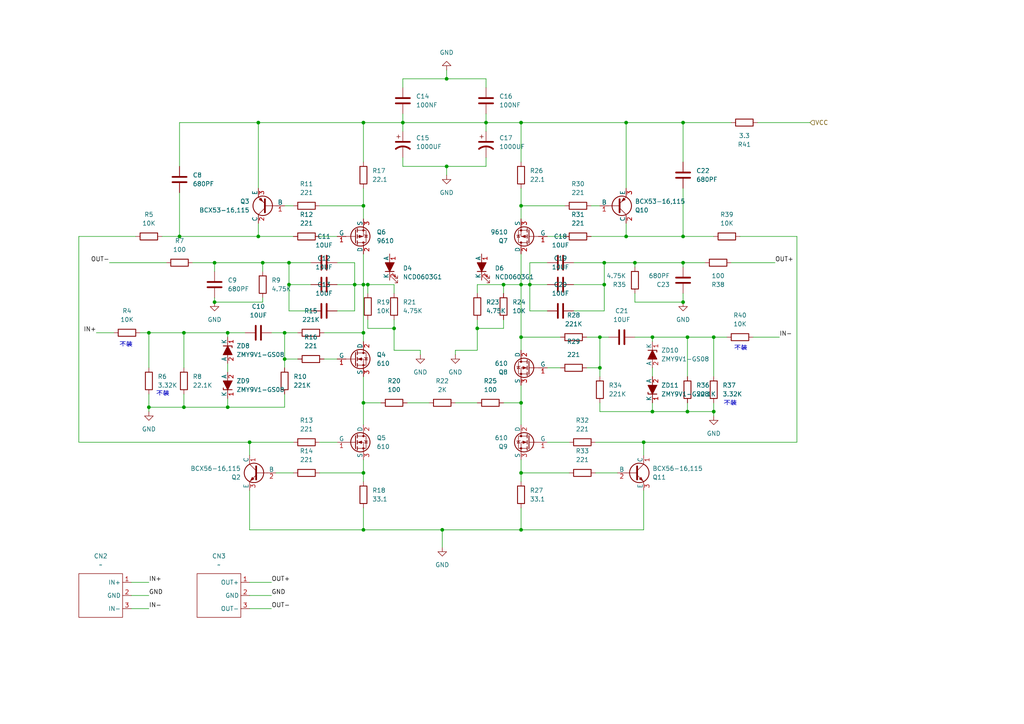
<source format=kicad_sch>
(kicad_sch
	(version 20250114)
	(generator "eeschema")
	(generator_version "9.0")
	(uuid "31257ac5-592e-4a90-9cb3-b47d69c62b1e")
	(paper "A4")
	(lib_symbols
		(symbol "3线焊盘_1"
			(exclude_from_sim no)
			(in_bom yes)
			(on_board yes)
			(property "Reference" "CN2"
				(at 0 11.43 0)
				(effects
					(font
						(size 1.27 1.27)
					)
				)
			)
			(property "Value" "~"
				(at 0 8.89 0)
				(effects
					(font
						(size 1.27 1.27)
					)
				)
			)
			(property "Footprint" ""
				(at 0 0 0)
				(effects
					(font
						(size 1.27 1.27)
					)
					(hide yes)
				)
			)
			(property "Datasheet" ""
				(at 0 0 0)
				(effects
					(font
						(size 1.27 1.27)
					)
					(hide yes)
				)
			)
			(property "Description" ""
				(at 0 0 0)
				(effects
					(font
						(size 1.27 1.27)
					)
					(hide yes)
				)
			)
			(symbol "3线焊盘_1_0_1"
				(rectangle
					(start -6.35 6.35)
					(end 6.35 -6.35)
					(stroke
						(width 0)
						(type default)
					)
					(fill
						(type none)
					)
				)
			)
			(symbol "3线焊盘_1_1_1"
				(pin passive line
					(at 8.89 3.81 180)
					(length 2.54)
					(name "IN+"
						(effects
							(font
								(size 1.25 1.25)
							)
						)
					)
					(number "1"
						(effects
							(font
								(size 1.25 1.25)
							)
						)
					)
				)
				(pin passive line
					(at 8.89 0 180)
					(length 2.54)
					(name "GND"
						(effects
							(font
								(size 1.25 1.25)
							)
						)
					)
					(number "2"
						(effects
							(font
								(size 1.25 1.25)
							)
						)
					)
				)
				(pin passive line
					(at 8.89 -3.81 180)
					(length 2.54)
					(name "IN-"
						(effects
							(font
								(size 1.25 1.25)
							)
						)
					)
					(number "3"
						(effects
							(font
								(size 1.25 1.25)
							)
						)
					)
				)
			)
			(embedded_fonts no)
		)
		(symbol "connectors:3线焊盘"
			(exclude_from_sim no)
			(in_bom yes)
			(on_board yes)
			(property "Reference" "CN3"
				(at 0 11.43 0)
				(effects
					(font
						(size 1.27 1.27)
					)
				)
			)
			(property "Value" "~"
				(at 0 8.89 0)
				(effects
					(font
						(size 1.27 1.27)
					)
				)
			)
			(property "Footprint" ""
				(at 0 0 0)
				(effects
					(font
						(size 1.27 1.27)
					)
					(hide yes)
				)
			)
			(property "Datasheet" ""
				(at 0 0 0)
				(effects
					(font
						(size 1.27 1.27)
					)
					(hide yes)
				)
			)
			(property "Description" ""
				(at 0 0 0)
				(effects
					(font
						(size 1.27 1.27)
					)
					(hide yes)
				)
			)
			(symbol "3线焊盘_0_1"
				(rectangle
					(start -6.35 6.35)
					(end 6.35 -6.35)
					(stroke
						(width 0)
						(type default)
					)
					(fill
						(type none)
					)
				)
			)
			(symbol "3线焊盘_1_1"
				(pin passive line
					(at 8.89 3.81 180)
					(length 2.54)
					(name "OUT+"
						(effects
							(font
								(size 1.25 1.25)
							)
						)
					)
					(number "1"
						(effects
							(font
								(size 1.25 1.25)
							)
						)
					)
				)
				(pin passive line
					(at 8.89 0 180)
					(length 2.54)
					(name "GND"
						(effects
							(font
								(size 1.25 1.25)
							)
						)
					)
					(number "2"
						(effects
							(font
								(size 1.25 1.25)
							)
						)
					)
				)
				(pin passive line
					(at 8.89 -3.81 180)
					(length 2.54)
					(name "OUT-"
						(effects
							(font
								(size 1.25 1.25)
							)
						)
					)
					(number "3"
						(effects
							(font
								(size 1.25 1.25)
							)
						)
					)
				)
			)
			(embedded_fonts no)
		)
		(symbol "generic components:C_Polarized"
			(pin_numbers
				(hide yes)
			)
			(pin_names
				(offset 0)
				(hide yes)
			)
			(exclude_from_sim no)
			(in_bom yes)
			(on_board yes)
			(property "Reference" "C"
				(at 1.778 -1.524 0)
				(effects
					(font
						(size 1.27 1.27)
					)
					(justify left)
				)
			)
			(property "Value" "C_Polarized"
				(at 1.778 -3.302 0)
				(effects
					(font
						(size 1.27 1.27)
					)
					(justify left)
				)
			)
			(property "Footprint" ""
				(at 0 0 0)
				(effects
					(font
						(size 1.27 1.27)
					)
					(hide yes)
				)
			)
			(property "Datasheet" "~"
				(at 0 0 0)
				(effects
					(font
						(size 1.27 1.27)
					)
					(hide yes)
				)
			)
			(property "Description" "Polarized Capacitor"
				(at 1.778 -5.334 0)
				(effects
					(font
						(size 1.27 1.27)
					)
					(justify left)
					(hide yes)
				)
			)
			(property "ki_keywords" "cap capacitor"
				(at 0 0 0)
				(effects
					(font
						(size 1.27 1.27)
					)
					(hide yes)
				)
			)
			(property "ki_fp_filters" "CP_*"
				(at 0 0 0)
				(effects
					(font
						(size 1.27 1.27)
					)
					(hide yes)
				)
			)
			(symbol "C_Polarized_0_1"
				(arc
					(start -1.27 2.032)
					(mid -0.5572 0)
					(end -1.27 -2.032)
					(stroke
						(width 0.508)
						(type default)
					)
					(fill
						(type none)
					)
				)
				(polyline
					(pts
						(xy 0.762 2.032) (xy 0.762 -2.032)
					)
					(stroke
						(width 0.508)
						(type default)
					)
					(fill
						(type none)
					)
				)
				(polyline
					(pts
						(xy 1.778 1.27) (xy 2.794 1.27)
					)
					(stroke
						(width 0)
						(type default)
					)
					(fill
						(type none)
					)
				)
				(polyline
					(pts
						(xy 2.286 1.778) (xy 2.286 0.762)
					)
					(stroke
						(width 0)
						(type default)
					)
					(fill
						(type none)
					)
				)
			)
			(symbol "C_Polarized_1_1"
				(pin passive line
					(at -3.81 0 0)
					(length 3.302)
					(name "2"
						(effects
							(font
								(size 1.27 1.27)
							)
						)
					)
					(number "2"
						(effects
							(font
								(size 1.27 1.27)
							)
						)
					)
				)
				(pin passive line
					(at 3.81 0 180)
					(length 2.794)
					(name "1"
						(effects
							(font
								(size 1.27 1.27)
							)
						)
					)
					(number "1"
						(effects
							(font
								(size 1.27 1.27)
							)
						)
					)
				)
			)
			(embedded_fonts no)
		)
		(symbol "generic components:C_Unpolarized"
			(pin_numbers
				(hide yes)
			)
			(pin_names
				(offset 0.254)
			)
			(exclude_from_sim no)
			(in_bom yes)
			(on_board yes)
			(property "Reference" "C"
				(at 1.524 1.27 0)
				(effects
					(font
						(size 1.27 1.27)
					)
					(justify left)
				)
			)
			(property "Value" "Cap_Non_Polarized"
				(at 1.524 -1.524 0)
				(effects
					(font
						(size 1.27 1.27)
					)
					(justify left)
				)
			)
			(property "Footprint" ""
				(at 0.9652 -3.81 0)
				(effects
					(font
						(size 1.27 1.27)
					)
					(hide yes)
				)
			)
			(property "Datasheet" "~"
				(at 0 0 0)
				(effects
					(font
						(size 1.27 1.27)
					)
					(hide yes)
				)
			)
			(property "Description" "Unpolarized capacitor"
				(at 1.524 -3.81 0)
				(effects
					(font
						(size 1.27 1.27)
					)
					(justify left)
					(hide yes)
				)
			)
			(property "ki_keywords" "cap capacitor"
				(at 0 0 0)
				(effects
					(font
						(size 1.27 1.27)
					)
					(hide yes)
				)
			)
			(property "ki_fp_filters" "C_*"
				(at 0 0 0)
				(effects
					(font
						(size 1.27 1.27)
					)
					(hide yes)
				)
			)
			(symbol "C_Unpolarized_0_1"
				(polyline
					(pts
						(xy -0.762 2.032) (xy -0.762 -2.032)
					)
					(stroke
						(width 0.508)
						(type default)
					)
					(fill
						(type none)
					)
				)
				(polyline
					(pts
						(xy 0.762 2.032) (xy 0.762 -2.032)
					)
					(stroke
						(width 0.508)
						(type default)
					)
					(fill
						(type none)
					)
				)
			)
			(symbol "C_Unpolarized_1_1"
				(pin passive line
					(at -3.81 0 0)
					(length 2.794)
					(name "~"
						(effects
							(font
								(size 1.27 1.27)
							)
						)
					)
					(number "2"
						(effects
							(font
								(size 1.27 1.27)
							)
						)
					)
				)
				(pin passive line
					(at 3.81 0 180)
					(length 2.794)
					(name "~"
						(effects
							(font
								(size 1.27 1.27)
							)
						)
					)
					(number "1"
						(effects
							(font
								(size 1.27 1.27)
							)
						)
					)
				)
			)
			(embedded_fonts no)
		)
		(symbol "generic components:LED"
			(pin_names
				(offset 0)
			)
			(exclude_from_sim no)
			(in_bom yes)
			(on_board yes)
			(property "Reference" "D"
				(at 0 -2.54 0)
				(effects
					(font
						(size 1.27 1.27)
					)
					(justify left)
				)
			)
			(property "Value" ""
				(at 0 0 0)
				(effects
					(font
						(size 1.27 1.27)
					)
				)
			)
			(property "Footprint" ""
				(at 0 0 0)
				(effects
					(font
						(size 1.27 1.27)
					)
					(hide yes)
				)
			)
			(property "Datasheet" ""
				(at 0 0 0)
				(effects
					(font
						(size 1.27 1.27)
					)
					(hide yes)
				)
			)
			(property "Description" "5MM LED BLUE 20MA 3V"
				(at 0 -4.318 0)
				(effects
					(font
						(size 1.27 1.27)
					)
					(justify left)
					(hide yes)
				)
			)
			(symbol "LED_0_1"
				(polyline
					(pts
						(xy -1.27 1.27) (xy -1.27 -1.27) (xy 1.27 0) (xy -1.27 1.27)
					)
					(stroke
						(width 0.254)
						(type default)
					)
					(fill
						(type outline)
					)
				)
				(polyline
					(pts
						(xy 1.27 1.27) (xy 1.27 -1.27)
					)
					(stroke
						(width 0.254)
						(type default)
					)
					(fill
						(type none)
					)
				)
				(polyline
					(pts
						(xy 1.27 0) (xy -1.27 0)
					)
					(stroke
						(width 0)
						(type default)
					)
					(fill
						(type none)
					)
				)
				(polyline
					(pts
						(xy 1.778 0.762) (xy 3.302 2.286) (xy 2.54 2.286) (xy 3.302 2.286) (xy 3.302 1.524)
					)
					(stroke
						(width 0)
						(type default)
					)
					(fill
						(type none)
					)
				)
				(polyline
					(pts
						(xy 3.048 0.762) (xy 4.572 2.286) (xy 3.81 2.286) (xy 4.572 2.286) (xy 4.572 1.524)
					)
					(stroke
						(width 0)
						(type default)
					)
					(fill
						(type none)
					)
				)
			)
			(symbol "LED_1_1"
				(pin passive line
					(at -3.81 0 0)
					(length 2.54)
					(name "A"
						(effects
							(font
								(size 1.27 1.27)
							)
						)
					)
					(number "1"
						(effects
							(font
								(size 1.27 1.27)
							)
						)
					)
				)
				(pin passive line
					(at 3.81 0 180)
					(length 2.54)
					(name "K"
						(effects
							(font
								(size 1.27 1.27)
							)
						)
					)
					(number "2"
						(effects
							(font
								(size 1.27 1.27)
							)
						)
					)
				)
			)
			(embedded_fonts no)
		)
		(symbol "generic components:Mosfet_N_Channel"
			(pin_names
				(offset 0)
			)
			(exclude_from_sim no)
			(in_bom yes)
			(on_board yes)
			(property "Reference" "Q"
				(at 5.334 2.032 0)
				(effects
					(font
						(size 1.27 1.27)
					)
					(justify left)
				)
			)
			(property "Value" "Mosfet_N_Channel"
				(at 5.334 0 0)
				(effects
					(font
						(size 1.27 1.27)
					)
					(justify left)
				)
			)
			(property "Footprint" ""
				(at 0 0 0)
				(effects
					(font
						(size 1.27 1.27)
					)
					(hide yes)
				)
			)
			(property "Datasheet" ""
				(at 0 0 0)
				(effects
					(font
						(size 1.27 1.27)
					)
					(hide yes)
				)
			)
			(property "Description" "N沟道"
				(at 5.334 -2.032 0)
				(effects
					(font
						(size 1.27 1.27)
					)
					(justify left)
					(hide yes)
				)
			)
			(symbol "Mosfet_N_Channel_0_1"
				(polyline
					(pts
						(xy 0.254 1.905) (xy 0.254 -1.905)
					)
					(stroke
						(width 0.254)
						(type default)
					)
					(fill
						(type none)
					)
				)
				(polyline
					(pts
						(xy 0.254 0) (xy -2.54 0)
					)
					(stroke
						(width 0)
						(type default)
					)
					(fill
						(type none)
					)
				)
				(polyline
					(pts
						(xy 0.762 2.286) (xy 0.762 1.27)
					)
					(stroke
						(width 0.254)
						(type default)
					)
					(fill
						(type none)
					)
				)
				(polyline
					(pts
						(xy 0.762 0.508) (xy 0.762 -0.508)
					)
					(stroke
						(width 0.254)
						(type default)
					)
					(fill
						(type none)
					)
				)
				(polyline
					(pts
						(xy 0.762 -1.27) (xy 0.762 -2.286)
					)
					(stroke
						(width 0.254)
						(type default)
					)
					(fill
						(type none)
					)
				)
				(polyline
					(pts
						(xy 0.762 -1.778) (xy 3.302 -1.778) (xy 3.302 1.778) (xy 0.762 1.778)
					)
					(stroke
						(width 0)
						(type default)
					)
					(fill
						(type none)
					)
				)
				(polyline
					(pts
						(xy 1.016 0) (xy 2.032 0.381) (xy 2.032 -0.381) (xy 1.016 0)
					)
					(stroke
						(width 0)
						(type default)
					)
					(fill
						(type outline)
					)
				)
				(circle
					(center 1.651 0)
					(radius 2.794)
					(stroke
						(width 0.254)
						(type default)
					)
					(fill
						(type none)
					)
				)
				(polyline
					(pts
						(xy 2.54 2.54) (xy 2.54 1.778)
					)
					(stroke
						(width 0)
						(type default)
					)
					(fill
						(type none)
					)
				)
				(circle
					(center 2.54 1.778)
					(radius 0.254)
					(stroke
						(width 0)
						(type default)
					)
					(fill
						(type outline)
					)
				)
				(circle
					(center 2.54 -1.778)
					(radius 0.254)
					(stroke
						(width 0)
						(type default)
					)
					(fill
						(type outline)
					)
				)
				(polyline
					(pts
						(xy 2.54 -2.54) (xy 2.54 0) (xy 0.762 0)
					)
					(stroke
						(width 0)
						(type default)
					)
					(fill
						(type none)
					)
				)
				(polyline
					(pts
						(xy 2.794 0.508) (xy 2.921 0.381) (xy 3.683 0.381) (xy 3.81 0.254)
					)
					(stroke
						(width 0)
						(type default)
					)
					(fill
						(type none)
					)
				)
				(polyline
					(pts
						(xy 3.302 0.381) (xy 2.921 -0.254) (xy 3.683 -0.254) (xy 3.302 0.381)
					)
					(stroke
						(width 0)
						(type default)
					)
					(fill
						(type none)
					)
				)
			)
			(symbol "Mosfet_N_Channel_1_1"
				(pin input line
					(at -5.08 0 0)
					(length 2.54)
					(name "G"
						(effects
							(font
								(size 1.27 1.27)
							)
						)
					)
					(number "1"
						(effects
							(font
								(size 1.27 1.27)
							)
						)
					)
				)
				(pin passive line
					(at 2.54 5.08 270)
					(length 2.54)
					(name "D"
						(effects
							(font
								(size 1.27 1.27)
							)
						)
					)
					(number "2"
						(effects
							(font
								(size 1.27 1.27)
							)
						)
					)
				)
				(pin passive line
					(at 2.54 -5.08 90)
					(length 2.54)
					(name "S"
						(effects
							(font
								(size 1.27 1.27)
							)
						)
					)
					(number "3"
						(effects
							(font
								(size 1.27 1.27)
							)
						)
					)
				)
			)
			(embedded_fonts no)
		)
		(symbol "generic components:Mosfet_P_Channel"
			(pin_names
				(offset 0)
			)
			(exclude_from_sim no)
			(in_bom yes)
			(on_board yes)
			(property "Reference" "Q"
				(at 4.064 2.032 0)
				(effects
					(font
						(size 1.27 1.27)
					)
					(justify left)
				)
			)
			(property "Value" "Mosfet_P_Channel"
				(at 4.064 0 0)
				(effects
					(font
						(size 1.27 1.27)
					)
					(justify left)
				)
			)
			(property "Footprint" ""
				(at 0 0 0)
				(effects
					(font
						(size 1.27 1.27)
					)
					(hide yes)
				)
			)
			(property "Datasheet" ""
				(at 0 0 0)
				(effects
					(font
						(size 1.27 1.27)
					)
					(hide yes)
				)
			)
			(property "Description" "P沟道"
				(at 4.064 -2.032 0)
				(effects
					(font
						(size 1.27 1.27)
					)
					(justify left)
					(hide yes)
				)
			)
			(symbol "Mosfet_P_Channel_0_1"
				(polyline
					(pts
						(xy -1.016 0) (xy -3.81 0)
					)
					(stroke
						(width 0)
						(type default)
					)
					(fill
						(type none)
					)
				)
				(polyline
					(pts
						(xy -1.016 -1.905) (xy -1.016 1.905)
					)
					(stroke
						(width 0.254)
						(type default)
					)
					(fill
						(type none)
					)
				)
				(polyline
					(pts
						(xy -0.508 1.27) (xy -0.508 2.286)
					)
					(stroke
						(width 0.254)
						(type default)
					)
					(fill
						(type none)
					)
				)
				(polyline
					(pts
						(xy -0.508 -0.508) (xy -0.508 0.508)
					)
					(stroke
						(width 0.254)
						(type default)
					)
					(fill
						(type none)
					)
				)
				(polyline
					(pts
						(xy -0.508 -1.778) (xy 2.032 -1.778) (xy 2.032 1.778) (xy -0.508 1.778)
					)
					(stroke
						(width 0)
						(type default)
					)
					(fill
						(type none)
					)
				)
				(polyline
					(pts
						(xy -0.508 -2.286) (xy -0.508 -1.27)
					)
					(stroke
						(width 0.254)
						(type default)
					)
					(fill
						(type none)
					)
				)
				(circle
					(center 0.381 0)
					(radius 2.794)
					(stroke
						(width 0.254)
						(type default)
					)
					(fill
						(type none)
					)
				)
				(polyline
					(pts
						(xy 1.016 0) (xy 0 -0.381) (xy 0 0.381) (xy 1.016 0)
					)
					(stroke
						(width 0)
						(type default)
					)
					(fill
						(type outline)
					)
				)
				(polyline
					(pts
						(xy 1.27 2.54) (xy 1.27 0) (xy -0.508 0)
					)
					(stroke
						(width 0)
						(type default)
					)
					(fill
						(type none)
					)
				)
				(circle
					(center 1.27 1.778)
					(radius 0.254)
					(stroke
						(width 0)
						(type default)
					)
					(fill
						(type outline)
					)
				)
				(circle
					(center 1.27 -1.778)
					(radius 0.254)
					(stroke
						(width 0)
						(type default)
					)
					(fill
						(type outline)
					)
				)
				(polyline
					(pts
						(xy 1.27 -2.54) (xy 1.27 -1.778)
					)
					(stroke
						(width 0)
						(type default)
					)
					(fill
						(type none)
					)
				)
				(polyline
					(pts
						(xy 1.524 0.508) (xy 1.651 0.381) (xy 2.413 0.381) (xy 2.54 0.254)
					)
					(stroke
						(width 0)
						(type default)
					)
					(fill
						(type none)
					)
				)
				(polyline
					(pts
						(xy 2.032 0.381) (xy 1.651 -0.254) (xy 2.413 -0.254) (xy 2.032 0.381)
					)
					(stroke
						(width 0)
						(type default)
					)
					(fill
						(type none)
					)
				)
			)
			(symbol "Mosfet_P_Channel_1_1"
				(pin input line
					(at -6.35 0 0)
					(length 2.54)
					(name "G"
						(effects
							(font
								(size 1.27 1.27)
							)
						)
					)
					(number "1"
						(effects
							(font
								(size 1.27 1.27)
							)
						)
					)
				)
				(pin passive line
					(at 1.27 5.08 270)
					(length 2.54)
					(name "S"
						(effects
							(font
								(size 1.27 1.27)
							)
						)
					)
					(number "3"
						(effects
							(font
								(size 1.27 1.27)
							)
						)
					)
				)
				(pin passive line
					(at 1.27 -5.08 90)
					(length 2.54)
					(name "D"
						(effects
							(font
								(size 1.27 1.27)
							)
						)
					)
					(number "2"
						(effects
							(font
								(size 1.27 1.27)
							)
						)
					)
				)
			)
			(embedded_fonts no)
		)
		(symbol "generic components:R"
			(pin_numbers
				(hide yes)
			)
			(exclude_from_sim no)
			(in_bom yes)
			(on_board yes)
			(property "Reference" "R"
				(at 1.524 1.524 0)
				(effects
					(font
						(size 1.27 1.27)
					)
					(justify left)
				)
			)
			(property "Value" "R"
				(at 1.524 -1.524 0)
				(effects
					(font
						(size 1.27 1.27)
					)
					(justify left)
				)
			)
			(property "Footprint" ""
				(at 0 0 0)
				(effects
					(font
						(size 1.27 1.27)
					)
					(hide yes)
				)
			)
			(property "Datasheet" ""
				(at 0 0 0)
				(effects
					(font
						(size 1.27 1.27)
					)
					(hide yes)
				)
			)
			(property "Description" "Resistor"
				(at 1.524 0 0)
				(effects
					(font
						(size 1.27 1.27)
					)
					(justify left)
					(hide yes)
				)
			)
			(symbol "R_0_1"
				(rectangle
					(start -1.016 -2.54)
					(end 1.016 2.54)
					(stroke
						(width 0.254)
						(type default)
					)
					(fill
						(type none)
					)
				)
			)
			(symbol "R_1_1"
				(pin passive line
					(at 0 3.81 270)
					(length 1.27)
					(name "~"
						(effects
							(font
								(size 1.27 1.27)
							)
						)
					)
					(number "1"
						(effects
							(font
								(size 1.27 1.27)
							)
						)
					)
				)
				(pin passive line
					(at 0 -3.81 90)
					(length 1.27)
					(name "~"
						(effects
							(font
								(size 1.27 1.27)
							)
						)
					)
					(number "2"
						(effects
							(font
								(size 1.27 1.27)
							)
						)
					)
				)
			)
			(embedded_fonts no)
		)
		(symbol "generic components:Transistor_NPN"
			(pin_names
				(offset 0)
			)
			(exclude_from_sim no)
			(in_bom yes)
			(on_board yes)
			(property "Reference" "Q"
				(at 4.064 2.032 0)
				(effects
					(font
						(size 1.27 1.27)
					)
					(justify left)
				)
			)
			(property "Value" "Transistor"
				(at 4.064 0 0)
				(effects
					(font
						(size 1.27 1.27)
					)
					(justify left)
				)
			)
			(property "Footprint" ""
				(at 0 0 0)
				(effects
					(font
						(size 1.27 1.27)
					)
					(hide yes)
				)
			)
			(property "Datasheet" ""
				(at 0 0 0)
				(effects
					(font
						(size 1.27 1.27)
					)
					(hide yes)
				)
			)
			(property "Description" "Transistor_NPN"
				(at 4.064 -2.032 0)
				(effects
					(font
						(size 1.27 1.27)
					)
					(justify left)
					(hide yes)
				)
			)
			(symbol "Transistor_NPN_0_1"
				(polyline
					(pts
						(xy -3.81 0) (xy -0.635 0)
					)
					(stroke
						(width 0.1524)
						(type default)
					)
					(fill
						(type none)
					)
				)
				(polyline
					(pts
						(xy -0.635 1.905) (xy -0.635 -1.905) (xy -0.635 -1.905)
					)
					(stroke
						(width 0.508)
						(type default)
					)
					(fill
						(type none)
					)
				)
				(polyline
					(pts
						(xy -0.635 0.635) (xy 1.27 2.54)
					)
					(stroke
						(width 0)
						(type default)
					)
					(fill
						(type none)
					)
				)
				(polyline
					(pts
						(xy -0.635 -0.635) (xy 1.27 -2.54) (xy 1.27 -2.54)
					)
					(stroke
						(width 0)
						(type default)
					)
					(fill
						(type none)
					)
				)
				(circle
					(center 0 0)
					(radius 2.8194)
					(stroke
						(width 0.254)
						(type default)
					)
					(fill
						(type none)
					)
				)
				(polyline
					(pts
						(xy 0 -1.778) (xy 0.508 -1.27) (xy 1.016 -2.286) (xy 0 -1.778) (xy 0 -1.778)
					)
					(stroke
						(width 0)
						(type default)
					)
					(fill
						(type outline)
					)
				)
				(polyline
					(pts
						(xy 1.524 -1.27) (xy 1.524 -1.27)
					)
					(stroke
						(width 0.1524)
						(type default)
					)
					(fill
						(type none)
					)
				)
				(polyline
					(pts
						(xy 1.524 -1.27) (xy 1.524 -1.27)
					)
					(stroke
						(width 0.1524)
						(type default)
					)
					(fill
						(type none)
					)
				)
			)
			(symbol "Transistor_NPN_1_1"
				(pin input line
					(at -6.35 0 0)
					(length 2.54)
					(name "B"
						(effects
							(font
								(size 1.27 1.27)
							)
						)
					)
					(number "2"
						(effects
							(font
								(size 1.27 1.27)
							)
						)
					)
				)
				(pin input line
					(at 1.27 5.08 270)
					(length 2.54)
					(name "C"
						(effects
							(font
								(size 1.27 1.27)
							)
						)
					)
					(number "1"
						(effects
							(font
								(size 1.27 1.27)
							)
						)
					)
				)
				(pin passive line
					(at 1.27 -5.08 90)
					(length 2.54)
					(name "E"
						(effects
							(font
								(size 1.27 1.27)
							)
						)
					)
					(number "3"
						(effects
							(font
								(size 1.27 1.27)
							)
						)
					)
				)
			)
			(embedded_fonts no)
		)
		(symbol "generic components:Transistor_PNP"
			(pin_names
				(offset 0)
			)
			(exclude_from_sim no)
			(in_bom yes)
			(on_board yes)
			(property "Reference" "Q"
				(at 3.81 1.778 0)
				(effects
					(font
						(size 1.27 1.27)
					)
					(justify left)
				)
			)
			(property "Value" "Transistor_PNP"
				(at 3.81 0 0)
				(effects
					(font
						(size 1.27 1.27)
					)
					(justify left)
				)
			)
			(property "Footprint" ""
				(at 16.51 -94.92 0)
				(effects
					(font
						(size 1.27 1.27)
					)
					(justify left top)
					(hide yes)
				)
			)
			(property "Datasheet" ""
				(at 16.51 -194.92 0)
				(effects
					(font
						(size 1.27 1.27)
					)
					(justify left top)
					(hide yes)
				)
			)
			(property "Description" "PNP"
				(at 3.81 -1.778 0)
				(effects
					(font
						(size 1.27 1.27)
					)
					(justify left)
					(hide yes)
				)
			)
			(symbol "Transistor_PNP_0_1"
				(polyline
					(pts
						(xy -3.81 0) (xy -0.635 0)
					)
					(stroke
						(width 0.1524)
						(type default)
					)
					(fill
						(type none)
					)
				)
				(polyline
					(pts
						(xy -0.635 1.905) (xy -0.635 -1.905) (xy -0.635 -1.905)
					)
					(stroke
						(width 0.508)
						(type default)
					)
					(fill
						(type none)
					)
				)
				(polyline
					(pts
						(xy -0.635 0.635) (xy 1.27 2.54)
					)
					(stroke
						(width 0)
						(type default)
					)
					(fill
						(type none)
					)
				)
				(polyline
					(pts
						(xy -0.635 -0.635) (xy 1.27 -2.54) (xy 1.27 -2.54)
					)
					(stroke
						(width 0)
						(type default)
					)
					(fill
						(type none)
					)
				)
				(circle
					(center 0 0)
					(radius 2.8194)
					(stroke
						(width 0.254)
						(type default)
					)
					(fill
						(type none)
					)
				)
				(polyline
					(pts
						(xy 1.016 -1.778) (xy 0.508 -2.286) (xy 0 -1.27) (xy 1.016 -1.778) (xy 1.016 -1.778)
					)
					(stroke
						(width 0)
						(type default)
					)
					(fill
						(type outline)
					)
				)
			)
			(symbol "Transistor_PNP_1_1"
				(pin passive line
					(at -6.35 0 0)
					(length 2.54)
					(name "B"
						(effects
							(font
								(size 1.27 1.27)
							)
						)
					)
					(number "1"
						(effects
							(font
								(size 1.27 1.27)
							)
						)
					)
				)
				(pin passive line
					(at 1.27 5.08 270)
					(length 2.54)
					(name "C"
						(effects
							(font
								(size 1.27 1.27)
							)
						)
					)
					(number "2"
						(effects
							(font
								(size 1.27 1.27)
							)
						)
					)
				)
				(pin passive line
					(at 1.27 -5.08 90)
					(length 2.54)
					(name "E"
						(effects
							(font
								(size 1.27 1.27)
							)
						)
					)
					(number "3"
						(effects
							(font
								(size 1.27 1.27)
							)
						)
					)
				)
			)
			(embedded_fonts no)
		)
		(symbol "generic components:Zener_Diode"
			(pin_names
				(offset 0)
			)
			(exclude_from_sim no)
			(in_bom yes)
			(on_board yes)
			(property "Reference" "ZD"
				(at 0 -2.794 0)
				(effects
					(font
						(size 1.27 1.27)
					)
					(justify left)
				)
			)
			(property "Value" ""
				(at 0 0 0)
				(effects
					(font
						(size 1.27 1.27)
					)
				)
			)
			(property "Footprint" ""
				(at 0 0 0)
				(effects
					(font
						(size 1.27 1.27)
					)
					(hide yes)
				)
			)
			(property "Datasheet" ""
				(at 0 0 0)
				(effects
					(font
						(size 1.27 1.27)
					)
					(hide yes)
				)
			)
			(property "Description" "Zener Diode"
				(at 0 -4.572 0)
				(effects
					(font
						(size 1.27 1.27)
					)
					(justify left)
					(hide yes)
				)
			)
			(symbol "Zener_Diode_0_1"
				(polyline
					(pts
						(xy -1.27 -1.27) (xy -1.27 1.27) (xy -0.762 1.27)
					)
					(stroke
						(width 0.254)
						(type default)
					)
					(fill
						(type none)
					)
				)
				(polyline
					(pts
						(xy 1.27 0) (xy -1.27 0)
					)
					(stroke
						(width 0)
						(type default)
					)
					(fill
						(type none)
					)
				)
				(polyline
					(pts
						(xy 1.27 -1.27) (xy 1.27 1.27) (xy -1.27 0) (xy 1.27 -1.27)
					)
					(stroke
						(width 0.254)
						(type default)
					)
					(fill
						(type outline)
					)
				)
			)
			(symbol "Zener_Diode_1_1"
				(pin passive line
					(at -3.81 0 0)
					(length 2.54)
					(name "K"
						(effects
							(font
								(size 1.27 1.27)
							)
						)
					)
					(number "1"
						(effects
							(font
								(size 1.27 1.27)
							)
						)
					)
				)
				(pin passive line
					(at 3.81 0 180)
					(length 2.54)
					(name "A"
						(effects
							(font
								(size 1.27 1.27)
							)
						)
					)
					(number "2"
						(effects
							(font
								(size 1.27 1.27)
							)
						)
					)
				)
			)
			(embedded_fonts no)
		)
		(symbol "power:GND"
			(power)
			(pin_numbers
				(hide yes)
			)
			(pin_names
				(offset 0)
				(hide yes)
			)
			(exclude_from_sim no)
			(in_bom yes)
			(on_board yes)
			(property "Reference" "#PWR"
				(at 0 -6.35 0)
				(effects
					(font
						(size 1.27 1.27)
					)
					(hide yes)
				)
			)
			(property "Value" "GND"
				(at 0 -3.81 0)
				(effects
					(font
						(size 1.27 1.27)
					)
				)
			)
			(property "Footprint" ""
				(at 0 0 0)
				(effects
					(font
						(size 1.27 1.27)
					)
					(hide yes)
				)
			)
			(property "Datasheet" ""
				(at 0 0 0)
				(effects
					(font
						(size 1.27 1.27)
					)
					(hide yes)
				)
			)
			(property "Description" "Power symbol creates a global label with name \"GND\" , ground"
				(at 0 0 0)
				(effects
					(font
						(size 1.27 1.27)
					)
					(hide yes)
				)
			)
			(property "ki_keywords" "global power"
				(at 0 0 0)
				(effects
					(font
						(size 1.27 1.27)
					)
					(hide yes)
				)
			)
			(symbol "GND_0_1"
				(polyline
					(pts
						(xy 0 0) (xy 0 -1.27) (xy 1.27 -1.27) (xy 0 -2.54) (xy -1.27 -1.27) (xy 0 -1.27)
					)
					(stroke
						(width 0)
						(type default)
					)
					(fill
						(type none)
					)
				)
			)
			(symbol "GND_1_1"
				(pin power_in line
					(at 0 0 270)
					(length 0)
					(name "~"
						(effects
							(font
								(size 1.27 1.27)
							)
						)
					)
					(number "1"
						(effects
							(font
								(size 1.27 1.27)
							)
						)
					)
				)
			)
			(embedded_fonts no)
		)
	)
	(text "不装"
		(exclude_from_sim no)
		(at 214.884 101.092 0)
		(effects
			(font
				(size 1.27 1.27)
			)
		)
		(uuid "15b6d354-31f3-4c5a-a9bc-7a6f582ecab3")
	)
	(text "不装"
		(exclude_from_sim no)
		(at 47.244 114.3 0)
		(effects
			(font
				(size 1.27 1.27)
			)
		)
		(uuid "3dc7bd25-7af9-4519-9911-9ce618120e32")
	)
	(text "不装"
		(exclude_from_sim no)
		(at 36.576 100.076 0)
		(effects
			(font
				(size 1.27 1.27)
			)
		)
		(uuid "d9e4950f-2c1a-4e5c-bb69-36e6ae3761b4")
	)
	(text "不装"
		(exclude_from_sim no)
		(at 211.836 117.094 0)
		(effects
			(font
				(size 1.27 1.27)
			)
		)
		(uuid "f8bfbb72-7e19-46dc-b27c-c78fbdae809f")
	)
	(junction
		(at 62.23 76.2)
		(diameter 0)
		(color 0 0 0 0)
		(uuid "0192672a-0d42-4343-8d83-2c1c706a79e6")
	)
	(junction
		(at 74.93 68.58)
		(diameter 0)
		(color 0 0 0 0)
		(uuid "077cddad-5164-4d50-a50d-fe5c768e50d7")
	)
	(junction
		(at 151.13 59.69)
		(diameter 0)
		(color 0 0 0 0)
		(uuid "0bacd277-8910-402e-a473-8d9b745a40f4")
	)
	(junction
		(at 72.39 128.27)
		(diameter 0)
		(color 0 0 0 0)
		(uuid "0cdc0a3d-6dc3-4c38-b635-5babbc2c7c8a")
	)
	(junction
		(at 189.23 119.38)
		(diameter 0)
		(color 0 0 0 0)
		(uuid "1365e5e5-1ea1-4c3b-a700-e80788914e5d")
	)
	(junction
		(at 184.15 76.2)
		(diameter 0)
		(color 0 0 0 0)
		(uuid "1cd636f4-8d10-4dfd-92ab-dc5d20fa8ed6")
	)
	(junction
		(at 106.68 82.55)
		(diameter 0)
		(color 0 0 0 0)
		(uuid "220d5717-3b66-4303-a69f-62bc03d51688")
	)
	(junction
		(at 105.41 96.52)
		(diameter 0)
		(color 0 0 0 0)
		(uuid "297ab537-4ec5-487c-bbbd-f712e11ceaa4")
	)
	(junction
		(at 207.01 97.79)
		(diameter 0)
		(color 0 0 0 0)
		(uuid "2f8ef3dc-7a81-4dc6-9019-f865755385d1")
	)
	(junction
		(at 82.55 104.14)
		(diameter 0)
		(color 0 0 0 0)
		(uuid "321e5ef0-85e7-4288-a504-603fcb7561fc")
	)
	(junction
		(at 116.84 35.56)
		(diameter 0)
		(color 0 0 0 0)
		(uuid "3425e318-ac88-42b8-a39f-dfed733411b0")
	)
	(junction
		(at 140.97 35.56)
		(diameter 0)
		(color 0 0 0 0)
		(uuid "372a7360-94bb-4070-839c-0703beab8edc")
	)
	(junction
		(at 151.13 82.55)
		(diameter 0)
		(color 0 0 0 0)
		(uuid "4167ac0c-ffef-4af9-b9b5-774c75d74f90")
	)
	(junction
		(at 105.41 35.56)
		(diameter 0)
		(color 0 0 0 0)
		(uuid "41809bd4-15c6-45ea-a69f-402c4e08dbce")
	)
	(junction
		(at 53.34 96.52)
		(diameter 0)
		(color 0 0 0 0)
		(uuid "4237febb-448f-425d-adff-872b1af3e621")
	)
	(junction
		(at 151.13 153.67)
		(diameter 0)
		(color 0 0 0 0)
		(uuid "42dfc6ee-0263-4469-a970-267df0105378")
	)
	(junction
		(at 128.27 153.67)
		(diameter 0)
		(color 0 0 0 0)
		(uuid "4387b4d8-d90f-4caf-85c8-97468a6a22a4")
	)
	(junction
		(at 83.82 82.55)
		(diameter 0)
		(color 0 0 0 0)
		(uuid "43aa4d03-5d7a-46ac-bb10-96741c7a38a2")
	)
	(junction
		(at 173.99 106.68)
		(diameter 0)
		(color 0 0 0 0)
		(uuid "46084e0a-1ed7-446e-b78a-69a09db518ab")
	)
	(junction
		(at 105.41 116.84)
		(diameter 0)
		(color 0 0 0 0)
		(uuid "47ff6bec-f595-4676-ab98-684b3d5dd18d")
	)
	(junction
		(at 105.41 153.67)
		(diameter 0)
		(color 0 0 0 0)
		(uuid "50ee7ca6-b69e-4a11-a127-325dbeffecf6")
	)
	(junction
		(at 43.18 96.52)
		(diameter 0)
		(color 0 0 0 0)
		(uuid "5534dc13-90ec-428d-988f-6f618939a3ec")
	)
	(junction
		(at 153.67 82.55)
		(diameter 0)
		(color 0 0 0 0)
		(uuid "56f3ee7c-b3eb-4deb-bb14-f421a50378b9")
	)
	(junction
		(at 129.54 22.86)
		(diameter 0)
		(color 0 0 0 0)
		(uuid "58edb243-6df8-4572-9e62-f56e972d002a")
	)
	(junction
		(at 186.69 128.27)
		(diameter 0)
		(color 0 0 0 0)
		(uuid "5914567d-1473-47bb-80e4-74b73f8ee5f1")
	)
	(junction
		(at 74.93 35.56)
		(diameter 0)
		(color 0 0 0 0)
		(uuid "59fd7b2f-7105-43c3-82f7-a4a834209de4")
	)
	(junction
		(at 198.12 76.2)
		(diameter 0)
		(color 0 0 0 0)
		(uuid "5cdac754-0724-491a-ac51-ea6db1d2d385")
	)
	(junction
		(at 175.26 82.55)
		(diameter 0)
		(color 0 0 0 0)
		(uuid "63a02221-54b9-4225-8976-bee6ab280831")
	)
	(junction
		(at 76.2 76.2)
		(diameter 0)
		(color 0 0 0 0)
		(uuid "6a847f50-d914-404d-9c33-aa89ea2530d5")
	)
	(junction
		(at 151.13 35.56)
		(diameter 0)
		(color 0 0 0 0)
		(uuid "6fd05255-1c9d-4998-8169-4c52dd3c869a")
	)
	(junction
		(at 52.07 68.58)
		(diameter 0)
		(color 0 0 0 0)
		(uuid "70bbbb3b-a4ed-458b-8fc8-e28b77d1178a")
	)
	(junction
		(at 198.12 68.58)
		(diameter 0)
		(color 0 0 0 0)
		(uuid "775a434a-112d-4f66-824a-db8e47d76994")
	)
	(junction
		(at 181.61 35.56)
		(diameter 0)
		(color 0 0 0 0)
		(uuid "81d689df-6c1d-4439-9122-fc88518f75a6")
	)
	(junction
		(at 105.41 137.16)
		(diameter 0)
		(color 0 0 0 0)
		(uuid "84ddbff3-5c3a-4fba-b817-287d4fbaca40")
	)
	(junction
		(at 198.12 87.63)
		(diameter 0)
		(color 0 0 0 0)
		(uuid "8d99d05d-258b-4736-93a2-01b9646c879d")
	)
	(junction
		(at 151.13 97.79)
		(diameter 0)
		(color 0 0 0 0)
		(uuid "8de4d528-704e-4353-996e-3ed98ddee4a4")
	)
	(junction
		(at 173.99 97.79)
		(diameter 0)
		(color 0 0 0 0)
		(uuid "9474307c-9eae-45d2-9963-a171bff2dd63")
	)
	(junction
		(at 105.41 59.69)
		(diameter 0)
		(color 0 0 0 0)
		(uuid "97007b46-9226-458e-b065-2688cccd0957")
	)
	(junction
		(at 66.04 118.11)
		(diameter 0)
		(color 0 0 0 0)
		(uuid "9e645b3f-fda1-4697-9516-20a9fb4e8a1b")
	)
	(junction
		(at 199.39 119.38)
		(diameter 0)
		(color 0 0 0 0)
		(uuid "a04edf48-1518-4ddc-b7d3-366623523536")
	)
	(junction
		(at 151.13 116.84)
		(diameter 0)
		(color 0 0 0 0)
		(uuid "a1075c6f-0329-4c54-8d10-3299cce022ea")
	)
	(junction
		(at 175.26 76.2)
		(diameter 0)
		(color 0 0 0 0)
		(uuid "a34e7786-29ae-4fd0-9e6d-14b7ae432ca1")
	)
	(junction
		(at 53.34 118.11)
		(diameter 0)
		(color 0 0 0 0)
		(uuid "a50857ec-013d-4be4-8db7-0ebb17513ddb")
	)
	(junction
		(at 151.13 137.16)
		(diameter 0)
		(color 0 0 0 0)
		(uuid "a6a16797-c433-49ca-a8f2-43384a88d972")
	)
	(junction
		(at 102.87 82.55)
		(diameter 0)
		(color 0 0 0 0)
		(uuid "a6ee4f9e-71f7-4de0-b6cc-3de2f9b520b6")
	)
	(junction
		(at 62.23 87.63)
		(diameter 0)
		(color 0 0 0 0)
		(uuid "ab0d5f10-9d65-45e8-b694-b772573a35e8")
	)
	(junction
		(at 83.82 76.2)
		(diameter 0)
		(color 0 0 0 0)
		(uuid "ae05f557-df66-4174-8bf3-2403a6247658")
	)
	(junction
		(at 146.05 82.55)
		(diameter 0)
		(color 0 0 0 0)
		(uuid "b2cf53f4-4f83-402c-8957-8a21e3afe0a4")
	)
	(junction
		(at 207.01 119.38)
		(diameter 0)
		(color 0 0 0 0)
		(uuid "b383caef-f3a4-45d9-8c5b-7e0a944262ea")
	)
	(junction
		(at 66.04 96.52)
		(diameter 0)
		(color 0 0 0 0)
		(uuid "c5353e4e-e6a2-4ba6-81f1-1aaf2a568cb4")
	)
	(junction
		(at 114.3 95.25)
		(diameter 0)
		(color 0 0 0 0)
		(uuid "c95c97c7-e25b-4a03-88b3-939b5492bb16")
	)
	(junction
		(at 138.43 95.25)
		(diameter 0)
		(color 0 0 0 0)
		(uuid "cf2c866f-062f-408f-9082-bc3ed11282f3")
	)
	(junction
		(at 129.54 48.26)
		(diameter 0)
		(color 0 0 0 0)
		(uuid "d3894388-d8c1-490b-bc0d-14f413aa204a")
	)
	(junction
		(at 181.61 68.58)
		(diameter 0)
		(color 0 0 0 0)
		(uuid "d4cbdc7d-24f8-4531-855d-7ae93de14d55")
	)
	(junction
		(at 105.41 82.55)
		(diameter 0)
		(color 0 0 0 0)
		(uuid "d8c150fe-9e62-4674-bc77-e55c5fa1eacd")
	)
	(junction
		(at 43.18 118.11)
		(diameter 0)
		(color 0 0 0 0)
		(uuid "d9a7c565-60e6-4894-a214-07c72f8cf6c9")
	)
	(junction
		(at 189.23 97.79)
		(diameter 0)
		(color 0 0 0 0)
		(uuid "e021ead6-bf1a-4480-96d4-ed42c3a152b0")
	)
	(junction
		(at 199.39 97.79)
		(diameter 0)
		(color 0 0 0 0)
		(uuid "ede8c5ec-e597-4515-8cfb-bbfbe5756f5b")
	)
	(junction
		(at 198.12 35.56)
		(diameter 0)
		(color 0 0 0 0)
		(uuid "f5cc6759-8f13-41ee-9b13-2de29bfa344b")
	)
	(junction
		(at 82.55 96.52)
		(diameter 0)
		(color 0 0 0 0)
		(uuid "fedf7ddb-e955-47fe-b6a3-57f113d08948")
	)
	(wire
		(pts
			(xy 158.75 128.27) (xy 165.1 128.27)
		)
		(stroke
			(width 0)
			(type default)
		)
		(uuid "002dd808-962d-4d2f-8ea9-20775527e3d1")
	)
	(wire
		(pts
			(xy 118.11 116.84) (xy 124.46 116.84)
		)
		(stroke
			(width 0)
			(type default)
		)
		(uuid "02397729-99a0-4b57-b0ea-eebeee96cae9")
	)
	(wire
		(pts
			(xy 129.54 20.32) (xy 129.54 22.86)
		)
		(stroke
			(width 0)
			(type default)
		)
		(uuid "02bee68e-3a4d-4e4a-828f-1b81b5488382")
	)
	(wire
		(pts
			(xy 184.15 87.63) (xy 184.15 85.09)
		)
		(stroke
			(width 0)
			(type default)
		)
		(uuid "04003d5a-3aed-4762-b9a7-9f2971b58cbc")
	)
	(wire
		(pts
			(xy 151.13 133.35) (xy 151.13 137.16)
		)
		(stroke
			(width 0)
			(type default)
		)
		(uuid "0516a2a0-1cfd-4ea6-ac48-2c6efbba8ce4")
	)
	(wire
		(pts
			(xy 158.75 106.68) (xy 162.56 106.68)
		)
		(stroke
			(width 0)
			(type default)
		)
		(uuid "06b079f2-769a-417d-af88-a07a43e5405e")
	)
	(wire
		(pts
			(xy 173.99 116.84) (xy 173.99 119.38)
		)
		(stroke
			(width 0)
			(type default)
		)
		(uuid "07aba7e9-301d-45f1-a063-85bda5b8a8ef")
	)
	(wire
		(pts
			(xy 43.18 96.52) (xy 53.34 96.52)
		)
		(stroke
			(width 0)
			(type default)
		)
		(uuid "092c0cb6-045c-4735-8c45-4f3d782c747a")
	)
	(wire
		(pts
			(xy 138.43 85.09) (xy 138.43 82.55)
		)
		(stroke
			(width 0)
			(type default)
		)
		(uuid "098be440-4c13-4560-bcd2-e7dcaeaa38c7")
	)
	(wire
		(pts
			(xy 74.93 68.58) (xy 85.09 68.58)
		)
		(stroke
			(width 0)
			(type default)
		)
		(uuid "09ec01e9-ed33-4f37-b462-51b9ce183d3c")
	)
	(wire
		(pts
			(xy 106.68 85.09) (xy 106.68 82.55)
		)
		(stroke
			(width 0)
			(type default)
		)
		(uuid "0af4b38a-4d51-42be-a5dc-36f609953aca")
	)
	(wire
		(pts
			(xy 173.99 97.79) (xy 173.99 106.68)
		)
		(stroke
			(width 0)
			(type default)
		)
		(uuid "0cf3dd58-254b-46bd-8b72-afcfe3a23e5e")
	)
	(wire
		(pts
			(xy 198.12 35.56) (xy 212.09 35.56)
		)
		(stroke
			(width 0)
			(type default)
		)
		(uuid "0db9b701-4c3a-4f29-8689-1cf6f64751a4")
	)
	(wire
		(pts
			(xy 105.41 59.69) (xy 105.41 63.5)
		)
		(stroke
			(width 0)
			(type default)
		)
		(uuid "0e08d6bc-f703-4ba9-9c71-749cb179551c")
	)
	(wire
		(pts
			(xy 93.98 96.52) (xy 105.41 96.52)
		)
		(stroke
			(width 0)
			(type default)
		)
		(uuid "0fa6f160-24b4-448f-9c10-198b59fdeb36")
	)
	(wire
		(pts
			(xy 116.84 33.02) (xy 116.84 35.56)
		)
		(stroke
			(width 0)
			(type default)
		)
		(uuid "11a084bd-bdff-4668-a82f-ba5dcf11b44c")
	)
	(wire
		(pts
			(xy 74.93 64.77) (xy 74.93 68.58)
		)
		(stroke
			(width 0)
			(type default)
		)
		(uuid "12e3643c-f00d-4cfc-b6b0-a62e4380ed7d")
	)
	(wire
		(pts
			(xy 52.07 68.58) (xy 74.93 68.58)
		)
		(stroke
			(width 0)
			(type default)
		)
		(uuid "1310b6cd-f17c-4d0c-b4ea-7da9411e0ce3")
	)
	(wire
		(pts
			(xy 140.97 22.86) (xy 129.54 22.86)
		)
		(stroke
			(width 0)
			(type default)
		)
		(uuid "14d35b2c-749a-4ffd-a151-01389d2403f2")
	)
	(wire
		(pts
			(xy 184.15 97.79) (xy 189.23 97.79)
		)
		(stroke
			(width 0)
			(type default)
		)
		(uuid "1666bda2-0aee-457f-b92c-f1887a17536f")
	)
	(wire
		(pts
			(xy 97.79 82.55) (xy 102.87 82.55)
		)
		(stroke
			(width 0)
			(type default)
		)
		(uuid "168885a1-a904-4e02-a0fc-e661f0617f63")
	)
	(wire
		(pts
			(xy 106.68 82.55) (xy 114.3 82.55)
		)
		(stroke
			(width 0)
			(type default)
		)
		(uuid "16e5eae8-184b-4cde-a715-9bc232d33731")
	)
	(wire
		(pts
			(xy 158.75 90.17) (xy 153.67 90.17)
		)
		(stroke
			(width 0)
			(type default)
		)
		(uuid "19db12d2-724c-4b53-a9c1-b2cc81ff2eae")
	)
	(wire
		(pts
			(xy 151.13 97.79) (xy 151.13 101.6)
		)
		(stroke
			(width 0)
			(type default)
		)
		(uuid "1b0bbdc2-3405-4226-b80c-b45e28ac424a")
	)
	(wire
		(pts
			(xy 83.82 76.2) (xy 90.17 76.2)
		)
		(stroke
			(width 0)
			(type default)
		)
		(uuid "1bf927e3-837a-4716-9149-93f4648cf976")
	)
	(wire
		(pts
			(xy 105.41 133.35) (xy 105.41 137.16)
		)
		(stroke
			(width 0)
			(type default)
		)
		(uuid "1c20ec2c-b105-4b88-998a-5cf9f3542fef")
	)
	(wire
		(pts
			(xy 153.67 76.2) (xy 153.67 82.55)
		)
		(stroke
			(width 0)
			(type default)
		)
		(uuid "1c490a29-dfe5-49e2-bfeb-3b4b705654c1")
	)
	(wire
		(pts
			(xy 129.54 48.26) (xy 129.54 50.8)
		)
		(stroke
			(width 0)
			(type default)
		)
		(uuid "1cd21f86-d2de-482a-8956-e12436a0ce20")
	)
	(wire
		(pts
			(xy 151.13 46.99) (xy 151.13 35.56)
		)
		(stroke
			(width 0)
			(type default)
		)
		(uuid "1d7b7015-3c70-419e-8594-741f02894135")
	)
	(wire
		(pts
			(xy 198.12 76.2) (xy 198.12 77.47)
		)
		(stroke
			(width 0)
			(type default)
		)
		(uuid "1df64166-32db-4b02-9444-3814ed1e34a2")
	)
	(wire
		(pts
			(xy 27.94 96.52) (xy 33.02 96.52)
		)
		(stroke
			(width 0)
			(type default)
		)
		(uuid "21b0b997-b0e8-4a72-a5a9-d820bdad673e")
	)
	(wire
		(pts
			(xy 173.99 97.79) (xy 176.53 97.79)
		)
		(stroke
			(width 0)
			(type default)
		)
		(uuid "21eaf041-ac58-4cf3-a4ae-77a463646e0c")
	)
	(wire
		(pts
			(xy 181.61 68.58) (xy 181.61 64.77)
		)
		(stroke
			(width 0)
			(type default)
		)
		(uuid "220dde71-420a-4bf6-95c3-37171c884cc4")
	)
	(wire
		(pts
			(xy 82.55 96.52) (xy 82.55 104.14)
		)
		(stroke
			(width 0)
			(type default)
		)
		(uuid "2441e1f9-f199-469d-b47e-e30973f37cea")
	)
	(wire
		(pts
			(xy 55.88 76.2) (xy 62.23 76.2)
		)
		(stroke
			(width 0)
			(type default)
		)
		(uuid "2595903d-01db-431d-9046-8ddac223f98a")
	)
	(wire
		(pts
			(xy 72.39 128.27) (xy 85.09 128.27)
		)
		(stroke
			(width 0)
			(type default)
		)
		(uuid "25fa8b39-3f0c-42e5-b740-496295538805")
	)
	(wire
		(pts
			(xy 72.39 172.72) (xy 78.74 172.72)
		)
		(stroke
			(width 0)
			(type default)
		)
		(uuid "29e4a569-08ad-4db5-8d2c-ffdade65e154")
	)
	(wire
		(pts
			(xy 82.55 104.14) (xy 82.55 106.68)
		)
		(stroke
			(width 0)
			(type default)
		)
		(uuid "2ae6389b-a7c7-4387-b55c-15eff9940340")
	)
	(wire
		(pts
			(xy 128.27 153.67) (xy 128.27 158.75)
		)
		(stroke
			(width 0)
			(type default)
		)
		(uuid "2c731e0d-59d8-4992-b71d-d93fa83f7fdd")
	)
	(wire
		(pts
			(xy 172.72 128.27) (xy 186.69 128.27)
		)
		(stroke
			(width 0)
			(type default)
		)
		(uuid "2ea91dd4-a012-4f52-bfb9-3ca5e30ac1af")
	)
	(wire
		(pts
			(xy 105.41 116.84) (xy 110.49 116.84)
		)
		(stroke
			(width 0)
			(type default)
		)
		(uuid "309000e1-c364-4592-bc31-8ea05223a87c")
	)
	(wire
		(pts
			(xy 189.23 97.79) (xy 189.23 99.06)
		)
		(stroke
			(width 0)
			(type default)
		)
		(uuid "3268a18c-1c97-470e-81e2-4b50ecbfca11")
	)
	(wire
		(pts
			(xy 72.39 132.08) (xy 72.39 128.27)
		)
		(stroke
			(width 0)
			(type default)
		)
		(uuid "357b61e3-8cc5-4635-95af-6abebba36022")
	)
	(wire
		(pts
			(xy 93.98 104.14) (xy 97.79 104.14)
		)
		(stroke
			(width 0)
			(type default)
		)
		(uuid "36beec7c-cf7c-4457-9511-b47c9a98b511")
	)
	(wire
		(pts
			(xy 31.75 76.2) (xy 48.26 76.2)
		)
		(stroke
			(width 0)
			(type default)
		)
		(uuid "36ecd0aa-e6dd-4600-a7fb-1fa61f5eae83")
	)
	(wire
		(pts
			(xy 138.43 95.25) (xy 138.43 92.71)
		)
		(stroke
			(width 0)
			(type default)
		)
		(uuid "376c3727-58d1-4e4b-96b0-548bc0c6bb71")
	)
	(wire
		(pts
			(xy 151.13 59.69) (xy 163.83 59.69)
		)
		(stroke
			(width 0)
			(type default)
		)
		(uuid "39849de7-1b50-4a75-967d-4fd4edb29fad")
	)
	(wire
		(pts
			(xy 105.41 147.32) (xy 105.41 153.67)
		)
		(stroke
			(width 0)
			(type default)
		)
		(uuid "3b0aa54c-b4d5-42b8-81ed-27be861b1b6b")
	)
	(wire
		(pts
			(xy 186.69 142.24) (xy 186.69 153.67)
		)
		(stroke
			(width 0)
			(type default)
		)
		(uuid "3d7900fa-10ea-4ea0-9a28-9f522651a435")
	)
	(wire
		(pts
			(xy 78.74 96.52) (xy 82.55 96.52)
		)
		(stroke
			(width 0)
			(type default)
		)
		(uuid "3d910a3e-dfff-42b5-9bec-b29f00f8d56f")
	)
	(wire
		(pts
			(xy 198.12 46.99) (xy 198.12 35.56)
		)
		(stroke
			(width 0)
			(type default)
		)
		(uuid "3db0011a-c5d1-44d4-aa7c-b7a377e17edc")
	)
	(wire
		(pts
			(xy 146.05 82.55) (xy 146.05 85.09)
		)
		(stroke
			(width 0)
			(type default)
		)
		(uuid "4024fb98-b279-49db-8702-8870143ff1bb")
	)
	(wire
		(pts
			(xy 198.12 35.56) (xy 181.61 35.56)
		)
		(stroke
			(width 0)
			(type default)
		)
		(uuid "40472d9f-a6d5-4a85-83c7-ab74d488d9a0")
	)
	(wire
		(pts
			(xy 175.26 82.55) (xy 175.26 76.2)
		)
		(stroke
			(width 0)
			(type default)
		)
		(uuid "40c99aba-809f-4c3c-a71b-6efde25c4f2b")
	)
	(wire
		(pts
			(xy 105.41 82.55) (xy 105.41 96.52)
		)
		(stroke
			(width 0)
			(type default)
		)
		(uuid "42e36f66-4f0a-4389-96cd-41aac18fdf18")
	)
	(wire
		(pts
			(xy 38.1 176.53) (xy 43.18 176.53)
		)
		(stroke
			(width 0)
			(type default)
		)
		(uuid "43e0ae58-996f-47e4-bdf5-8a2f9a34ca13")
	)
	(wire
		(pts
			(xy 184.15 77.47) (xy 184.15 76.2)
		)
		(stroke
			(width 0)
			(type default)
		)
		(uuid "442bc33f-58c7-473f-803c-2503cd2daac6")
	)
	(wire
		(pts
			(xy 105.41 153.67) (xy 128.27 153.67)
		)
		(stroke
			(width 0)
			(type default)
		)
		(uuid "448235e3-3b7a-48c7-a026-a8598c41694b")
	)
	(wire
		(pts
			(xy 172.72 137.16) (xy 179.07 137.16)
		)
		(stroke
			(width 0)
			(type default)
		)
		(uuid "459bcacb-185a-4fc9-b302-4e459dbf2528")
	)
	(wire
		(pts
			(xy 102.87 82.55) (xy 105.41 82.55)
		)
		(stroke
			(width 0)
			(type default)
		)
		(uuid "460cbaed-e45c-478e-8d12-5d5b7776a438")
	)
	(wire
		(pts
			(xy 158.75 82.55) (xy 153.67 82.55)
		)
		(stroke
			(width 0)
			(type default)
		)
		(uuid "462eae9c-c985-4851-9ad3-ed8f3a5178cf")
	)
	(wire
		(pts
			(xy 53.34 118.11) (xy 66.04 118.11)
		)
		(stroke
			(width 0)
			(type default)
		)
		(uuid "464829eb-a151-4f31-82fd-6ad9e510a6f6")
	)
	(wire
		(pts
			(xy 116.84 45.72) (xy 116.84 48.26)
		)
		(stroke
			(width 0)
			(type default)
		)
		(uuid "46892fe7-e8ac-4afc-abb2-ff52068d40be")
	)
	(wire
		(pts
			(xy 199.39 116.84) (xy 199.39 119.38)
		)
		(stroke
			(width 0)
			(type default)
		)
		(uuid "474bd477-6590-4b55-95af-775a6d3e556c")
	)
	(wire
		(pts
			(xy 66.04 105.41) (xy 66.04 107.95)
		)
		(stroke
			(width 0)
			(type default)
		)
		(uuid "487279ce-0f57-428b-897c-ab63b91fe356")
	)
	(wire
		(pts
			(xy 199.39 97.79) (xy 189.23 97.79)
		)
		(stroke
			(width 0)
			(type default)
		)
		(uuid "48b285f8-dc12-4638-aea1-9387d2962de7")
	)
	(wire
		(pts
			(xy 207.01 119.38) (xy 207.01 120.65)
		)
		(stroke
			(width 0)
			(type default)
		)
		(uuid "49b36e31-825e-4417-911d-864e2dc90cce")
	)
	(wire
		(pts
			(xy 173.99 119.38) (xy 189.23 119.38)
		)
		(stroke
			(width 0)
			(type default)
		)
		(uuid "4d4e35b6-cfe9-464b-8c10-da658d33f11d")
	)
	(wire
		(pts
			(xy 151.13 82.55) (xy 151.13 97.79)
		)
		(stroke
			(width 0)
			(type default)
		)
		(uuid "4f31e35a-b17c-4549-844a-9ab6e442e721")
	)
	(wire
		(pts
			(xy 158.75 68.58) (xy 163.83 68.58)
		)
		(stroke
			(width 0)
			(type default)
		)
		(uuid "500344ef-bcf3-4e98-b29f-fd8282d79583")
	)
	(wire
		(pts
			(xy 116.84 48.26) (xy 129.54 48.26)
		)
		(stroke
			(width 0)
			(type default)
		)
		(uuid "50181e64-cb6c-4c1e-8e46-c82928948577")
	)
	(wire
		(pts
			(xy 175.26 76.2) (xy 166.37 76.2)
		)
		(stroke
			(width 0)
			(type default)
		)
		(uuid "504c7cb5-0b88-4b81-9dda-e7b879d52573")
	)
	(wire
		(pts
			(xy 170.18 97.79) (xy 173.99 97.79)
		)
		(stroke
			(width 0)
			(type default)
		)
		(uuid "51870093-b941-41fc-b373-771c8418f8b4")
	)
	(wire
		(pts
			(xy 151.13 54.61) (xy 151.13 59.69)
		)
		(stroke
			(width 0)
			(type default)
		)
		(uuid "53f7f0cc-6a7b-4685-9914-5b2838547263")
	)
	(wire
		(pts
			(xy 140.97 38.1) (xy 140.97 35.56)
		)
		(stroke
			(width 0)
			(type default)
		)
		(uuid "57e6d413-eb70-4d5b-a7ca-f800fa18ba3e")
	)
	(wire
		(pts
			(xy 219.71 35.56) (xy 234.95 35.56)
		)
		(stroke
			(width 0)
			(type default)
		)
		(uuid "580f4e79-3b83-4a79-b223-e37ed4ba8416")
	)
	(wire
		(pts
			(xy 52.07 48.26) (xy 52.07 35.56)
		)
		(stroke
			(width 0)
			(type default)
		)
		(uuid "5bef2196-68ab-4a75-9a6a-267b8fd1e503")
	)
	(wire
		(pts
			(xy 138.43 95.25) (xy 146.05 95.25)
		)
		(stroke
			(width 0)
			(type default)
		)
		(uuid "5c2f59b1-55bf-481b-b467-9bd2283b721d")
	)
	(wire
		(pts
			(xy 114.3 95.25) (xy 114.3 101.6)
		)
		(stroke
			(width 0)
			(type default)
		)
		(uuid "5db44957-a270-40f9-9937-bb36a093f931")
	)
	(wire
		(pts
			(xy 129.54 22.86) (xy 116.84 22.86)
		)
		(stroke
			(width 0)
			(type default)
		)
		(uuid "5e1a5f68-4c3b-4c34-a1ea-450bd3ee3bf2")
	)
	(wire
		(pts
			(xy 116.84 22.86) (xy 116.84 25.4)
		)
		(stroke
			(width 0)
			(type default)
		)
		(uuid "6057b916-8178-49e8-b827-5ab32ad3d406")
	)
	(wire
		(pts
			(xy 105.41 54.61) (xy 105.41 59.69)
		)
		(stroke
			(width 0)
			(type default)
		)
		(uuid "6180af60-57c7-42c9-bae3-49e3392794da")
	)
	(wire
		(pts
			(xy 66.04 96.52) (xy 66.04 97.79)
		)
		(stroke
			(width 0)
			(type default)
		)
		(uuid "63140df2-652a-4edf-b01a-99e0b9df2398")
	)
	(wire
		(pts
			(xy 175.26 90.17) (xy 175.26 82.55)
		)
		(stroke
			(width 0)
			(type default)
		)
		(uuid "659a1112-bb5a-4e29-86ff-56a2eede6d2a")
	)
	(wire
		(pts
			(xy 114.3 95.25) (xy 114.3 92.71)
		)
		(stroke
			(width 0)
			(type default)
		)
		(uuid "6635a108-becc-4349-b111-115f012a62b0")
	)
	(wire
		(pts
			(xy 121.92 102.87) (xy 121.92 101.6)
		)
		(stroke
			(width 0)
			(type default)
		)
		(uuid "668148d8-1ab1-4af5-89d7-912880712a5f")
	)
	(wire
		(pts
			(xy 218.44 97.79) (xy 226.06 97.79)
		)
		(stroke
			(width 0)
			(type default)
		)
		(uuid "677bc05c-d490-4290-9ba0-89a2f1720c37")
	)
	(wire
		(pts
			(xy 90.17 90.17) (xy 83.82 90.17)
		)
		(stroke
			(width 0)
			(type default)
		)
		(uuid "67cdcb5c-f62f-44e1-a9e3-a37144f05be5")
	)
	(wire
		(pts
			(xy 83.82 82.55) (xy 83.82 76.2)
		)
		(stroke
			(width 0)
			(type default)
		)
		(uuid "693037cc-33b2-40f3-aa9b-6026e3f28b9d")
	)
	(wire
		(pts
			(xy 175.26 76.2) (xy 184.15 76.2)
		)
		(stroke
			(width 0)
			(type default)
		)
		(uuid "6b31f8ce-d65f-4b28-bc40-51b9b3996d98")
	)
	(wire
		(pts
			(xy 184.15 76.2) (xy 198.12 76.2)
		)
		(stroke
			(width 0)
			(type default)
		)
		(uuid "6da12d14-6ecb-4e7e-9b15-cc8f4da68762")
	)
	(wire
		(pts
			(xy 97.79 76.2) (xy 102.87 76.2)
		)
		(stroke
			(width 0)
			(type default)
		)
		(uuid "6f7731d9-989f-49e1-ba77-02c7ca6db486")
	)
	(wire
		(pts
			(xy 52.07 55.88) (xy 52.07 68.58)
		)
		(stroke
			(width 0)
			(type default)
		)
		(uuid "71bb8e14-d41d-40c4-a4cf-ee54524c8ddb")
	)
	(wire
		(pts
			(xy 102.87 76.2) (xy 102.87 82.55)
		)
		(stroke
			(width 0)
			(type default)
		)
		(uuid "7283f6ab-7ab9-4b98-8a56-c5afd17e5222")
	)
	(wire
		(pts
			(xy 153.67 82.55) (xy 153.67 90.17)
		)
		(stroke
			(width 0)
			(type default)
		)
		(uuid "77625bff-4f42-4ea3-8d30-5b47593835da")
	)
	(wire
		(pts
			(xy 181.61 68.58) (xy 198.12 68.58)
		)
		(stroke
			(width 0)
			(type default)
		)
		(uuid "78d62ae1-b2ec-4046-a20f-cd68eea815a4")
	)
	(wire
		(pts
			(xy 207.01 109.22) (xy 207.01 97.79)
		)
		(stroke
			(width 0)
			(type default)
		)
		(uuid "7a05a606-847e-4bfb-afd9-b733fb9ae80f")
	)
	(wire
		(pts
			(xy 105.41 116.84) (xy 105.41 123.19)
		)
		(stroke
			(width 0)
			(type default)
		)
		(uuid "7b20c8f5-fd71-4ade-8a37-5c8c00debcfe")
	)
	(wire
		(pts
			(xy 71.12 96.52) (xy 66.04 96.52)
		)
		(stroke
			(width 0)
			(type default)
		)
		(uuid "7d620240-c84e-403d-9008-74e4adae0ddd")
	)
	(wire
		(pts
			(xy 146.05 92.71) (xy 146.05 95.25)
		)
		(stroke
			(width 0)
			(type default)
		)
		(uuid "7e4bc296-5955-4d34-aef5-4837ec6307e1")
	)
	(wire
		(pts
			(xy 173.99 106.68) (xy 173.99 109.22)
		)
		(stroke
			(width 0)
			(type default)
		)
		(uuid "7f5acc87-921b-4d67-9bcf-56a4ccfafc64")
	)
	(wire
		(pts
			(xy 129.54 48.26) (xy 140.97 48.26)
		)
		(stroke
			(width 0)
			(type default)
		)
		(uuid "8074f26b-4cb6-4054-83e3-033bd7915c99")
	)
	(wire
		(pts
			(xy 151.13 116.84) (xy 151.13 123.19)
		)
		(stroke
			(width 0)
			(type default)
		)
		(uuid "833c4fc8-53e8-4855-8727-7c5ab006d084")
	)
	(wire
		(pts
			(xy 72.39 153.67) (xy 105.41 153.67)
		)
		(stroke
			(width 0)
			(type default)
		)
		(uuid "8357eb21-d6d7-4f32-a92c-c099b876d0c0")
	)
	(wire
		(pts
			(xy 116.84 35.56) (xy 105.41 35.56)
		)
		(stroke
			(width 0)
			(type default)
		)
		(uuid "84086d17-9352-4cf0-bd54-111cb6010d55")
	)
	(wire
		(pts
			(xy 138.43 95.25) (xy 138.43 101.6)
		)
		(stroke
			(width 0)
			(type default)
		)
		(uuid "85b4a9c9-2f10-47b1-ae56-fb1380b9d75b")
	)
	(wire
		(pts
			(xy 153.67 76.2) (xy 158.75 76.2)
		)
		(stroke
			(width 0)
			(type default)
		)
		(uuid "88508466-fffd-4cc5-8cf9-658963b7151e")
	)
	(wire
		(pts
			(xy 151.13 137.16) (xy 165.1 137.16)
		)
		(stroke
			(width 0)
			(type default)
		)
		(uuid "898d3ab0-1aff-475c-9c56-a6175f7cc152")
	)
	(wire
		(pts
			(xy 22.86 128.27) (xy 72.39 128.27)
		)
		(stroke
			(width 0)
			(type default)
		)
		(uuid "89feb1dc-e96a-488e-b922-8be06832320b")
	)
	(wire
		(pts
			(xy 86.36 96.52) (xy 82.55 96.52)
		)
		(stroke
			(width 0)
			(type default)
		)
		(uuid "8bd3a1d2-f5e3-438f-bbaf-dd4d53892433")
	)
	(wire
		(pts
			(xy 97.79 90.17) (xy 102.87 90.17)
		)
		(stroke
			(width 0)
			(type default)
		)
		(uuid "8c69054d-f82e-4498-b8e6-b9d25b5c526d")
	)
	(wire
		(pts
			(xy 170.18 106.68) (xy 173.99 106.68)
		)
		(stroke
			(width 0)
			(type default)
		)
		(uuid "8d2308fb-c4c7-4c59-a54c-1319bf4d6d07")
	)
	(wire
		(pts
			(xy 198.12 76.2) (xy 204.47 76.2)
		)
		(stroke
			(width 0)
			(type default)
		)
		(uuid "8dfa7487-0a60-4e01-9b6f-fb8abee78bb4")
	)
	(wire
		(pts
			(xy 138.43 82.55) (xy 146.05 82.55)
		)
		(stroke
			(width 0)
			(type default)
		)
		(uuid "90444e3d-4028-4467-a268-aa11a8cdeb91")
	)
	(wire
		(pts
			(xy 166.37 90.17) (xy 175.26 90.17)
		)
		(stroke
			(width 0)
			(type default)
		)
		(uuid "908fa5fb-1efb-424f-b979-79300c17e892")
	)
	(wire
		(pts
			(xy 74.93 35.56) (xy 105.41 35.56)
		)
		(stroke
			(width 0)
			(type default)
		)
		(uuid "909c1fdf-20de-4b26-8daa-4207725567a1")
	)
	(wire
		(pts
			(xy 132.08 101.6) (xy 132.08 102.87)
		)
		(stroke
			(width 0)
			(type default)
		)
		(uuid "92d05e08-f1e5-422c-96e4-b0bc699f30d1")
	)
	(wire
		(pts
			(xy 92.71 137.16) (xy 105.41 137.16)
		)
		(stroke
			(width 0)
			(type default)
		)
		(uuid "932eb979-eac6-4b3a-804b-8d75f34e4490")
	)
	(wire
		(pts
			(xy 207.01 116.84) (xy 207.01 119.38)
		)
		(stroke
			(width 0)
			(type default)
		)
		(uuid "9388f4ca-de61-4739-8698-b400e89f65c7")
	)
	(wire
		(pts
			(xy 171.45 59.69) (xy 173.99 59.69)
		)
		(stroke
			(width 0)
			(type default)
		)
		(uuid "99943271-11bb-48d7-9937-23280c78a4bd")
	)
	(wire
		(pts
			(xy 92.71 128.27) (xy 97.79 128.27)
		)
		(stroke
			(width 0)
			(type default)
		)
		(uuid "9a10d20c-ed35-4708-946a-1345e06ef7d2")
	)
	(wire
		(pts
			(xy 83.82 90.17) (xy 83.82 82.55)
		)
		(stroke
			(width 0)
			(type default)
		)
		(uuid "9a29978d-b04a-484f-b2f4-1442a057ffd7")
	)
	(wire
		(pts
			(xy 181.61 35.56) (xy 151.13 35.56)
		)
		(stroke
			(width 0)
			(type default)
		)
		(uuid "9b7f6fa3-2908-4988-94ea-f1bb356775e0")
	)
	(wire
		(pts
			(xy 72.39 142.24) (xy 72.39 153.67)
		)
		(stroke
			(width 0)
			(type default)
		)
		(uuid "9b982616-3cdf-4714-b9cf-86fb5265cf77")
	)
	(wire
		(pts
			(xy 212.09 76.2) (xy 224.79 76.2)
		)
		(stroke
			(width 0)
			(type default)
		)
		(uuid "9bc0c9d2-44d5-4c07-9b59-94ff59a2d6a5")
	)
	(wire
		(pts
			(xy 151.13 73.66) (xy 151.13 82.55)
		)
		(stroke
			(width 0)
			(type default)
		)
		(uuid "a08f9e3b-8426-4230-a08c-8a2619a5df00")
	)
	(wire
		(pts
			(xy 186.69 128.27) (xy 186.69 132.08)
		)
		(stroke
			(width 0)
			(type default)
		)
		(uuid "a17fe278-72db-4df6-b4b6-27d018452f3d")
	)
	(wire
		(pts
			(xy 171.45 68.58) (xy 181.61 68.58)
		)
		(stroke
			(width 0)
			(type default)
		)
		(uuid "a29a673c-9a3a-44f6-aeea-e4ff87271983")
	)
	(wire
		(pts
			(xy 128.27 153.67) (xy 151.13 153.67)
		)
		(stroke
			(width 0)
			(type default)
		)
		(uuid "a4ae6898-28c7-46ed-af88-ba856f065ad9")
	)
	(wire
		(pts
			(xy 198.12 54.61) (xy 198.12 68.58)
		)
		(stroke
			(width 0)
			(type default)
		)
		(uuid "a5c8ef5f-d72f-4ae3-95f9-0897e413a029")
	)
	(wire
		(pts
			(xy 92.71 68.58) (xy 97.79 68.58)
		)
		(stroke
			(width 0)
			(type default)
		)
		(uuid "a71dd9d3-7385-4208-a09b-80ae01179bfa")
	)
	(wire
		(pts
			(xy 66.04 115.57) (xy 66.04 118.11)
		)
		(stroke
			(width 0)
			(type default)
		)
		(uuid "a721c8f5-09c3-45ff-a539-4da8531cc39a")
	)
	(wire
		(pts
			(xy 80.01 137.16) (xy 85.09 137.16)
		)
		(stroke
			(width 0)
			(type default)
		)
		(uuid "a78708d3-148f-4507-a62d-aa9a3979bd36")
	)
	(wire
		(pts
			(xy 76.2 86.36) (xy 76.2 87.63)
		)
		(stroke
			(width 0)
			(type default)
		)
		(uuid "a96fc0e8-9bb7-4512-a083-837888fa5cdc")
	)
	(wire
		(pts
			(xy 43.18 114.3) (xy 43.18 118.11)
		)
		(stroke
			(width 0)
			(type default)
		)
		(uuid "aaa5085c-8e38-416c-8ed0-c4f5b917aa1f")
	)
	(wire
		(pts
			(xy 181.61 54.61) (xy 181.61 35.56)
		)
		(stroke
			(width 0)
			(type default)
		)
		(uuid "ad12510c-d542-4e7d-959d-4c24b2a35517")
	)
	(wire
		(pts
			(xy 151.13 137.16) (xy 151.13 139.7)
		)
		(stroke
			(width 0)
			(type default)
		)
		(uuid "affff835-825b-4cc1-a2ec-c301247925f5")
	)
	(wire
		(pts
			(xy 186.69 153.67) (xy 151.13 153.67)
		)
		(stroke
			(width 0)
			(type default)
		)
		(uuid "b1fc9032-0ff5-4579-a804-9d0e22b0e926")
	)
	(wire
		(pts
			(xy 207.01 97.79) (xy 210.82 97.79)
		)
		(stroke
			(width 0)
			(type default)
		)
		(uuid "b43885e5-89da-4a48-9e50-1651e752fad6")
	)
	(wire
		(pts
			(xy 62.23 76.2) (xy 76.2 76.2)
		)
		(stroke
			(width 0)
			(type default)
		)
		(uuid "b46cb7bc-6332-47a0-bbd5-11dc80aa619c")
	)
	(wire
		(pts
			(xy 38.1 168.91) (xy 43.18 168.91)
		)
		(stroke
			(width 0)
			(type default)
		)
		(uuid "b5067eb6-aaf1-467c-bd67-6449918bbf96")
	)
	(wire
		(pts
			(xy 114.3 85.09) (xy 114.3 82.55)
		)
		(stroke
			(width 0)
			(type default)
		)
		(uuid "b5f4b5b4-49ba-4eef-9331-3553f049e28a")
	)
	(wire
		(pts
			(xy 62.23 87.63) (xy 62.23 86.36)
		)
		(stroke
			(width 0)
			(type default)
		)
		(uuid "b6e24856-ecc7-44a6-bc89-48b9a941565e")
	)
	(wire
		(pts
			(xy 151.13 111.76) (xy 151.13 116.84)
		)
		(stroke
			(width 0)
			(type default)
		)
		(uuid "b73c295f-238b-471d-8caf-7cda4a84bd37")
	)
	(wire
		(pts
			(xy 146.05 116.84) (xy 151.13 116.84)
		)
		(stroke
			(width 0)
			(type default)
		)
		(uuid "b76534a8-357c-404a-980e-d4d81f70a692")
	)
	(wire
		(pts
			(xy 189.23 106.68) (xy 189.23 109.22)
		)
		(stroke
			(width 0)
			(type default)
		)
		(uuid "b7cb6d27-2476-4448-8ad4-7aee0287c4ac")
	)
	(wire
		(pts
			(xy 72.39 168.91) (xy 78.74 168.91)
		)
		(stroke
			(width 0)
			(type default)
		)
		(uuid "b8efee06-14e3-47a8-a7dd-6c1c706ff20d")
	)
	(wire
		(pts
			(xy 140.97 48.26) (xy 140.97 45.72)
		)
		(stroke
			(width 0)
			(type default)
		)
		(uuid "bcd26fdc-5509-44ff-a62f-3fea2baefd38")
	)
	(wire
		(pts
			(xy 198.12 68.58) (xy 207.01 68.58)
		)
		(stroke
			(width 0)
			(type default)
		)
		(uuid "be6c1860-83f9-4662-ac67-4855fcf81c83")
	)
	(wire
		(pts
			(xy 199.39 119.38) (xy 189.23 119.38)
		)
		(stroke
			(width 0)
			(type default)
		)
		(uuid "bea03845-2268-4094-9cc4-300e4a78006b")
	)
	(wire
		(pts
			(xy 102.87 82.55) (xy 102.87 90.17)
		)
		(stroke
			(width 0)
			(type default)
		)
		(uuid "beb49cb8-1e0e-442a-9fed-370feb1987b0")
	)
	(wire
		(pts
			(xy 105.41 109.22) (xy 105.41 116.84)
		)
		(stroke
			(width 0)
			(type default)
		)
		(uuid "c07ed06e-16d0-46ef-83ca-05615fc404a6")
	)
	(wire
		(pts
			(xy 76.2 76.2) (xy 76.2 78.74)
		)
		(stroke
			(width 0)
			(type default)
		)
		(uuid "c23d5a41-3ad9-4bcf-a3fe-dbe4d24127bb")
	)
	(wire
		(pts
			(xy 72.39 176.53) (xy 78.74 176.53)
		)
		(stroke
			(width 0)
			(type default)
		)
		(uuid "c3f03890-703e-421e-b876-e13597d4f550")
	)
	(wire
		(pts
			(xy 189.23 119.38) (xy 189.23 116.84)
		)
		(stroke
			(width 0)
			(type default)
		)
		(uuid "c416d986-de3b-46c0-acbe-0a1bc0a5d248")
	)
	(wire
		(pts
			(xy 140.97 33.02) (xy 140.97 35.56)
		)
		(stroke
			(width 0)
			(type default)
		)
		(uuid "c71204a3-924a-4960-8207-ea0ab352d24d")
	)
	(wire
		(pts
			(xy 146.05 82.55) (xy 151.13 82.55)
		)
		(stroke
			(width 0)
			(type default)
		)
		(uuid "c7319d10-b141-4146-b2a6-9e6dfc079227")
	)
	(wire
		(pts
			(xy 214.63 68.58) (xy 231.14 68.58)
		)
		(stroke
			(width 0)
			(type default)
		)
		(uuid "c82c8e36-03be-4feb-baef-ba1da3d89ede")
	)
	(wire
		(pts
			(xy 43.18 118.11) (xy 53.34 118.11)
		)
		(stroke
			(width 0)
			(type default)
		)
		(uuid "c8b9bd89-cfaf-44f4-9eeb-198c59db381f")
	)
	(wire
		(pts
			(xy 82.55 118.11) (xy 66.04 118.11)
		)
		(stroke
			(width 0)
			(type default)
		)
		(uuid "c9404e58-ee36-41d1-bdc8-a1557f3a09e8")
	)
	(wire
		(pts
			(xy 151.13 147.32) (xy 151.13 153.67)
		)
		(stroke
			(width 0)
			(type default)
		)
		(uuid "ca59c049-5569-46d7-bcd8-b5dfc84e3830")
	)
	(wire
		(pts
			(xy 166.37 82.55) (xy 175.26 82.55)
		)
		(stroke
			(width 0)
			(type default)
		)
		(uuid "cbdc28fc-ca8f-4b88-bc6b-491dffba18a1")
	)
	(wire
		(pts
			(xy 106.68 95.25) (xy 114.3 95.25)
		)
		(stroke
			(width 0)
			(type default)
		)
		(uuid "cc1a5d77-5277-4a27-85ea-036ef704633c")
	)
	(wire
		(pts
			(xy 106.68 82.55) (xy 105.41 82.55)
		)
		(stroke
			(width 0)
			(type default)
		)
		(uuid "cc29857b-ea37-44db-91a3-5f7d9249ff80")
	)
	(wire
		(pts
			(xy 62.23 87.63) (xy 76.2 87.63)
		)
		(stroke
			(width 0)
			(type default)
		)
		(uuid "cc5e5e3f-7abb-4a39-9021-b3042c4a7d61")
	)
	(wire
		(pts
			(xy 38.1 172.72) (xy 43.18 172.72)
		)
		(stroke
			(width 0)
			(type default)
		)
		(uuid "ccc803b1-1e6e-49c9-9471-87d0f3f05d73")
	)
	(wire
		(pts
			(xy 198.12 87.63) (xy 198.12 85.09)
		)
		(stroke
			(width 0)
			(type default)
		)
		(uuid "cccc48c5-2001-41a6-b40b-a425d861e920")
	)
	(wire
		(pts
			(xy 82.55 59.69) (xy 85.09 59.69)
		)
		(stroke
			(width 0)
			(type default)
		)
		(uuid "cef1ca52-fb89-42fb-877f-4d76ad01023b")
	)
	(wire
		(pts
			(xy 184.15 87.63) (xy 198.12 87.63)
		)
		(stroke
			(width 0)
			(type default)
		)
		(uuid "d0b7647f-7415-4a96-ae47-442591451fd2")
	)
	(wire
		(pts
			(xy 92.71 59.69) (xy 105.41 59.69)
		)
		(stroke
			(width 0)
			(type default)
		)
		(uuid "d631b685-d871-4b0c-8b1d-ddee85604875")
	)
	(wire
		(pts
			(xy 121.92 101.6) (xy 114.3 101.6)
		)
		(stroke
			(width 0)
			(type default)
		)
		(uuid "d63d2e97-d291-4368-9aeb-62cbcf9caaf5")
	)
	(wire
		(pts
			(xy 231.14 68.58) (xy 231.14 128.27)
		)
		(stroke
			(width 0)
			(type default)
		)
		(uuid "d7e224f5-a4c4-4eef-a44a-d1597660a454")
	)
	(wire
		(pts
			(xy 22.86 68.58) (xy 22.86 128.27)
		)
		(stroke
			(width 0)
			(type default)
		)
		(uuid "d904da5e-dc5f-4f86-8b35-dd6f74f5801c")
	)
	(wire
		(pts
			(xy 62.23 76.2) (xy 62.23 78.74)
		)
		(stroke
			(width 0)
			(type default)
		)
		(uuid "d967e505-23f2-43ae-b2f9-ca9e77cc7e18")
	)
	(wire
		(pts
			(xy 52.07 35.56) (xy 74.93 35.56)
		)
		(stroke
			(width 0)
			(type default)
		)
		(uuid "da87b07c-4365-4df8-a8ab-8d9a91b0186c")
	)
	(wire
		(pts
			(xy 43.18 118.11) (xy 43.18 119.38)
		)
		(stroke
			(width 0)
			(type default)
		)
		(uuid "dcbf460f-63e5-4665-9f6d-b0cae82b3c04")
	)
	(wire
		(pts
			(xy 39.37 68.58) (xy 22.86 68.58)
		)
		(stroke
			(width 0)
			(type default)
		)
		(uuid "de0db4e6-ff4f-4348-af41-9b846f15aee9")
	)
	(wire
		(pts
			(xy 116.84 35.56) (xy 140.97 35.56)
		)
		(stroke
			(width 0)
			(type default)
		)
		(uuid "de36b351-12cf-48bf-8d3e-c15222766522")
	)
	(wire
		(pts
			(xy 116.84 35.56) (xy 116.84 38.1)
		)
		(stroke
			(width 0)
			(type default)
		)
		(uuid "e0124750-9f71-4ff0-8bbc-932fa6c9eda9")
	)
	(wire
		(pts
			(xy 105.41 73.66) (xy 105.41 82.55)
		)
		(stroke
			(width 0)
			(type default)
		)
		(uuid "e0ca9f43-e9a5-4159-ae12-7d026a554a3a")
	)
	(wire
		(pts
			(xy 74.93 54.61) (xy 74.93 35.56)
		)
		(stroke
			(width 0)
			(type default)
		)
		(uuid "e17604fb-f56e-4366-b4cf-eb7f2548beba")
	)
	(wire
		(pts
			(xy 231.14 128.27) (xy 186.69 128.27)
		)
		(stroke
			(width 0)
			(type default)
		)
		(uuid "e1d7f25d-e264-4525-af26-3c171f9c19a3")
	)
	(wire
		(pts
			(xy 105.41 137.16) (xy 105.41 139.7)
		)
		(stroke
			(width 0)
			(type default)
		)
		(uuid "e53015db-7a93-46d7-b95a-fe5348d3d394")
	)
	(wire
		(pts
			(xy 199.39 109.22) (xy 199.39 97.79)
		)
		(stroke
			(width 0)
			(type default)
		)
		(uuid "e55478be-d956-417b-a666-495e50e63c0c")
	)
	(wire
		(pts
			(xy 132.08 101.6) (xy 138.43 101.6)
		)
		(stroke
			(width 0)
			(type default)
		)
		(uuid "e5d3ff33-6869-47e2-a4ba-6a4ec22a553c")
	)
	(wire
		(pts
			(xy 76.2 76.2) (xy 83.82 76.2)
		)
		(stroke
			(width 0)
			(type default)
		)
		(uuid "e8de2881-3245-4282-a220-2ad5822e4565")
	)
	(wire
		(pts
			(xy 53.34 96.52) (xy 53.34 106.68)
		)
		(stroke
			(width 0)
			(type default)
		)
		(uuid "ead80a21-4fb5-4648-868f-09b41fd853b1")
	)
	(wire
		(pts
			(xy 46.99 68.58) (xy 52.07 68.58)
		)
		(stroke
			(width 0)
			(type default)
		)
		(uuid "ee11f540-354a-465c-a055-8e26b837580a")
	)
	(wire
		(pts
			(xy 105.41 35.56) (xy 105.41 46.99)
		)
		(stroke
			(width 0)
			(type default)
		)
		(uuid "ef2d068c-7a39-475a-aa9e-d68735501f5a")
	)
	(wire
		(pts
			(xy 82.55 114.3) (xy 82.55 118.11)
		)
		(stroke
			(width 0)
			(type default)
		)
		(uuid "f048e221-6737-4a04-a2eb-a62cab1fc9f3")
	)
	(wire
		(pts
			(xy 40.64 96.52) (xy 43.18 96.52)
		)
		(stroke
			(width 0)
			(type default)
		)
		(uuid "f0be6b70-e819-4902-8aff-c0b7a574daef")
	)
	(wire
		(pts
			(xy 53.34 96.52) (xy 66.04 96.52)
		)
		(stroke
			(width 0)
			(type default)
		)
		(uuid "f1de1905-0fea-424f-b631-aae5269314f9")
	)
	(wire
		(pts
			(xy 106.68 92.71) (xy 106.68 95.25)
		)
		(stroke
			(width 0)
			(type default)
		)
		(uuid "f1e7a9c6-b7aa-47fe-b595-9e5bd7a542bd")
	)
	(wire
		(pts
			(xy 83.82 82.55) (xy 90.17 82.55)
		)
		(stroke
			(width 0)
			(type default)
		)
		(uuid "f2f272df-9a22-46e0-bec1-808d51f18eb2")
	)
	(wire
		(pts
			(xy 151.13 97.79) (xy 162.56 97.79)
		)
		(stroke
			(width 0)
			(type default)
		)
		(uuid "f33b45ca-1af6-4fd8-9c63-6667613ca15d")
	)
	(wire
		(pts
			(xy 151.13 82.55) (xy 153.67 82.55)
		)
		(stroke
			(width 0)
			(type default)
		)
		(uuid "f40ef614-e82b-42c7-b19f-896e0b10f45d")
	)
	(wire
		(pts
			(xy 207.01 119.38) (xy 199.39 119.38)
		)
		(stroke
			(width 0)
			(type default)
		)
		(uuid "f4d39d0f-a935-4a06-a50f-e4572ce16be5")
	)
	(wire
		(pts
			(xy 140.97 35.56) (xy 151.13 35.56)
		)
		(stroke
			(width 0)
			(type default)
		)
		(uuid "f4d571f9-16bd-4066-88d0-74e105949614")
	)
	(wire
		(pts
			(xy 82.55 104.14) (xy 86.36 104.14)
		)
		(stroke
			(width 0)
			(type default)
		)
		(uuid "f871c8c0-b7ff-440c-8ae3-896c2b870829")
	)
	(wire
		(pts
			(xy 132.08 116.84) (xy 138.43 116.84)
		)
		(stroke
			(width 0)
			(type default)
		)
		(uuid "f9fa2a19-e9be-4b9b-954e-2b3b355e217e")
	)
	(wire
		(pts
			(xy 43.18 96.52) (xy 43.18 106.68)
		)
		(stroke
			(width 0)
			(type default)
		)
		(uuid "fa1a749a-7723-4efd-88ae-27bb0fa6d05a")
	)
	(wire
		(pts
			(xy 151.13 59.69) (xy 151.13 63.5)
		)
		(stroke
			(width 0)
			(type default)
		)
		(uuid "fa878869-d5b5-4bb4-a8a4-a9f7df2628c3")
	)
	(wire
		(pts
			(xy 140.97 25.4) (xy 140.97 22.86)
		)
		(stroke
			(width 0)
			(type default)
		)
		(uuid "fb356dfb-ae0e-4847-8f96-ec7c9c8c01b9")
	)
	(wire
		(pts
			(xy 207.01 97.79) (xy 199.39 97.79)
		)
		(stroke
			(width 0)
			(type default)
		)
		(uuid "fbc4ee1f-bf95-468f-8395-cd3bbbc09b9a")
	)
	(wire
		(pts
			(xy 105.41 96.52) (xy 105.41 99.06)
		)
		(stroke
			(width 0)
			(type default)
		)
		(uuid "fbcbac11-9923-41ad-a9b8-2a3b0b82f859")
	)
	(wire
		(pts
			(xy 53.34 114.3) (xy 53.34 118.11)
		)
		(stroke
			(width 0)
			(type default)
		)
		(uuid "fe32d53a-f0fd-4325-b32f-a266175c6f76")
	)
	(label "IN+"
		(at 43.18 168.91 0)
		(effects
			(font
				(size 1.27 1.27)
			)
			(justify left bottom)
		)
		(uuid "1da542fa-b2f4-446c-89b1-85f41fd0a09c")
	)
	(label "OUT-"
		(at 31.75 76.2 180)
		(effects
			(font
				(size 1.27 1.27)
			)
			(justify right bottom)
		)
		(uuid "37dcedd3-d96a-49b6-9ed1-e153fcd5b4f5")
	)
	(label "GND"
		(at 43.18 172.72 0)
		(effects
			(font
				(size 1.27 1.27)
			)
			(justify left bottom)
		)
		(uuid "3e5e76ff-e665-4421-91b3-91e77bcb1a41")
	)
	(label "OUT+"
		(at 224.79 76.2 0)
		(effects
			(font
				(size 1.27 1.27)
			)
			(justify left bottom)
		)
		(uuid "404e59c6-4a63-4baa-bdc9-74b5853451cd")
	)
	(label "IN-"
		(at 226.06 97.79 0)
		(effects
			(font
				(size 1.27 1.27)
			)
			(justify left bottom)
		)
		(uuid "9e15ee36-1dd1-4eb5-a910-125343fca820")
	)
	(label "GND"
		(at 78.74 172.72 0)
		(effects
			(font
				(size 1.27 1.27)
			)
			(justify left bottom)
		)
		(uuid "c7dcd9d7-57de-4c16-8979-d988ca0562a6")
	)
	(label "IN-"
		(at 43.18 176.53 0)
		(effects
			(font
				(size 1.27 1.27)
			)
			(justify left bottom)
		)
		(uuid "ce159585-7897-4ef1-9103-54d72aa1d726")
	)
	(label "IN+"
		(at 27.94 96.52 180)
		(effects
			(font
				(size 1.27 1.27)
			)
			(justify right bottom)
		)
		(uuid "dc14565d-a9d1-43d7-b9ba-8785dbebf6e9")
	)
	(label "OUT-"
		(at 78.74 176.53 0)
		(effects
			(font
				(size 1.27 1.27)
			)
			(justify left bottom)
		)
		(uuid "dc29e020-b66d-41c6-8589-8aeba630f94e")
	)
	(label "OUT+"
		(at 78.74 168.91 0)
		(effects
			(font
				(size 1.27 1.27)
			)
			(justify left bottom)
		)
		(uuid "ef85be43-8f7b-4d4f-875d-ac9ef4021e29")
	)
	(hierarchical_label "VCC"
		(shape input)
		(at 234.95 35.56 0)
		(effects
			(font
				(size 1.27 1.27)
			)
			(justify left)
		)
		(uuid "55843f00-6cc5-4ab1-bc8d-39d5b02ba62a")
	)
	(symbol
		(lib_id "generic components:Transistor_PNP")
		(at 180.34 59.69 0)
		(mirror x)
		(unit 1)
		(exclude_from_sim no)
		(in_bom yes)
		(on_board yes)
		(dnp no)
		(uuid "0121dfc5-3ed6-42ad-8be2-ddb6f3f1f80b")
		(property "Reference" "Q10"
			(at 184.15 60.9601 0)
			(effects
				(font
					(size 1.27 1.27)
				)
				(justify left)
			)
		)
		(property "Value" "BCX53-16,115"
			(at 184.15 58.4201 0)
			(effects
				(font
					(size 1.27 1.27)
				)
				(justify left)
			)
		)
		(property "Footprint" "3rd package:BCX53-16,115"
			(at 196.85 -35.23 0)
			(effects
				(font
					(size 1.27 1.27)
				)
				(justify left top)
				(hide yes)
			)
		)
		(property "Datasheet" ""
			(at 196.85 -135.23 0)
			(effects
				(font
					(size 1.27 1.27)
				)
				(justify left top)
				(hide yes)
			)
		)
		(property "Description" "PNP"
			(at 184.15 57.912 0)
			(effects
				(font
					(size 1.27 1.27)
				)
				(justify left)
				(hide yes)
			)
		)
		(pin "1"
			(uuid "84e87a0a-d609-41e2-b295-14f4f5870dfb")
		)
		(pin "3"
			(uuid "e1e5b489-ea78-444e-ab71-81d6e564014e")
		)
		(pin "2"
			(uuid "60aab16c-a0d0-45d3-8617-764965b68485")
		)
		(instances
			(project "PASS ALEPH P 1.7"
				(path "/4eaf1a87-769b-4cd8-9c87-35d37ffb87a8/21163eb2-1898-466b-bdda-5faeb6c35b27"
					(reference "Q10")
					(unit 1)
				)
			)
		)
	)
	(symbol
		(lib_name "3线焊盘_1")
		(lib_id "connectors:3线焊盘")
		(at 29.21 172.72 0)
		(unit 1)
		(exclude_from_sim no)
		(in_bom yes)
		(on_board yes)
		(dnp no)
		(fields_autoplaced yes)
		(uuid "016cf669-a28f-4141-ae20-4a8d1f9934e9")
		(property "Reference" "CN2"
			(at 29.21 161.29 0)
			(effects
				(font
					(size 1.27 1.27)
				)
			)
		)
		(property "Value" "~"
			(at 29.21 163.83 0)
			(effects
				(font
					(size 1.27 1.27)
				)
			)
		)
		(property "Footprint" "connectors:3线焊盘"
			(at 29.21 172.72 0)
			(effects
				(font
					(size 1.27 1.27)
				)
				(hide yes)
			)
		)
		(property "Datasheet" ""
			(at 29.21 172.72 0)
			(effects
				(font
					(size 1.27 1.27)
				)
				(hide yes)
			)
		)
		(property "Description" ""
			(at 29.21 172.72 0)
			(effects
				(font
					(size 1.27 1.27)
				)
				(hide yes)
			)
		)
		(pin "1"
			(uuid "0b9e27a2-e520-4171-8b60-b68d078aaa39")
		)
		(pin "2"
			(uuid "5d5964b1-12fe-4405-8c9f-853c7c157e02")
		)
		(pin "3"
			(uuid "7786feb2-fbdc-4ebb-b7f7-b11db8b663c6")
		)
		(instances
			(project ""
				(path "/4eaf1a87-769b-4cd8-9c87-35d37ffb87a8/21163eb2-1898-466b-bdda-5faeb6c35b27"
					(reference "CN2")
					(unit 1)
				)
			)
		)
	)
	(symbol
		(lib_id "generic components:R")
		(at 88.9 59.69 90)
		(unit 1)
		(exclude_from_sim no)
		(in_bom yes)
		(on_board yes)
		(dnp no)
		(fields_autoplaced yes)
		(uuid "02d990c8-9135-49a6-b609-d0aa323d42db")
		(property "Reference" "R11"
			(at 88.9 53.34 90)
			(effects
				(font
					(size 1.27 1.27)
				)
			)
		)
		(property "Value" "221"
			(at 88.9 55.88 90)
			(effects
				(font
					(size 1.27 1.27)
				)
			)
		)
		(property "Footprint" "generic package:R_1206"
			(at 88.9 59.69 0)
			(effects
				(font
					(size 1.27 1.27)
				)
				(hide yes)
			)
		)
		(property "Datasheet" ""
			(at 88.9 59.69 0)
			(effects
				(font
					(size 1.27 1.27)
				)
				(hide yes)
			)
		)
		(property "Description" "Resistor"
			(at 88.9 58.166 0)
			(effects
				(font
					(size 1.27 1.27)
				)
				(justify left)
				(hide yes)
			)
		)
		(pin "2"
			(uuid "4c5a8273-288d-48d5-b3e3-9383d97ca9d1")
		)
		(pin "1"
			(uuid "d476a073-761c-42f9-ac39-f9d941ac8b1c")
		)
		(instances
			(project "PASS ALEPH P 1.7"
				(path "/4eaf1a87-769b-4cd8-9c87-35d37ffb87a8/21163eb2-1898-466b-bdda-5faeb6c35b27"
					(reference "R11")
					(unit 1)
				)
			)
		)
	)
	(symbol
		(lib_id "generic components:R")
		(at 36.83 96.52 270)
		(unit 1)
		(exclude_from_sim no)
		(in_bom yes)
		(on_board yes)
		(dnp no)
		(fields_autoplaced yes)
		(uuid "041beca9-329c-4d7c-86ed-5c6e9ad0ccd0")
		(property "Reference" "R4"
			(at 36.83 90.17 90)
			(effects
				(font
					(size 1.27 1.27)
				)
			)
		)
		(property "Value" "10K"
			(at 36.83 92.71 90)
			(effects
				(font
					(size 1.27 1.27)
				)
			)
		)
		(property "Footprint" "generic package:R_1206"
			(at 36.83 96.52 0)
			(effects
				(font
					(size 1.27 1.27)
				)
				(hide yes)
			)
		)
		(property "Datasheet" ""
			(at 36.83 96.52 0)
			(effects
				(font
					(size 1.27 1.27)
				)
				(hide yes)
			)
		)
		(property "Description" "Resistor"
			(at 36.83 98.044 0)
			(effects
				(font
					(size 1.27 1.27)
				)
				(justify left)
				(hide yes)
			)
		)
		(pin "2"
			(uuid "f5d9f826-b394-46d4-a071-b6887e2d2c06")
		)
		(pin "1"
			(uuid "d24e383d-7fe3-43be-86ec-3e643e237e6e")
		)
		(instances
			(project "PASS ALEPH P 1.7"
				(path "/4eaf1a87-769b-4cd8-9c87-35d37ffb87a8/21163eb2-1898-466b-bdda-5faeb6c35b27"
					(reference "R4")
					(unit 1)
				)
			)
		)
	)
	(symbol
		(lib_id "generic components:Transistor_NPN")
		(at 73.66 137.16 0)
		(mirror y)
		(unit 1)
		(exclude_from_sim no)
		(in_bom yes)
		(on_board yes)
		(dnp no)
		(uuid "0757ec16-a742-408c-8c96-b2d64ca78b11")
		(property "Reference" "Q2"
			(at 69.85 138.4301 0)
			(effects
				(font
					(size 1.27 1.27)
				)
				(justify left)
			)
		)
		(property "Value" "BCX56-16,115"
			(at 69.85 135.8901 0)
			(effects
				(font
					(size 1.27 1.27)
				)
				(justify left)
			)
		)
		(property "Footprint" "3rd package:BCX56-16,115"
			(at 73.66 137.16 0)
			(effects
				(font
					(size 1.27 1.27)
				)
				(hide yes)
			)
		)
		(property "Datasheet" ""
			(at 73.66 137.16 0)
			(effects
				(font
					(size 1.27 1.27)
				)
				(hide yes)
			)
		)
		(property "Description" "Transistor_NPN"
			(at 69.596 139.192 0)
			(effects
				(font
					(size 1.27 1.27)
				)
				(justify left)
				(hide yes)
			)
		)
		(pin "2"
			(uuid "d195ab27-d10a-4302-96cc-a9fa457fe337")
		)
		(pin "1"
			(uuid "e36e203f-14f3-4580-b989-ca2858de1be4")
		)
		(pin "3"
			(uuid "0f6b9edd-807c-4684-b339-c58b89a3fa96")
		)
		(instances
			(project ""
				(path "/4eaf1a87-769b-4cd8-9c87-35d37ffb87a8/21163eb2-1898-466b-bdda-5faeb6c35b27"
					(reference "Q2")
					(unit 1)
				)
			)
		)
	)
	(symbol
		(lib_id "generic components:R")
		(at 114.3 116.84 90)
		(unit 1)
		(exclude_from_sim no)
		(in_bom yes)
		(on_board yes)
		(dnp no)
		(fields_autoplaced yes)
		(uuid "0797fbef-6c4a-483a-b1eb-e8e5b3c101f8")
		(property "Reference" "R20"
			(at 114.3 110.49 90)
			(effects
				(font
					(size 1.27 1.27)
				)
			)
		)
		(property "Value" "100"
			(at 114.3 113.03 90)
			(effects
				(font
					(size 1.27 1.27)
				)
			)
		)
		(property "Footprint" "generic package:R_1206"
			(at 114.3 116.84 0)
			(effects
				(font
					(size 1.27 1.27)
				)
				(hide yes)
			)
		)
		(property "Datasheet" ""
			(at 114.3 116.84 0)
			(effects
				(font
					(size 1.27 1.27)
				)
				(hide yes)
			)
		)
		(property "Description" "Resistor"
			(at 114.3 115.316 0)
			(effects
				(font
					(size 1.27 1.27)
				)
				(justify left)
				(hide yes)
			)
		)
		(pin "2"
			(uuid "8c5f60cd-ac12-4a8a-8e58-469653182601")
		)
		(pin "1"
			(uuid "e8f6d825-2518-4b01-9a8f-30f89f5485cb")
		)
		(instances
			(project "PASS ALEPH P 1.7"
				(path "/4eaf1a87-769b-4cd8-9c87-35d37ffb87a8/21163eb2-1898-466b-bdda-5faeb6c35b27"
					(reference "R20")
					(unit 1)
				)
			)
		)
	)
	(symbol
		(lib_id "power:GND")
		(at 43.18 119.38 0)
		(unit 1)
		(exclude_from_sim no)
		(in_bom yes)
		(on_board yes)
		(dnp no)
		(fields_autoplaced yes)
		(uuid "0997eb06-f8cb-482e-9c27-84238b8b208e")
		(property "Reference" "#PWR06"
			(at 43.18 125.73 0)
			(effects
				(font
					(size 1.27 1.27)
				)
				(hide yes)
			)
		)
		(property "Value" "GND"
			(at 43.18 124.46 0)
			(effects
				(font
					(size 1.27 1.27)
				)
			)
		)
		(property "Footprint" ""
			(at 43.18 119.38 0)
			(effects
				(font
					(size 1.27 1.27)
				)
				(hide yes)
			)
		)
		(property "Datasheet" ""
			(at 43.18 119.38 0)
			(effects
				(font
					(size 1.27 1.27)
				)
				(hide yes)
			)
		)
		(property "Description" "Power symbol creates a global label with name \"GND\" , ground"
			(at 43.18 119.38 0)
			(effects
				(font
					(size 1.27 1.27)
				)
				(hide yes)
			)
		)
		(pin "1"
			(uuid "2e709178-8520-4555-9d49-954c29af42ca")
		)
		(instances
			(project "PASS ALEPH P 1.7"
				(path "/4eaf1a87-769b-4cd8-9c87-35d37ffb87a8/21163eb2-1898-466b-bdda-5faeb6c35b27"
					(reference "#PWR06")
					(unit 1)
				)
			)
		)
	)
	(symbol
		(lib_id "generic components:C_Unpolarized")
		(at 180.34 97.79 180)
		(unit 1)
		(exclude_from_sim no)
		(in_bom yes)
		(on_board yes)
		(dnp no)
		(fields_autoplaced yes)
		(uuid "0d0f9500-d673-4b53-8262-8d4d7a138ce3")
		(property "Reference" "C21"
			(at 180.34 90.17 0)
			(effects
				(font
					(size 1.27 1.27)
				)
			)
		)
		(property "Value" "10UF"
			(at 180.34 92.71 0)
			(effects
				(font
					(size 1.27 1.27)
				)
			)
		)
		(property "Footprint" "3rd package:MKP20106J2EAC461625-扁形"
			(at 179.3748 93.98 0)
			(effects
				(font
					(size 1.27 1.27)
				)
				(hide yes)
			)
		)
		(property "Datasheet" "~"
			(at 180.34 97.79 0)
			(effects
				(font
					(size 1.27 1.27)
				)
				(hide yes)
			)
		)
		(property "Description" "Unpolarized capacitor"
			(at 178.816 93.98 0)
			(effects
				(font
					(size 1.27 1.27)
				)
				(justify left)
				(hide yes)
			)
		)
		(pin "2"
			(uuid "7bd9473e-4a6c-41ee-9606-995c70186e56")
		)
		(pin "1"
			(uuid "7db45653-f513-4f41-adb4-36db0eeac757")
		)
		(instances
			(project "PASS ALEPH P 1.7"
				(path "/4eaf1a87-769b-4cd8-9c87-35d37ffb87a8/21163eb2-1898-466b-bdda-5faeb6c35b27"
					(reference "C21")
					(unit 1)
				)
			)
		)
	)
	(symbol
		(lib_id "generic components:Transistor_NPN")
		(at 185.42 137.16 0)
		(unit 1)
		(exclude_from_sim no)
		(in_bom yes)
		(on_board yes)
		(dnp no)
		(uuid "1214d8b4-c56c-43e8-861f-e92efdc49ad6")
		(property "Reference" "Q11"
			(at 189.23 138.4301 0)
			(effects
				(font
					(size 1.27 1.27)
				)
				(justify left)
			)
		)
		(property "Value" "BCX56-16,115"
			(at 189.23 135.8901 0)
			(effects
				(font
					(size 1.27 1.27)
				)
				(justify left)
			)
		)
		(property "Footprint" "3rd package:BCX56-16,115"
			(at 185.42 137.16 0)
			(effects
				(font
					(size 1.27 1.27)
				)
				(hide yes)
			)
		)
		(property "Datasheet" ""
			(at 185.42 137.16 0)
			(effects
				(font
					(size 1.27 1.27)
				)
				(hide yes)
			)
		)
		(property "Description" "Transistor_NPN"
			(at 189.484 139.192 0)
			(effects
				(font
					(size 1.27 1.27)
				)
				(justify left)
				(hide yes)
			)
		)
		(pin "2"
			(uuid "efdeea00-31e4-4459-ba3a-f1b2eea154a9")
		)
		(pin "1"
			(uuid "e24cc602-1ca6-49d9-9a7d-1f56f3ce89e9")
		)
		(pin "3"
			(uuid "c65ddaba-0ba6-4a77-93f9-70446d489e35")
		)
		(instances
			(project "PASS ALEPH P 1.7"
				(path "/4eaf1a87-769b-4cd8-9c87-35d37ffb87a8/21163eb2-1898-466b-bdda-5faeb6c35b27"
					(reference "Q11")
					(unit 1)
				)
			)
		)
	)
	(symbol
		(lib_id "generic components:R")
		(at 184.15 81.28 180)
		(unit 1)
		(exclude_from_sim no)
		(in_bom yes)
		(on_board yes)
		(dnp no)
		(fields_autoplaced yes)
		(uuid "17374cf3-0e8f-498d-a7b4-92817dbbccf0")
		(property "Reference" "R35"
			(at 181.61 82.5501 0)
			(effects
				(font
					(size 1.27 1.27)
				)
				(justify left)
			)
		)
		(property "Value" "4.75K"
			(at 181.61 80.0101 0)
			(effects
				(font
					(size 1.27 1.27)
				)
				(justify left)
			)
		)
		(property "Footprint" "generic package:R_1206"
			(at 184.15 81.28 0)
			(effects
				(font
					(size 1.27 1.27)
				)
				(hide yes)
			)
		)
		(property "Datasheet" ""
			(at 184.15 81.28 0)
			(effects
				(font
					(size 1.27 1.27)
				)
				(hide yes)
			)
		)
		(property "Description" "Resistor"
			(at 182.626 81.28 0)
			(effects
				(font
					(size 1.27 1.27)
				)
				(justify left)
				(hide yes)
			)
		)
		(pin "2"
			(uuid "c645a21a-f628-4693-b666-a3ba8f850688")
		)
		(pin "1"
			(uuid "dd84943a-8e51-4744-bb07-49b2e592374d")
		)
		(instances
			(project "PASS ALEPH P 1.7"
				(path "/4eaf1a87-769b-4cd8-9c87-35d37ffb87a8/21163eb2-1898-466b-bdda-5faeb6c35b27"
					(reference "R35")
					(unit 1)
				)
			)
		)
	)
	(symbol
		(lib_id "power:GND")
		(at 129.54 20.32 180)
		(unit 1)
		(exclude_from_sim no)
		(in_bom yes)
		(on_board yes)
		(dnp no)
		(fields_autoplaced yes)
		(uuid "184b7946-2d20-494c-b7a0-203062db65c3")
		(property "Reference" "#PWR010"
			(at 129.54 13.97 0)
			(effects
				(font
					(size 1.27 1.27)
				)
				(hide yes)
			)
		)
		(property "Value" "GND"
			(at 129.54 15.24 0)
			(effects
				(font
					(size 1.27 1.27)
				)
			)
		)
		(property "Footprint" ""
			(at 129.54 20.32 0)
			(effects
				(font
					(size 1.27 1.27)
				)
				(hide yes)
			)
		)
		(property "Datasheet" ""
			(at 129.54 20.32 0)
			(effects
				(font
					(size 1.27 1.27)
				)
				(hide yes)
			)
		)
		(property "Description" "Power symbol creates a global label with name \"GND\" , ground"
			(at 129.54 20.32 0)
			(effects
				(font
					(size 1.27 1.27)
				)
				(hide yes)
			)
		)
		(pin "1"
			(uuid "6e979fa2-e906-41be-93b7-95388a36da52")
		)
		(instances
			(project "PASS ALEPH P 1.7"
				(path "/4eaf1a87-769b-4cd8-9c87-35d37ffb87a8/21163eb2-1898-466b-bdda-5faeb6c35b27"
					(reference "#PWR010")
					(unit 1)
				)
			)
		)
	)
	(symbol
		(lib_id "generic components:C_Unpolarized")
		(at 198.12 81.28 270)
		(unit 1)
		(exclude_from_sim no)
		(in_bom yes)
		(on_board yes)
		(dnp no)
		(fields_autoplaced yes)
		(uuid "1f6c9683-56a1-4f46-9d6d-a004af68e4f5")
		(property "Reference" "C23"
			(at 194.31 82.5501 90)
			(effects
				(font
					(size 1.27 1.27)
				)
				(justify right)
			)
		)
		(property "Value" "680PF"
			(at 194.31 80.0101 90)
			(effects
				(font
					(size 1.27 1.27)
				)
				(justify right)
			)
		)
		(property "Footprint" "3rd package:MMKP681K3A1001"
			(at 194.31 82.2452 0)
			(effects
				(font
					(size 1.27 1.27)
				)
				(hide yes)
			)
		)
		(property "Datasheet" "~"
			(at 198.12 81.28 0)
			(effects
				(font
					(size 1.27 1.27)
				)
				(hide yes)
			)
		)
		(property "Description" "Unpolarized capacitor"
			(at 194.31 82.804 0)
			(effects
				(font
					(size 1.27 1.27)
				)
				(justify left)
				(hide yes)
			)
		)
		(pin "2"
			(uuid "d01c263a-9413-49b6-b20e-bd80f437579b")
		)
		(pin "1"
			(uuid "7e9d67ff-6b0b-4deb-92da-14ce7d8c7a08")
		)
		(instances
			(project "PASS ALEPH P 1.7"
				(path "/4eaf1a87-769b-4cd8-9c87-35d37ffb87a8/21163eb2-1898-466b-bdda-5faeb6c35b27"
					(reference "C23")
					(unit 1)
				)
			)
		)
	)
	(symbol
		(lib_id "generic components:R")
		(at 52.07 76.2 270)
		(unit 1)
		(exclude_from_sim no)
		(in_bom yes)
		(on_board yes)
		(dnp no)
		(fields_autoplaced yes)
		(uuid "2001025f-bbd7-4b84-af5e-894d74fcdcb7")
		(property "Reference" "R7"
			(at 52.07 69.85 90)
			(effects
				(font
					(size 1.27 1.27)
				)
			)
		)
		(property "Value" "100"
			(at 52.07 72.39 90)
			(effects
				(font
					(size 1.27 1.27)
				)
			)
		)
		(property "Footprint" "generic package:R_1206"
			(at 52.07 76.2 0)
			(effects
				(font
					(size 1.27 1.27)
				)
				(hide yes)
			)
		)
		(property "Datasheet" ""
			(at 52.07 76.2 0)
			(effects
				(font
					(size 1.27 1.27)
				)
				(hide yes)
			)
		)
		(property "Description" "Resistor"
			(at 52.07 77.724 0)
			(effects
				(font
					(size 1.27 1.27)
				)
				(justify left)
				(hide yes)
			)
		)
		(pin "2"
			(uuid "fab2db77-6355-4fa5-98fb-fc3811f27bbb")
		)
		(pin "1"
			(uuid "b7481aae-dbff-4689-9280-db9c080cc602")
		)
		(instances
			(project "PASS ALEPH P 1.7"
				(path "/4eaf1a87-769b-4cd8-9c87-35d37ffb87a8/21163eb2-1898-466b-bdda-5faeb6c35b27"
					(reference "R7")
					(unit 1)
				)
			)
		)
	)
	(symbol
		(lib_id "generic components:R")
		(at 114.3 88.9 180)
		(unit 1)
		(exclude_from_sim no)
		(in_bom yes)
		(on_board yes)
		(dnp no)
		(fields_autoplaced yes)
		(uuid "24224375-3e9a-43b4-bc11-27a004821906")
		(property "Reference" "R21"
			(at 116.84 87.6299 0)
			(effects
				(font
					(size 1.27 1.27)
				)
				(justify right)
			)
		)
		(property "Value" "4.75K"
			(at 116.84 90.1699 0)
			(effects
				(font
					(size 1.27 1.27)
				)
				(justify right)
			)
		)
		(property "Footprint" "generic package:R_1206"
			(at 114.3 88.9 0)
			(effects
				(font
					(size 1.27 1.27)
				)
				(hide yes)
			)
		)
		(property "Datasheet" ""
			(at 114.3 88.9 0)
			(effects
				(font
					(size 1.27 1.27)
				)
				(hide yes)
			)
		)
		(property "Description" "Resistor"
			(at 112.776 88.9 0)
			(effects
				(font
					(size 1.27 1.27)
				)
				(justify left)
				(hide yes)
			)
		)
		(pin "2"
			(uuid "246d824a-220c-4f1f-a9e6-d5a401d34ee7")
		)
		(pin "1"
			(uuid "5e351f18-0883-4f5d-bc6b-b3c67199bbfd")
		)
		(instances
			(project "PASS ALEPH P 1.7"
				(path "/4eaf1a87-769b-4cd8-9c87-35d37ffb87a8/21163eb2-1898-466b-bdda-5faeb6c35b27"
					(reference "R21")
					(unit 1)
				)
			)
		)
	)
	(symbol
		(lib_id "generic components:R")
		(at 214.63 97.79 270)
		(unit 1)
		(exclude_from_sim no)
		(in_bom yes)
		(on_board yes)
		(dnp no)
		(fields_autoplaced yes)
		(uuid "254781aa-b17d-4d47-9687-cfb7f7ef7415")
		(property "Reference" "R40"
			(at 214.63 91.44 90)
			(effects
				(font
					(size 1.27 1.27)
				)
			)
		)
		(property "Value" "10K"
			(at 214.63 93.98 90)
			(effects
				(font
					(size 1.27 1.27)
				)
			)
		)
		(property "Footprint" "generic package:R_1206"
			(at 214.63 97.79 0)
			(effects
				(font
					(size 1.27 1.27)
				)
				(hide yes)
			)
		)
		(property "Datasheet" ""
			(at 214.63 97.79 0)
			(effects
				(font
					(size 1.27 1.27)
				)
				(hide yes)
			)
		)
		(property "Description" "Resistor"
			(at 214.63 99.314 0)
			(effects
				(font
					(size 1.27 1.27)
				)
				(justify left)
				(hide yes)
			)
		)
		(pin "2"
			(uuid "3816e8cf-1327-4fc9-9142-9d092a0b0fe0")
		)
		(pin "1"
			(uuid "82c963cd-8615-4d80-a685-9b5e8bfea68d")
		)
		(instances
			(project "PASS ALEPH P 1.7"
				(path "/4eaf1a87-769b-4cd8-9c87-35d37ffb87a8/21163eb2-1898-466b-bdda-5faeb6c35b27"
					(reference "R40")
					(unit 1)
				)
			)
		)
	)
	(symbol
		(lib_id "generic components:R")
		(at 88.9 128.27 90)
		(unit 1)
		(exclude_from_sim no)
		(in_bom yes)
		(on_board yes)
		(dnp no)
		(fields_autoplaced yes)
		(uuid "2588a27e-fa10-4658-bc94-dd2aa6f812a2")
		(property "Reference" "R13"
			(at 88.9 121.92 90)
			(effects
				(font
					(size 1.27 1.27)
				)
			)
		)
		(property "Value" "221"
			(at 88.9 124.46 90)
			(effects
				(font
					(size 1.27 1.27)
				)
			)
		)
		(property "Footprint" "generic package:R_1206"
			(at 88.9 128.27 0)
			(effects
				(font
					(size 1.27 1.27)
				)
				(hide yes)
			)
		)
		(property "Datasheet" ""
			(at 88.9 128.27 0)
			(effects
				(font
					(size 1.27 1.27)
				)
				(hide yes)
			)
		)
		(property "Description" "Resistor"
			(at 88.9 126.746 0)
			(effects
				(font
					(size 1.27 1.27)
				)
				(justify left)
				(hide yes)
			)
		)
		(pin "2"
			(uuid "605f7e9f-2e13-4b30-a27b-8212e54ad67b")
		)
		(pin "1"
			(uuid "fcc5c472-b14b-4144-bf3c-17d594b0b350")
		)
		(instances
			(project "PASS ALEPH P 1.7"
				(path "/4eaf1a87-769b-4cd8-9c87-35d37ffb87a8/21163eb2-1898-466b-bdda-5faeb6c35b27"
					(reference "R13")
					(unit 1)
				)
			)
		)
	)
	(symbol
		(lib_id "generic components:C_Unpolarized")
		(at 93.98 90.17 0)
		(unit 1)
		(exclude_from_sim no)
		(in_bom yes)
		(on_board yes)
		(dnp no)
		(fields_autoplaced yes)
		(uuid "26c20c68-3215-4d07-9fe8-f6120989a032")
		(property "Reference" "C13"
			(at 93.98 82.55 0)
			(effects
				(font
					(size 1.27 1.27)
				)
			)
		)
		(property "Value" "10UF"
			(at 93.98 85.09 0)
			(effects
				(font
					(size 1.27 1.27)
				)
			)
		)
		(property "Footprint" "3rd package:MKP20106J2EAC461625-扁形"
			(at 94.9452 93.98 0)
			(effects
				(font
					(size 1.27 1.27)
				)
				(hide yes)
			)
		)
		(property "Datasheet" "~"
			(at 93.98 90.17 0)
			(effects
				(font
					(size 1.27 1.27)
				)
				(hide yes)
			)
		)
		(property "Description" "Unpolarized capacitor"
			(at 95.504 93.98 0)
			(effects
				(font
					(size 1.27 1.27)
				)
				(justify left)
				(hide yes)
			)
		)
		(pin "2"
			(uuid "3947c6ea-a651-4190-9c93-089dd1b16924")
		)
		(pin "1"
			(uuid "4dc9f6d9-6553-4134-a86f-ec4b9e7d6846")
		)
		(instances
			(project "PASS ALEPH P 1.7"
				(path "/4eaf1a87-769b-4cd8-9c87-35d37ffb87a8/21163eb2-1898-466b-bdda-5faeb6c35b27"
					(reference "C13")
					(unit 1)
				)
			)
		)
	)
	(symbol
		(lib_id "generic components:R")
		(at 167.64 68.58 90)
		(unit 1)
		(exclude_from_sim no)
		(in_bom yes)
		(on_board yes)
		(dnp no)
		(fields_autoplaced yes)
		(uuid "26e71adb-cf63-4aba-88bf-7ba0458b653f")
		(property "Reference" "R31"
			(at 167.64 62.23 90)
			(effects
				(font
					(size 1.27 1.27)
				)
			)
		)
		(property "Value" "221"
			(at 167.64 64.77 90)
			(effects
				(font
					(size 1.27 1.27)
				)
			)
		)
		(property "Footprint" "generic package:R_1206"
			(at 167.64 68.58 0)
			(effects
				(font
					(size 1.27 1.27)
				)
				(hide yes)
			)
		)
		(property "Datasheet" ""
			(at 167.64 68.58 0)
			(effects
				(font
					(size 1.27 1.27)
				)
				(hide yes)
			)
		)
		(property "Description" "Resistor"
			(at 167.64 67.056 0)
			(effects
				(font
					(size 1.27 1.27)
				)
				(justify left)
				(hide yes)
			)
		)
		(pin "2"
			(uuid "6fd7ffa2-cb9e-4c4a-ada7-b9365c7367ea")
		)
		(pin "1"
			(uuid "7db2c539-771e-491b-b22e-24d1a7b32f1d")
		)
		(instances
			(project "PASS ALEPH P 1.7"
				(path "/4eaf1a87-769b-4cd8-9c87-35d37ffb87a8/21163eb2-1898-466b-bdda-5faeb6c35b27"
					(reference "R31")
					(unit 1)
				)
			)
		)
	)
	(symbol
		(lib_id "generic components:R")
		(at 210.82 68.58 90)
		(unit 1)
		(exclude_from_sim no)
		(in_bom yes)
		(on_board yes)
		(dnp no)
		(fields_autoplaced yes)
		(uuid "2724d70b-0e33-46a4-b141-8eb51862ddae")
		(property "Reference" "R39"
			(at 210.82 62.23 90)
			(effects
				(font
					(size 1.27 1.27)
				)
			)
		)
		(property "Value" "10K"
			(at 210.82 64.77 90)
			(effects
				(font
					(size 1.27 1.27)
				)
			)
		)
		(property "Footprint" "generic package:R_1206"
			(at 210.82 68.58 0)
			(effects
				(font
					(size 1.27 1.27)
				)
				(hide yes)
			)
		)
		(property "Datasheet" ""
			(at 210.82 68.58 0)
			(effects
				(font
					(size 1.27 1.27)
				)
				(hide yes)
			)
		)
		(property "Description" "Resistor"
			(at 210.82 67.056 0)
			(effects
				(font
					(size 1.27 1.27)
				)
				(justify left)
				(hide yes)
			)
		)
		(pin "2"
			(uuid "5268ffac-cdef-4eb9-8b6c-df68eef1fe32")
		)
		(pin "1"
			(uuid "65173d4d-00cf-4c35-8fc2-ec524ed73709")
		)
		(instances
			(project "PASS ALEPH P 1.7"
				(path "/4eaf1a87-769b-4cd8-9c87-35d37ffb87a8/21163eb2-1898-466b-bdda-5faeb6c35b27"
					(reference "R39")
					(unit 1)
				)
			)
		)
	)
	(symbol
		(lib_id "generic components:C_Unpolarized")
		(at 162.56 76.2 0)
		(unit 1)
		(exclude_from_sim no)
		(in_bom yes)
		(on_board yes)
		(dnp no)
		(fields_autoplaced yes)
		(uuid "2c223579-ecbc-4139-bdb9-f77f8669c5d4")
		(property "Reference" "C18"
			(at 162.56 68.58 0)
			(effects
				(font
					(size 1.27 1.27)
				)
			)
		)
		(property "Value" "10UF"
			(at 162.56 71.12 0)
			(effects
				(font
					(size 1.27 1.27)
				)
			)
		)
		(property "Footprint" "3rd package:MKP20106J2EAC461625-扁形"
			(at 163.5252 80.01 0)
			(effects
				(font
					(size 1.27 1.27)
				)
				(hide yes)
			)
		)
		(property "Datasheet" "~"
			(at 162.56 76.2 0)
			(effects
				(font
					(size 1.27 1.27)
				)
				(hide yes)
			)
		)
		(property "Description" "Unpolarized capacitor"
			(at 164.084 80.01 0)
			(effects
				(font
					(size 1.27 1.27)
				)
				(justify left)
				(hide yes)
			)
		)
		(pin "2"
			(uuid "f8d3d7ae-48e4-443a-b4c3-ffcbb8655102")
		)
		(pin "1"
			(uuid "2f2ba040-0e68-474c-a8e7-6b39a7809f95")
		)
		(instances
			(project "PASS ALEPH P 1.7"
				(path "/4eaf1a87-769b-4cd8-9c87-35d37ffb87a8/21163eb2-1898-466b-bdda-5faeb6c35b27"
					(reference "C18")
					(unit 1)
				)
			)
		)
	)
	(symbol
		(lib_id "generic components:R")
		(at 167.64 59.69 90)
		(unit 1)
		(exclude_from_sim no)
		(in_bom yes)
		(on_board yes)
		(dnp no)
		(fields_autoplaced yes)
		(uuid "2c7f12a4-5a84-46e1-9a20-dc37c0719fca")
		(property "Reference" "R30"
			(at 167.64 53.34 90)
			(effects
				(font
					(size 1.27 1.27)
				)
			)
		)
		(property "Value" "221"
			(at 167.64 55.88 90)
			(effects
				(font
					(size 1.27 1.27)
				)
			)
		)
		(property "Footprint" "generic package:R_1206"
			(at 167.64 59.69 0)
			(effects
				(font
					(size 1.27 1.27)
				)
				(hide yes)
			)
		)
		(property "Datasheet" ""
			(at 167.64 59.69 0)
			(effects
				(font
					(size 1.27 1.27)
				)
				(hide yes)
			)
		)
		(property "Description" "Resistor"
			(at 167.64 58.166 0)
			(effects
				(font
					(size 1.27 1.27)
				)
				(justify left)
				(hide yes)
			)
		)
		(pin "2"
			(uuid "2fd79505-948b-4631-bb36-a3f5af514665")
		)
		(pin "1"
			(uuid "af7ee870-09b0-4083-8fef-85f7be79777d")
		)
		(instances
			(project "PASS ALEPH P 1.7"
				(path "/4eaf1a87-769b-4cd8-9c87-35d37ffb87a8/21163eb2-1898-466b-bdda-5faeb6c35b27"
					(reference "R30")
					(unit 1)
				)
			)
		)
	)
	(symbol
		(lib_id "generic components:R")
		(at 43.18 110.49 180)
		(unit 1)
		(exclude_from_sim no)
		(in_bom yes)
		(on_board yes)
		(dnp no)
		(fields_autoplaced yes)
		(uuid "2f7b4731-9cd7-458a-8c5b-d38ce75f7b81")
		(property "Reference" "R6"
			(at 45.72 109.2199 0)
			(effects
				(font
					(size 1.27 1.27)
				)
				(justify right)
			)
		)
		(property "Value" "3.32K"
			(at 45.72 111.7599 0)
			(effects
				(font
					(size 1.27 1.27)
				)
				(justify right)
			)
		)
		(property "Footprint" "generic package:R_1206"
			(at 43.18 110.49 0)
			(effects
				(font
					(size 1.27 1.27)
				)
				(hide yes)
			)
		)
		(property "Datasheet" ""
			(at 43.18 110.49 0)
			(effects
				(font
					(size 1.27 1.27)
				)
				(hide yes)
			)
		)
		(property "Description" "Resistor"
			(at 41.656 110.49 0)
			(effects
				(font
					(size 1.27 1.27)
				)
				(justify left)
				(hide yes)
			)
		)
		(pin "2"
			(uuid "5bb70aed-134c-42a0-a27b-84efacb98cda")
		)
		(pin "1"
			(uuid "31ceae22-ec8a-42ff-82ec-35a362767e0d")
		)
		(instances
			(project "PASS ALEPH P 1.7"
				(path "/4eaf1a87-769b-4cd8-9c87-35d37ffb87a8/21163eb2-1898-466b-bdda-5faeb6c35b27"
					(reference "R6")
					(unit 1)
				)
			)
		)
	)
	(symbol
		(lib_id "generic components:R")
		(at 168.91 137.16 90)
		(unit 1)
		(exclude_from_sim no)
		(in_bom yes)
		(on_board yes)
		(dnp no)
		(fields_autoplaced yes)
		(uuid "352f49ed-220b-44c0-8799-5bdd0d038554")
		(property "Reference" "R33"
			(at 168.91 130.81 90)
			(effects
				(font
					(size 1.27 1.27)
				)
			)
		)
		(property "Value" "221"
			(at 168.91 133.35 90)
			(effects
				(font
					(size 1.27 1.27)
				)
			)
		)
		(property "Footprint" "generic package:R_1206"
			(at 168.91 137.16 0)
			(effects
				(font
					(size 1.27 1.27)
				)
				(hide yes)
			)
		)
		(property "Datasheet" ""
			(at 168.91 137.16 0)
			(effects
				(font
					(size 1.27 1.27)
				)
				(hide yes)
			)
		)
		(property "Description" "Resistor"
			(at 168.91 135.636 0)
			(effects
				(font
					(size 1.27 1.27)
				)
				(justify left)
				(hide yes)
			)
		)
		(pin "2"
			(uuid "ea833081-dd2d-44a6-ba60-87a587717e45")
		)
		(pin "1"
			(uuid "e8ee5168-cb89-4fc1-a1f7-37863fd02782")
		)
		(instances
			(project "PASS ALEPH P 1.7"
				(path "/4eaf1a87-769b-4cd8-9c87-35d37ffb87a8/21163eb2-1898-466b-bdda-5faeb6c35b27"
					(reference "R33")
					(unit 1)
				)
			)
		)
	)
	(symbol
		(lib_id "generic components:R")
		(at 168.91 128.27 90)
		(unit 1)
		(exclude_from_sim no)
		(in_bom yes)
		(on_board yes)
		(dnp no)
		(fields_autoplaced yes)
		(uuid "35f03c1a-cc57-4001-ad33-4839a530d6f7")
		(property "Reference" "R32"
			(at 168.91 121.92 90)
			(effects
				(font
					(size 1.27 1.27)
				)
			)
		)
		(property "Value" "221"
			(at 168.91 124.46 90)
			(effects
				(font
					(size 1.27 1.27)
				)
			)
		)
		(property "Footprint" "generic package:R_1206"
			(at 168.91 128.27 0)
			(effects
				(font
					(size 1.27 1.27)
				)
				(hide yes)
			)
		)
		(property "Datasheet" ""
			(at 168.91 128.27 0)
			(effects
				(font
					(size 1.27 1.27)
				)
				(hide yes)
			)
		)
		(property "Description" "Resistor"
			(at 168.91 126.746 0)
			(effects
				(font
					(size 1.27 1.27)
				)
				(justify left)
				(hide yes)
			)
		)
		(pin "2"
			(uuid "d46de60f-529d-4eea-ac53-fe447d46e48c")
		)
		(pin "1"
			(uuid "499f356d-4cc3-4660-a025-8d2fa5833d3e")
		)
		(instances
			(project "PASS ALEPH P 1.7"
				(path "/4eaf1a87-769b-4cd8-9c87-35d37ffb87a8/21163eb2-1898-466b-bdda-5faeb6c35b27"
					(reference "R32")
					(unit 1)
				)
			)
		)
	)
	(symbol
		(lib_id "generic components:R")
		(at 199.39 113.03 180)
		(unit 1)
		(exclude_from_sim no)
		(in_bom yes)
		(on_board yes)
		(dnp no)
		(fields_autoplaced yes)
		(uuid "36aaec4f-f5bc-4abc-b702-d276fb93630a")
		(property "Reference" "R36"
			(at 201.93 111.7599 0)
			(effects
				(font
					(size 1.27 1.27)
				)
				(justify right)
			)
		)
		(property "Value" "22.1K"
			(at 201.93 114.2999 0)
			(effects
				(font
					(size 1.27 1.27)
				)
				(justify right)
			)
		)
		(property "Footprint" "generic package:R_1206"
			(at 199.39 113.03 0)
			(effects
				(font
					(size 1.27 1.27)
				)
				(hide yes)
			)
		)
		(property "Datasheet" ""
			(at 199.39 113.03 0)
			(effects
				(font
					(size 1.27 1.27)
				)
				(hide yes)
			)
		)
		(property "Description" "Resistor"
			(at 197.866 113.03 0)
			(effects
				(font
					(size 1.27 1.27)
				)
				(justify left)
				(hide yes)
			)
		)
		(pin "2"
			(uuid "9355e35d-011c-453b-9d64-2ebdc0437aba")
		)
		(pin "1"
			(uuid "af427d10-59b8-48a4-a629-7087a0afd24c")
		)
		(instances
			(project "PASS ALEPH P 1.7"
				(path "/4eaf1a87-769b-4cd8-9c87-35d37ffb87a8/21163eb2-1898-466b-bdda-5faeb6c35b27"
					(reference "R36")
					(unit 1)
				)
			)
		)
	)
	(symbol
		(lib_id "generic components:C_Unpolarized")
		(at 198.12 50.8 90)
		(unit 1)
		(exclude_from_sim no)
		(in_bom yes)
		(on_board yes)
		(dnp no)
		(fields_autoplaced yes)
		(uuid "36d4ce2a-6b10-4177-a60c-00c97cbfb250")
		(property "Reference" "C22"
			(at 201.93 49.5299 90)
			(effects
				(font
					(size 1.27 1.27)
				)
				(justify right)
			)
		)
		(property "Value" "680PF"
			(at 201.93 52.0699 90)
			(effects
				(font
					(size 1.27 1.27)
				)
				(justify right)
			)
		)
		(property "Footprint" "3rd package:MMKP681K3A1001"
			(at 201.93 49.8348 0)
			(effects
				(font
					(size 1.27 1.27)
				)
				(hide yes)
			)
		)
		(property "Datasheet" "~"
			(at 198.12 50.8 0)
			(effects
				(font
					(size 1.27 1.27)
				)
				(hide yes)
			)
		)
		(property "Description" "Unpolarized capacitor"
			(at 201.93 49.276 0)
			(effects
				(font
					(size 1.27 1.27)
				)
				(justify left)
				(hide yes)
			)
		)
		(pin "2"
			(uuid "228f3ed2-8ea4-4b20-986a-8d1bf5aefd3e")
		)
		(pin "1"
			(uuid "e91c7bf3-01e8-407f-8c09-f8390b98cfba")
		)
		(instances
			(project "PASS ALEPH P 1.7"
				(path "/4eaf1a87-769b-4cd8-9c87-35d37ffb87a8/21163eb2-1898-466b-bdda-5faeb6c35b27"
					(reference "C22")
					(unit 1)
				)
			)
		)
	)
	(symbol
		(lib_id "generic components:R")
		(at 138.43 88.9 180)
		(unit 1)
		(exclude_from_sim no)
		(in_bom yes)
		(on_board yes)
		(dnp no)
		(fields_autoplaced yes)
		(uuid "3ba56d8a-a775-49a1-a467-a032fca9a346")
		(property "Reference" "R23"
			(at 140.97 87.6299 0)
			(effects
				(font
					(size 1.27 1.27)
				)
				(justify right)
			)
		)
		(property "Value" "4.75K"
			(at 140.97 90.1699 0)
			(effects
				(font
					(size 1.27 1.27)
				)
				(justify right)
			)
		)
		(property "Footprint" "generic package:R_1206"
			(at 138.43 88.9 0)
			(effects
				(font
					(size 1.27 1.27)
				)
				(hide yes)
			)
		)
		(property "Datasheet" ""
			(at 138.43 88.9 0)
			(effects
				(font
					(size 1.27 1.27)
				)
				(hide yes)
			)
		)
		(property "Description" "Resistor"
			(at 136.906 88.9 0)
			(effects
				(font
					(size 1.27 1.27)
				)
				(justify left)
				(hide yes)
			)
		)
		(pin "2"
			(uuid "b27e153e-4fc1-4a5f-800f-1495e0a99754")
		)
		(pin "1"
			(uuid "c24a355b-209c-44cb-8c2e-e0eab31f2d41")
		)
		(instances
			(project "PASS ALEPH P 1.7"
				(path "/4eaf1a87-769b-4cd8-9c87-35d37ffb87a8/21163eb2-1898-466b-bdda-5faeb6c35b27"
					(reference "R23")
					(unit 1)
				)
			)
		)
	)
	(symbol
		(lib_id "generic components:R")
		(at 105.41 143.51 0)
		(unit 1)
		(exclude_from_sim no)
		(in_bom yes)
		(on_board yes)
		(dnp no)
		(fields_autoplaced yes)
		(uuid "436df1b2-6bc3-4ada-8a86-550a444c97ef")
		(property "Reference" "R18"
			(at 107.95 142.2399 0)
			(effects
				(font
					(size 1.27 1.27)
				)
				(justify left)
			)
		)
		(property "Value" "33.1"
			(at 107.95 144.7799 0)
			(effects
				(font
					(size 1.27 1.27)
				)
				(justify left)
			)
		)
		(property "Footprint" "generic package:R_1206"
			(at 105.41 143.51 0)
			(effects
				(font
					(size 1.27 1.27)
				)
				(hide yes)
			)
		)
		(property "Datasheet" ""
			(at 105.41 143.51 0)
			(effects
				(font
					(size 1.27 1.27)
				)
				(hide yes)
			)
		)
		(property "Description" "Resistor"
			(at 106.934 143.51 0)
			(effects
				(font
					(size 1.27 1.27)
				)
				(justify left)
				(hide yes)
			)
		)
		(pin "2"
			(uuid "adacff44-74d3-4a0c-950f-5dfbf7b09b3d")
		)
		(pin "1"
			(uuid "c74d555e-be23-4604-97f3-57ce0b2c9a2c")
		)
		(instances
			(project ""
				(path "/4eaf1a87-769b-4cd8-9c87-35d37ffb87a8/21163eb2-1898-466b-bdda-5faeb6c35b27"
					(reference "R18")
					(unit 1)
				)
			)
		)
	)
	(symbol
		(lib_id "generic components:Mosfet_N_Channel")
		(at 102.87 128.27 0)
		(unit 1)
		(exclude_from_sim no)
		(in_bom yes)
		(on_board yes)
		(dnp no)
		(fields_autoplaced yes)
		(uuid "4c1aae5e-086f-4b0c-a075-c65f02cd3f59")
		(property "Reference" "Q5"
			(at 109.22 126.9999 0)
			(effects
				(font
					(size 1.27 1.27)
				)
				(justify left)
			)
		)
		(property "Value" "610"
			(at 109.22 129.5399 0)
			(effects
				(font
					(size 1.27 1.27)
				)
				(justify left)
			)
		)
		(property "Footprint" "3rd package:IRF610PBF"
			(at 102.87 128.27 0)
			(effects
				(font
					(size 1.27 1.27)
				)
				(hide yes)
			)
		)
		(property "Datasheet" ""
			(at 102.87 128.27 0)
			(effects
				(font
					(size 1.27 1.27)
				)
				(hide yes)
			)
		)
		(property "Description" "N沟道"
			(at 108.204 130.302 0)
			(effects
				(font
					(size 1.27 1.27)
				)
				(justify left)
				(hide yes)
			)
		)
		(pin "2"
			(uuid "b3abcef0-0c72-4f1d-8bbc-6aa41667843a")
		)
		(pin "1"
			(uuid "21cbe5d7-5a27-4779-9e19-1c43c873fc0f")
		)
		(pin "3"
			(uuid "7c098365-0044-4ae8-a908-9f73e1f72819")
		)
		(instances
			(project ""
				(path "/4eaf1a87-769b-4cd8-9c87-35d37ffb87a8/21163eb2-1898-466b-bdda-5faeb6c35b27"
					(reference "Q5")
					(unit 1)
				)
			)
		)
	)
	(symbol
		(lib_id "generic components:Zener_Diode")
		(at 66.04 101.6 270)
		(unit 1)
		(exclude_from_sim no)
		(in_bom yes)
		(on_board yes)
		(dnp no)
		(fields_autoplaced yes)
		(uuid "4ddd013a-7b87-401e-8815-8fb6a2182cd9")
		(property "Reference" "ZD8"
			(at 68.58 100.3299 90)
			(effects
				(font
					(size 1.27 1.27)
				)
				(justify left)
			)
		)
		(property "Value" "ZMY9V1-GS08"
			(at 68.58 102.8699 90)
			(effects
				(font
					(size 1.27 1.27)
				)
				(justify left)
			)
		)
		(property "Footprint" "3rd package:ZMY9V1-GS08"
			(at 66.04 101.6 0)
			(effects
				(font
					(size 1.27 1.27)
				)
				(hide yes)
			)
		)
		(property "Datasheet" ""
			(at 66.04 101.6 0)
			(effects
				(font
					(size 1.27 1.27)
				)
				(hide yes)
			)
		)
		(property "Description" "Zener Diode"
			(at 61.468 101.6 0)
			(effects
				(font
					(size 1.27 1.27)
				)
				(justify left)
				(hide yes)
			)
		)
		(pin "1"
			(uuid "2d042313-844f-48c4-ac91-081c541561db")
		)
		(pin "2"
			(uuid "b38c3ddc-9cbc-4efd-9142-e6cd6d3de97d")
		)
		(instances
			(project ""
				(path "/4eaf1a87-769b-4cd8-9c87-35d37ffb87a8/21163eb2-1898-466b-bdda-5faeb6c35b27"
					(reference "ZD8")
					(unit 1)
				)
			)
		)
	)
	(symbol
		(lib_id "generic components:R")
		(at 76.2 82.55 0)
		(unit 1)
		(exclude_from_sim no)
		(in_bom yes)
		(on_board yes)
		(dnp no)
		(fields_autoplaced yes)
		(uuid "62fdf98f-31fb-4a6c-9d9e-e1906cd442c2")
		(property "Reference" "R9"
			(at 78.74 81.2799 0)
			(effects
				(font
					(size 1.27 1.27)
				)
				(justify left)
			)
		)
		(property "Value" "4.75K"
			(at 78.74 83.8199 0)
			(effects
				(font
					(size 1.27 1.27)
				)
				(justify left)
			)
		)
		(property "Footprint" "generic package:R_1206"
			(at 76.2 82.55 0)
			(effects
				(font
					(size 1.27 1.27)
				)
				(hide yes)
			)
		)
		(property "Datasheet" ""
			(at 76.2 82.55 0)
			(effects
				(font
					(size 1.27 1.27)
				)
				(hide yes)
			)
		)
		(property "Description" "Resistor"
			(at 77.724 82.55 0)
			(effects
				(font
					(size 1.27 1.27)
				)
				(justify left)
				(hide yes)
			)
		)
		(pin "2"
			(uuid "027a42a9-1ed8-4f3d-83e0-5bf5bedba1d5")
		)
		(pin "1"
			(uuid "ffb18938-71ac-4f27-baac-38fdbd294da0")
		)
		(instances
			(project "PASS ALEPH P 1.7"
				(path "/4eaf1a87-769b-4cd8-9c87-35d37ffb87a8/21163eb2-1898-466b-bdda-5faeb6c35b27"
					(reference "R9")
					(unit 1)
				)
			)
		)
	)
	(symbol
		(lib_id "generic components:C_Unpolarized")
		(at 162.56 82.55 0)
		(unit 1)
		(exclude_from_sim no)
		(in_bom yes)
		(on_board yes)
		(dnp no)
		(fields_autoplaced yes)
		(uuid "651e2d12-5f50-48ad-afbe-a60b51f8019a")
		(property "Reference" "C19"
			(at 162.56 74.93 0)
			(effects
				(font
					(size 1.27 1.27)
				)
			)
		)
		(property "Value" "10UF"
			(at 162.56 77.47 0)
			(effects
				(font
					(size 1.27 1.27)
				)
			)
		)
		(property "Footprint" "3rd package:MKP20106J2EAC461625-扁形"
			(at 163.5252 86.36 0)
			(effects
				(font
					(size 1.27 1.27)
				)
				(hide yes)
			)
		)
		(property "Datasheet" "~"
			(at 162.56 82.55 0)
			(effects
				(font
					(size 1.27 1.27)
				)
				(hide yes)
			)
		)
		(property "Description" "Unpolarized capacitor"
			(at 164.084 86.36 0)
			(effects
				(font
					(size 1.27 1.27)
				)
				(justify left)
				(hide yes)
			)
		)
		(pin "2"
			(uuid "28f15572-9c53-460f-b56d-f6e0a85e5c66")
		)
		(pin "1"
			(uuid "29b0499d-31f2-4449-8396-fb41343ac502")
		)
		(instances
			(project "PASS ALEPH P 1.7"
				(path "/4eaf1a87-769b-4cd8-9c87-35d37ffb87a8/21163eb2-1898-466b-bdda-5faeb6c35b27"
					(reference "C19")
					(unit 1)
				)
			)
		)
	)
	(symbol
		(lib_id "generic components:C_Polarized")
		(at 116.84 41.91 90)
		(unit 1)
		(exclude_from_sim no)
		(in_bom yes)
		(on_board yes)
		(dnp no)
		(fields_autoplaced yes)
		(uuid "664a25e7-4195-4bbc-9bf8-b94a5a6a538b")
		(property "Reference" "C15"
			(at 120.65 40.0049 90)
			(effects
				(font
					(size 1.27 1.27)
				)
				(justify right)
			)
		)
		(property "Value" "1000UF"
			(at 120.65 42.5449 90)
			(effects
				(font
					(size 1.27 1.27)
				)
				(justify right)
			)
		)
		(property "Footprint" "3rd package:100PX1000MEFC18X35.5"
			(at 116.84 41.91 0)
			(effects
				(font
					(size 1.27 1.27)
				)
				(hide yes)
			)
		)
		(property "Datasheet" "~"
			(at 116.84 41.91 0)
			(effects
				(font
					(size 1.27 1.27)
				)
				(hide yes)
			)
		)
		(property "Description" "Polarized Capacitor"
			(at 122.174 40.132 0)
			(effects
				(font
					(size 1.27 1.27)
				)
				(justify left)
				(hide yes)
			)
		)
		(pin "1"
			(uuid "929445c3-235e-4129-8eed-20efd1025a7c")
		)
		(pin "2"
			(uuid "d450ac4b-7647-4e0c-b890-0734973beded")
		)
		(instances
			(project ""
				(path "/4eaf1a87-769b-4cd8-9c87-35d37ffb87a8/21163eb2-1898-466b-bdda-5faeb6c35b27"
					(reference "C15")
					(unit 1)
				)
			)
		)
	)
	(symbol
		(lib_id "generic components:R")
		(at 207.01 113.03 180)
		(unit 1)
		(exclude_from_sim no)
		(in_bom yes)
		(on_board yes)
		(dnp no)
		(fields_autoplaced yes)
		(uuid "67fec2c7-8834-480d-b371-11b5c3feb1b1")
		(property "Reference" "R37"
			(at 209.55 111.7599 0)
			(effects
				(font
					(size 1.27 1.27)
				)
				(justify right)
			)
		)
		(property "Value" "3.32K"
			(at 209.55 114.2999 0)
			(effects
				(font
					(size 1.27 1.27)
				)
				(justify right)
			)
		)
		(property "Footprint" "generic package:R_1206"
			(at 207.01 113.03 0)
			(effects
				(font
					(size 1.27 1.27)
				)
				(hide yes)
			)
		)
		(property "Datasheet" ""
			(at 207.01 113.03 0)
			(effects
				(font
					(size 1.27 1.27)
				)
				(hide yes)
			)
		)
		(property "Description" "Resistor"
			(at 205.486 113.03 0)
			(effects
				(font
					(size 1.27 1.27)
				)
				(justify left)
				(hide yes)
			)
		)
		(pin "2"
			(uuid "dde878eb-984a-4629-b6fc-526692a92e08")
		)
		(pin "1"
			(uuid "f95c284e-91d8-4633-a4ca-8bc6f05611db")
		)
		(instances
			(project "PASS ALEPH P 1.7"
				(path "/4eaf1a87-769b-4cd8-9c87-35d37ffb87a8/21163eb2-1898-466b-bdda-5faeb6c35b27"
					(reference "R37")
					(unit 1)
				)
			)
		)
	)
	(symbol
		(lib_id "generic components:Mosfet_N_Channel")
		(at 153.67 128.27 0)
		(mirror y)
		(unit 1)
		(exclude_from_sim no)
		(in_bom yes)
		(on_board yes)
		(dnp no)
		(uuid "6fbede05-a2f8-49d1-8a77-c87511708b9d")
		(property "Reference" "Q9"
			(at 147.32 129.5401 0)
			(effects
				(font
					(size 1.27 1.27)
				)
				(justify left)
			)
		)
		(property "Value" "610"
			(at 147.32 127.0001 0)
			(effects
				(font
					(size 1.27 1.27)
				)
				(justify left)
			)
		)
		(property "Footprint" "3rd package:IRF610PBF"
			(at 153.67 128.27 0)
			(effects
				(font
					(size 1.27 1.27)
				)
				(hide yes)
			)
		)
		(property "Datasheet" ""
			(at 153.67 128.27 0)
			(effects
				(font
					(size 1.27 1.27)
				)
				(hide yes)
			)
		)
		(property "Description" "N沟道"
			(at 148.336 130.302 0)
			(effects
				(font
					(size 1.27 1.27)
				)
				(justify left)
				(hide yes)
			)
		)
		(pin "2"
			(uuid "9884e528-4355-4ad2-9b19-b2df34551ef8")
		)
		(pin "1"
			(uuid "e4704cf4-6e05-47c6-a7e0-36d9bab28c91")
		)
		(pin "3"
			(uuid "12d19708-80ab-44a9-93e8-b41b2e7f8f2a")
		)
		(instances
			(project "PASS ALEPH P 1.7"
				(path "/4eaf1a87-769b-4cd8-9c87-35d37ffb87a8/21163eb2-1898-466b-bdda-5faeb6c35b27"
					(reference "Q9")
					(unit 1)
				)
			)
		)
	)
	(symbol
		(lib_id "power:GND")
		(at 121.92 102.87 0)
		(unit 1)
		(exclude_from_sim no)
		(in_bom yes)
		(on_board yes)
		(dnp no)
		(fields_autoplaced yes)
		(uuid "73979524-0c2e-4ca3-a6a9-ba3a0f8b5fba")
		(property "Reference" "#PWR08"
			(at 121.92 109.22 0)
			(effects
				(font
					(size 1.27 1.27)
				)
				(hide yes)
			)
		)
		(property "Value" "GND"
			(at 121.92 107.95 0)
			(effects
				(font
					(size 1.27 1.27)
				)
			)
		)
		(property "Footprint" ""
			(at 121.92 102.87 0)
			(effects
				(font
					(size 1.27 1.27)
				)
				(hide yes)
			)
		)
		(property "Datasheet" ""
			(at 121.92 102.87 0)
			(effects
				(font
					(size 1.27 1.27)
				)
				(hide yes)
			)
		)
		(property "Description" "Power symbol creates a global label with name \"GND\" , ground"
			(at 121.92 102.87 0)
			(effects
				(font
					(size 1.27 1.27)
				)
				(hide yes)
			)
		)
		(pin "1"
			(uuid "52a2f9b2-68fe-45a5-8bee-11922b0661da")
		)
		(instances
			(project "PASS ALEPH P 1.7"
				(path "/4eaf1a87-769b-4cd8-9c87-35d37ffb87a8/21163eb2-1898-466b-bdda-5faeb6c35b27"
					(reference "#PWR08")
					(unit 1)
				)
			)
		)
	)
	(symbol
		(lib_id "generic components:R")
		(at 146.05 88.9 180)
		(unit 1)
		(exclude_from_sim no)
		(in_bom yes)
		(on_board yes)
		(dnp no)
		(fields_autoplaced yes)
		(uuid "75c21384-3353-4630-aa50-3da5981d8f26")
		(property "Reference" "R24"
			(at 148.59 87.6299 0)
			(effects
				(font
					(size 1.27 1.27)
				)
				(justify right)
			)
		)
		(property "Value" "10K"
			(at 148.59 90.1699 0)
			(effects
				(font
					(size 1.27 1.27)
				)
				(justify right)
			)
		)
		(property "Footprint" "generic package:R_1206"
			(at 146.05 88.9 0)
			(effects
				(font
					(size 1.27 1.27)
				)
				(hide yes)
			)
		)
		(property "Datasheet" ""
			(at 146.05 88.9 0)
			(effects
				(font
					(size 1.27 1.27)
				)
				(hide yes)
			)
		)
		(property "Description" "Resistor"
			(at 144.526 88.9 0)
			(effects
				(font
					(size 1.27 1.27)
				)
				(justify left)
				(hide yes)
			)
		)
		(pin "2"
			(uuid "c256aeb7-cfcf-4283-b6fe-2293f99b890a")
		)
		(pin "1"
			(uuid "a44bcaf1-104a-4fe9-8310-7a22127e3bb7")
		)
		(instances
			(project "PASS ALEPH P 1.7"
				(path "/4eaf1a87-769b-4cd8-9c87-35d37ffb87a8/21163eb2-1898-466b-bdda-5faeb6c35b27"
					(reference "R24")
					(unit 1)
				)
			)
		)
	)
	(symbol
		(lib_id "power:GND")
		(at 129.54 50.8 0)
		(unit 1)
		(exclude_from_sim no)
		(in_bom yes)
		(on_board yes)
		(dnp no)
		(fields_autoplaced yes)
		(uuid "80df89c8-ae67-403c-b2ab-9598ebcfd71c")
		(property "Reference" "#PWR011"
			(at 129.54 57.15 0)
			(effects
				(font
					(size 1.27 1.27)
				)
				(hide yes)
			)
		)
		(property "Value" "GND"
			(at 129.54 55.88 0)
			(effects
				(font
					(size 1.27 1.27)
				)
			)
		)
		(property "Footprint" ""
			(at 129.54 50.8 0)
			(effects
				(font
					(size 1.27 1.27)
				)
				(hide yes)
			)
		)
		(property "Datasheet" ""
			(at 129.54 50.8 0)
			(effects
				(font
					(size 1.27 1.27)
				)
				(hide yes)
			)
		)
		(property "Description" "Power symbol creates a global label with name \"GND\" , ground"
			(at 129.54 50.8 0)
			(effects
				(font
					(size 1.27 1.27)
				)
				(hide yes)
			)
		)
		(pin "1"
			(uuid "fde4e8b8-2874-4988-9518-e3edfdf69777")
		)
		(instances
			(project ""
				(path "/4eaf1a87-769b-4cd8-9c87-35d37ffb87a8/21163eb2-1898-466b-bdda-5faeb6c35b27"
					(reference "#PWR011")
					(unit 1)
				)
			)
		)
	)
	(symbol
		(lib_id "generic components:C_Unpolarized")
		(at 93.98 76.2 0)
		(unit 1)
		(exclude_from_sim no)
		(in_bom yes)
		(on_board yes)
		(dnp no)
		(fields_autoplaced yes)
		(uuid "8e9fc58b-644b-4694-880d-f34a58027ca0")
		(property "Reference" "C11"
			(at 93.98 68.58 0)
			(effects
				(font
					(size 1.27 1.27)
				)
			)
		)
		(property "Value" "10UF"
			(at 93.98 71.12 0)
			(effects
				(font
					(size 1.27 1.27)
				)
			)
		)
		(property "Footprint" "3rd package:MKP20106J2EAC461625-扁形"
			(at 94.9452 80.01 0)
			(effects
				(font
					(size 1.27 1.27)
				)
				(hide yes)
			)
		)
		(property "Datasheet" "~"
			(at 93.98 76.2 0)
			(effects
				(font
					(size 1.27 1.27)
				)
				(hide yes)
			)
		)
		(property "Description" "Unpolarized capacitor"
			(at 95.504 80.01 0)
			(effects
				(font
					(size 1.27 1.27)
				)
				(justify left)
				(hide yes)
			)
		)
		(pin "2"
			(uuid "a52a94cb-6d37-43e0-a3b0-67fa35ac62e6")
		)
		(pin "1"
			(uuid "13ba7984-df8c-4c23-a4bd-6f6a8336e2f1")
		)
		(instances
			(project ""
				(path "/4eaf1a87-769b-4cd8-9c87-35d37ffb87a8/21163eb2-1898-466b-bdda-5faeb6c35b27"
					(reference "C11")
					(unit 1)
				)
			)
		)
	)
	(symbol
		(lib_id "power:GND")
		(at 132.08 102.87 0)
		(unit 1)
		(exclude_from_sim no)
		(in_bom yes)
		(on_board yes)
		(dnp no)
		(fields_autoplaced yes)
		(uuid "915e2b17-903e-4307-8de9-f98d9334b953")
		(property "Reference" "#PWR012"
			(at 132.08 109.22 0)
			(effects
				(font
					(size 1.27 1.27)
				)
				(hide yes)
			)
		)
		(property "Value" "GND"
			(at 132.08 107.95 0)
			(effects
				(font
					(size 1.27 1.27)
				)
			)
		)
		(property "Footprint" ""
			(at 132.08 102.87 0)
			(effects
				(font
					(size 1.27 1.27)
				)
				(hide yes)
			)
		)
		(property "Datasheet" ""
			(at 132.08 102.87 0)
			(effects
				(font
					(size 1.27 1.27)
				)
				(hide yes)
			)
		)
		(property "Description" "Power symbol creates a global label with name \"GND\" , ground"
			(at 132.08 102.87 0)
			(effects
				(font
					(size 1.27 1.27)
				)
				(hide yes)
			)
		)
		(pin "1"
			(uuid "b38cf8f5-bcbe-4ad6-bed3-ddee3f3e4468")
		)
		(instances
			(project "PASS ALEPH P 1.7"
				(path "/4eaf1a87-769b-4cd8-9c87-35d37ffb87a8/21163eb2-1898-466b-bdda-5faeb6c35b27"
					(reference "#PWR012")
					(unit 1)
				)
			)
		)
	)
	(symbol
		(lib_id "connectors:3线焊盘")
		(at 63.5 172.72 0)
		(unit 1)
		(exclude_from_sim no)
		(in_bom yes)
		(on_board yes)
		(dnp no)
		(fields_autoplaced yes)
		(uuid "9aad5d23-9bca-45f4-8737-b6b21a0dcdde")
		(property "Reference" "CN3"
			(at 63.5 161.29 0)
			(effects
				(font
					(size 1.27 1.27)
				)
			)
		)
		(property "Value" "~"
			(at 63.5 163.83 0)
			(effects
				(font
					(size 1.27 1.27)
				)
			)
		)
		(property "Footprint" "connectors:3线焊盘"
			(at 63.5 172.72 0)
			(effects
				(font
					(size 1.27 1.27)
				)
				(hide yes)
			)
		)
		(property "Datasheet" ""
			(at 63.5 172.72 0)
			(effects
				(font
					(size 1.27 1.27)
				)
				(hide yes)
			)
		)
		(property "Description" ""
			(at 63.5 172.72 0)
			(effects
				(font
					(size 1.27 1.27)
				)
				(hide yes)
			)
		)
		(pin "3"
			(uuid "3cd7a19f-f2dd-4704-a6ed-47c74254ef89")
		)
		(pin "1"
			(uuid "3f15c6cc-d4a1-4101-9cf8-7924730932e2")
		)
		(pin "2"
			(uuid "34def394-5d1f-44db-8adb-903298eee380")
		)
		(instances
			(project ""
				(path "/4eaf1a87-769b-4cd8-9c87-35d37ffb87a8/21163eb2-1898-466b-bdda-5faeb6c35b27"
					(reference "CN3")
					(unit 1)
				)
			)
		)
	)
	(symbol
		(lib_id "generic components:C_Unpolarized")
		(at 74.93 96.52 180)
		(unit 1)
		(exclude_from_sim no)
		(in_bom yes)
		(on_board yes)
		(dnp no)
		(fields_autoplaced yes)
		(uuid "9c1191ca-4424-4a7f-8ee0-6cd6acef5d87")
		(property "Reference" "C10"
			(at 74.93 88.9 0)
			(effects
				(font
					(size 1.27 1.27)
				)
			)
		)
		(property "Value" "10UF"
			(at 74.93 91.44 0)
			(effects
				(font
					(size 1.27 1.27)
				)
			)
		)
		(property "Footprint" "3rd package:MKP20106J2EAC461625-扁形"
			(at 73.9648 92.71 0)
			(effects
				(font
					(size 1.27 1.27)
				)
				(hide yes)
			)
		)
		(property "Datasheet" "~"
			(at 74.93 96.52 0)
			(effects
				(font
					(size 1.27 1.27)
				)
				(hide yes)
			)
		)
		(property "Description" "Unpolarized capacitor"
			(at 73.406 92.71 0)
			(effects
				(font
					(size 1.27 1.27)
				)
				(justify left)
				(hide yes)
			)
		)
		(pin "2"
			(uuid "512fecdb-39eb-4f98-b17f-f16c0d208113")
		)
		(pin "1"
			(uuid "a74b9edd-c02e-4794-b8a9-8d7de6ad2cfa")
		)
		(instances
			(project "PASS ALEPH P 1.7"
				(path "/4eaf1a87-769b-4cd8-9c87-35d37ffb87a8/21163eb2-1898-466b-bdda-5faeb6c35b27"
					(reference "C10")
					(unit 1)
				)
			)
		)
	)
	(symbol
		(lib_id "power:GND")
		(at 128.27 158.75 0)
		(unit 1)
		(exclude_from_sim no)
		(in_bom yes)
		(on_board yes)
		(dnp no)
		(fields_autoplaced yes)
		(uuid "9c431837-7d03-4c75-8656-5563bff5a3b5")
		(property "Reference" "#PWR09"
			(at 128.27 165.1 0)
			(effects
				(font
					(size 1.27 1.27)
				)
				(hide yes)
			)
		)
		(property "Value" "GND"
			(at 128.27 163.83 0)
			(effects
				(font
					(size 1.27 1.27)
				)
			)
		)
		(property "Footprint" ""
			(at 128.27 158.75 0)
			(effects
				(font
					(size 1.27 1.27)
				)
				(hide yes)
			)
		)
		(property "Datasheet" ""
			(at 128.27 158.75 0)
			(effects
				(font
					(size 1.27 1.27)
				)
				(hide yes)
			)
		)
		(property "Description" "Power symbol creates a global label with name \"GND\" , ground"
			(at 128.27 158.75 0)
			(effects
				(font
					(size 1.27 1.27)
				)
				(hide yes)
			)
		)
		(pin "1"
			(uuid "d686606a-a162-45bb-b77f-ce69ee963322")
		)
		(instances
			(project ""
				(path "/4eaf1a87-769b-4cd8-9c87-35d37ffb87a8/21163eb2-1898-466b-bdda-5faeb6c35b27"
					(reference "#PWR09")
					(unit 1)
				)
			)
		)
	)
	(symbol
		(lib_id "generic components:Mosfet_N_Channel")
		(at 102.87 104.14 0)
		(unit 1)
		(exclude_from_sim no)
		(in_bom yes)
		(on_board yes)
		(dnp no)
		(fields_autoplaced yes)
		(uuid "9d87b46d-9db3-44a7-be4f-d3faa3b13ccd")
		(property "Reference" "Q4"
			(at 109.22 102.8699 0)
			(effects
				(font
					(size 1.27 1.27)
				)
				(justify left)
			)
		)
		(property "Value" "610"
			(at 109.22 105.4099 0)
			(effects
				(font
					(size 1.27 1.27)
				)
				(justify left)
			)
		)
		(property "Footprint" "3rd package:IRF610PBF"
			(at 102.87 104.14 0)
			(effects
				(font
					(size 1.27 1.27)
				)
				(hide yes)
			)
		)
		(property "Datasheet" ""
			(at 102.87 104.14 0)
			(effects
				(font
					(size 1.27 1.27)
				)
				(hide yes)
			)
		)
		(property "Description" "N沟道"
			(at 108.204 106.172 0)
			(effects
				(font
					(size 1.27 1.27)
				)
				(justify left)
				(hide yes)
			)
		)
		(pin "2"
			(uuid "2a4d3dc2-6c51-4e16-a638-931afb49fa32")
		)
		(pin "1"
			(uuid "f539c373-e66a-4a2c-9b19-5ca065d2b504")
		)
		(pin "3"
			(uuid "2e3fa5bc-3b86-4e90-94a9-c2a996b00325")
		)
		(instances
			(project "PASS ALEPH P 1.7"
				(path "/4eaf1a87-769b-4cd8-9c87-35d37ffb87a8/21163eb2-1898-466b-bdda-5faeb6c35b27"
					(reference "Q4")
					(unit 1)
				)
			)
		)
	)
	(symbol
		(lib_id "generic components:R")
		(at 215.9 35.56 270)
		(unit 1)
		(exclude_from_sim no)
		(in_bom yes)
		(on_board yes)
		(dnp no)
		(fields_autoplaced yes)
		(uuid "9e0ed7e8-852c-47cb-aafb-b002f9206dca")
		(property "Reference" "R41"
			(at 215.9 41.91 90)
			(effects
				(font
					(size 1.27 1.27)
				)
			)
		)
		(property "Value" "3.3"
			(at 215.9 39.37 90)
			(effects
				(font
					(size 1.27 1.27)
				)
			)
		)
		(property "Footprint" "generic package:R_1206"
			(at 215.9 35.56 0)
			(effects
				(font
					(size 1.27 1.27)
				)
				(hide yes)
			)
		)
		(property "Datasheet" ""
			(at 215.9 35.56 0)
			(effects
				(font
					(size 1.27 1.27)
				)
				(hide yes)
			)
		)
		(property "Description" "Resistor"
			(at 215.9 37.084 0)
			(effects
				(font
					(size 1.27 1.27)
				)
				(justify left)
				(hide yes)
			)
		)
		(pin "2"
			(uuid "3a2e93f6-2a25-43d6-b113-9e6b8825bae5")
		)
		(pin "1"
			(uuid "672a7fc3-65ba-4370-a238-8426ebf3f487")
		)
		(instances
			(project "PASS ALEPH P 1.7"
				(path "/4eaf1a87-769b-4cd8-9c87-35d37ffb87a8/21163eb2-1898-466b-bdda-5faeb6c35b27"
					(reference "R41")
					(unit 1)
				)
			)
		)
	)
	(symbol
		(lib_id "generic components:C_Unpolarized")
		(at 162.56 90.17 0)
		(unit 1)
		(exclude_from_sim no)
		(in_bom yes)
		(on_board yes)
		(dnp no)
		(fields_autoplaced yes)
		(uuid "9ead1081-1fa9-414f-bc1c-1c88569f403b")
		(property "Reference" "C20"
			(at 162.56 82.55 0)
			(effects
				(font
					(size 1.27 1.27)
				)
			)
		)
		(property "Value" "10UF"
			(at 162.56 85.09 0)
			(effects
				(font
					(size 1.27 1.27)
				)
			)
		)
		(property "Footprint" "3rd package:MKP20106J2EAC461625-扁形"
			(at 163.5252 93.98 0)
			(effects
				(font
					(size 1.27 1.27)
				)
				(hide yes)
			)
		)
		(property "Datasheet" "~"
			(at 162.56 90.17 0)
			(effects
				(font
					(size 1.27 1.27)
				)
				(hide yes)
			)
		)
		(property "Description" "Unpolarized capacitor"
			(at 164.084 93.98 0)
			(effects
				(font
					(size 1.27 1.27)
				)
				(justify left)
				(hide yes)
			)
		)
		(pin "2"
			(uuid "22ebdd5e-b946-466b-ac9e-8a6fcffce1d6")
		)
		(pin "1"
			(uuid "0e462a3a-c37e-4047-8be5-46e694b23811")
		)
		(instances
			(project "PASS ALEPH P 1.7"
				(path "/4eaf1a87-769b-4cd8-9c87-35d37ffb87a8/21163eb2-1898-466b-bdda-5faeb6c35b27"
					(reference "C20")
					(unit 1)
				)
			)
		)
	)
	(symbol
		(lib_id "generic components:R")
		(at 208.28 76.2 90)
		(unit 1)
		(exclude_from_sim no)
		(in_bom yes)
		(on_board yes)
		(dnp no)
		(fields_autoplaced yes)
		(uuid "9fc99fe6-032c-4543-b897-c644d9e8f3c1")
		(property "Reference" "R38"
			(at 208.28 82.55 90)
			(effects
				(font
					(size 1.27 1.27)
				)
			)
		)
		(property "Value" "100"
			(at 208.28 80.01 90)
			(effects
				(font
					(size 1.27 1.27)
				)
			)
		)
		(property "Footprint" "generic package:R_1206"
			(at 208.28 76.2 0)
			(effects
				(font
					(size 1.27 1.27)
				)
				(hide yes)
			)
		)
		(property "Datasheet" ""
			(at 208.28 76.2 0)
			(effects
				(font
					(size 1.27 1.27)
				)
				(hide yes)
			)
		)
		(property "Description" "Resistor"
			(at 208.28 74.676 0)
			(effects
				(font
					(size 1.27 1.27)
				)
				(justify left)
				(hide yes)
			)
		)
		(pin "2"
			(uuid "c56848df-089a-47e8-9e9a-66b28c9db30a")
		)
		(pin "1"
			(uuid "9eba7811-a573-45db-a562-4995c4e92432")
		)
		(instances
			(project "PASS ALEPH P 1.7"
				(path "/4eaf1a87-769b-4cd8-9c87-35d37ffb87a8/21163eb2-1898-466b-bdda-5faeb6c35b27"
					(reference "R38")
					(unit 1)
				)
			)
		)
	)
	(symbol
		(lib_id "generic components:C_Polarized")
		(at 140.97 41.91 90)
		(unit 1)
		(exclude_from_sim no)
		(in_bom yes)
		(on_board yes)
		(dnp no)
		(fields_autoplaced yes)
		(uuid "a05681cd-bf86-42c2-8c11-2b86099bae72")
		(property "Reference" "C17"
			(at 144.78 40.0049 90)
			(effects
				(font
					(size 1.27 1.27)
				)
				(justify right)
			)
		)
		(property "Value" "1000UF"
			(at 144.78 42.5449 90)
			(effects
				(font
					(size 1.27 1.27)
				)
				(justify right)
			)
		)
		(property "Footprint" "3rd package:100PX1000MEFC18X35.5"
			(at 140.97 41.91 0)
			(effects
				(font
					(size 1.27 1.27)
				)
				(hide yes)
			)
		)
		(property "Datasheet" "~"
			(at 140.97 41.91 0)
			(effects
				(font
					(size 1.27 1.27)
				)
				(hide yes)
			)
		)
		(property "Description" "Polarized Capacitor"
			(at 146.304 40.132 0)
			(effects
				(font
					(size 1.27 1.27)
				)
				(justify left)
				(hide yes)
			)
		)
		(pin "1"
			(uuid "7581be5b-e233-4a5f-9b1f-48a7fba2e62e")
		)
		(pin "2"
			(uuid "510b9a17-80da-4ba5-860f-61b82305e675")
		)
		(instances
			(project "PASS ALEPH P 1.7"
				(path "/4eaf1a87-769b-4cd8-9c87-35d37ffb87a8/21163eb2-1898-466b-bdda-5faeb6c35b27"
					(reference "C17")
					(unit 1)
				)
			)
		)
	)
	(symbol
		(lib_id "generic components:R")
		(at 128.27 116.84 90)
		(unit 1)
		(exclude_from_sim no)
		(in_bom yes)
		(on_board yes)
		(dnp no)
		(fields_autoplaced yes)
		(uuid "a2a626bb-50c4-4e22-ac5d-2e69b0ec74f2")
		(property "Reference" "R22"
			(at 128.27 110.5062 90)
			(effects
				(font
					(size 1.27 1.27)
				)
			)
		)
		(property "Value" "2K"
			(at 128.27 113.0462 90)
			(effects
				(font
					(size 1.27 1.27)
				)
			)
		)
		(property "Footprint" "generic package:R_1206"
			(at 128.27 116.84 0)
			(effects
				(font
					(size 1.27 1.27)
				)
				(hide yes)
			)
		)
		(property "Datasheet" ""
			(at 128.27 116.84 0)
			(effects
				(font
					(size 1.27 1.27)
				)
				(hide yes)
			)
		)
		(property "Description" "Resistor"
			(at 128.27 115.316 0)
			(effects
				(font
					(size 1.27 1.27)
				)
				(justify left)
				(hide yes)
			)
		)
		(pin "2"
			(uuid "9dd1021f-9e43-4195-8c05-24e886115e59")
		)
		(pin "1"
			(uuid "97868a68-887e-440d-9d9e-b8f56c662204")
		)
		(instances
			(project "PASS ALEPH P 1.7"
				(path "/4eaf1a87-769b-4cd8-9c87-35d37ffb87a8/21163eb2-1898-466b-bdda-5faeb6c35b27"
					(reference "R22")
					(unit 1)
				)
			)
		)
	)
	(symbol
		(lib_id "generic components:LED")
		(at 139.7 77.47 270)
		(unit 1)
		(exclude_from_sim no)
		(in_bom yes)
		(on_board yes)
		(dnp no)
		(fields_autoplaced yes)
		(uuid "a614374e-1cda-45db-88b0-5c3a210762f5")
		(property "Reference" "D6"
			(at 143.51 77.7874 90)
			(effects
				(font
					(size 1.27 1.27)
				)
				(justify left)
			)
		)
		(property "Value" "NCD0603G1"
			(at 143.51 80.3274 90)
			(effects
				(font
					(size 1.27 1.27)
				)
				(justify left)
			)
		)
		(property "Footprint" ""
			(at 139.7 77.47 0)
			(effects
				(font
					(size 1.27 1.27)
				)
				(hide yes)
			)
		)
		(property "Datasheet" ""
			(at 139.7 77.47 0)
			(effects
				(font
					(size 1.27 1.27)
				)
				(hide yes)
			)
		)
		(property "Description" "5MM LED BLUE 20MA 3V"
			(at 135.382 77.47 0)
			(effects
				(font
					(size 1.27 1.27)
				)
				(justify left)
				(hide yes)
			)
		)
		(pin "2"
			(uuid "89d50f11-7c82-4561-83da-37befb4b477d")
		)
		(pin "1"
			(uuid "72bd7693-9a93-4df3-af40-7d2ec5f46402")
		)
		(instances
			(project ""
				(path "/4eaf1a87-769b-4cd8-9c87-35d37ffb87a8/21163eb2-1898-466b-bdda-5faeb6c35b27"
					(reference "D6")
					(unit 1)
				)
			)
		)
	)
	(symbol
		(lib_id "generic components:Zener_Diode")
		(at 189.23 102.87 270)
		(unit 1)
		(exclude_from_sim no)
		(in_bom yes)
		(on_board yes)
		(dnp no)
		(fields_autoplaced yes)
		(uuid "a6cf242f-0176-4673-b6c9-cb2085ed6b57")
		(property "Reference" "ZD10"
			(at 191.77 101.5999 90)
			(effects
				(font
					(size 1.27 1.27)
				)
				(justify left)
			)
		)
		(property "Value" "ZMY9V1-GS08"
			(at 191.77 104.1399 90)
			(effects
				(font
					(size 1.27 1.27)
				)
				(justify left)
			)
		)
		(property "Footprint" "3rd package:ZMY9V1-GS08"
			(at 189.23 102.87 0)
			(effects
				(font
					(size 1.27 1.27)
				)
				(hide yes)
			)
		)
		(property "Datasheet" ""
			(at 189.23 102.87 0)
			(effects
				(font
					(size 1.27 1.27)
				)
				(hide yes)
			)
		)
		(property "Description" "Zener Diode"
			(at 184.658 102.87 0)
			(effects
				(font
					(size 1.27 1.27)
				)
				(justify left)
				(hide yes)
			)
		)
		(pin "1"
			(uuid "c3ba819f-0e9e-4128-abf3-fe9c5be00a5e")
		)
		(pin "2"
			(uuid "9ac02c33-887c-4905-98db-3da73de82e67")
		)
		(instances
			(project "PASS ALEPH P 1.7"
				(path "/4eaf1a87-769b-4cd8-9c87-35d37ffb87a8/21163eb2-1898-466b-bdda-5faeb6c35b27"
					(reference "ZD10")
					(unit 1)
				)
			)
		)
	)
	(symbol
		(lib_id "generic components:R")
		(at 166.37 97.79 270)
		(unit 1)
		(exclude_from_sim no)
		(in_bom yes)
		(on_board yes)
		(dnp no)
		(fields_autoplaced yes)
		(uuid "a8100968-d29c-480b-a55e-514f9abe2268")
		(property "Reference" "R28"
			(at 166.37 91.44 90)
			(effects
				(font
					(size 1.27 1.27)
				)
			)
		)
		(property "Value" "221K"
			(at 166.37 93.98 90)
			(effects
				(font
					(size 1.27 1.27)
				)
			)
		)
		(property "Footprint" "generic package:R_1206"
			(at 166.37 97.79 0)
			(effects
				(font
					(size 1.27 1.27)
				)
				(hide yes)
			)
		)
		(property "Datasheet" ""
			(at 166.37 97.79 0)
			(effects
				(font
					(size 1.27 1.27)
				)
				(hide yes)
			)
		)
		(property "Description" "Resistor"
			(at 166.37 99.314 0)
			(effects
				(font
					(size 1.27 1.27)
				)
				(justify left)
				(hide yes)
			)
		)
		(pin "2"
			(uuid "0a73a57d-de02-4832-9719-fc899085fe0b")
		)
		(pin "1"
			(uuid "2f181be8-1f14-488c-a462-2ef73051e417")
		)
		(instances
			(project "PASS ALEPH P 1.7"
				(path "/4eaf1a87-769b-4cd8-9c87-35d37ffb87a8/21163eb2-1898-466b-bdda-5faeb6c35b27"
					(reference "R28")
					(unit 1)
				)
			)
		)
	)
	(symbol
		(lib_id "generic components:R")
		(at 43.18 68.58 90)
		(unit 1)
		(exclude_from_sim no)
		(in_bom yes)
		(on_board yes)
		(dnp no)
		(fields_autoplaced yes)
		(uuid "a8b9942b-f3af-48ae-a024-0df1ad2f34f8")
		(property "Reference" "R5"
			(at 43.18 62.23 90)
			(effects
				(font
					(size 1.27 1.27)
				)
			)
		)
		(property "Value" "10K"
			(at 43.18 64.77 90)
			(effects
				(font
					(size 1.27 1.27)
				)
			)
		)
		(property "Footprint" "generic package:R_1206"
			(at 43.18 68.58 0)
			(effects
				(font
					(size 1.27 1.27)
				)
				(hide yes)
			)
		)
		(property "Datasheet" ""
			(at 43.18 68.58 0)
			(effects
				(font
					(size 1.27 1.27)
				)
				(hide yes)
			)
		)
		(property "Description" "Resistor"
			(at 43.18 67.056 0)
			(effects
				(font
					(size 1.27 1.27)
				)
				(justify left)
				(hide yes)
			)
		)
		(pin "2"
			(uuid "cc29fa35-513e-4435-8998-802d33319921")
		)
		(pin "1"
			(uuid "40b20666-d84a-4204-901c-34fe7b1059bb")
		)
		(instances
			(project "PASS ALEPH P 1.7"
				(path "/4eaf1a87-769b-4cd8-9c87-35d37ffb87a8/21163eb2-1898-466b-bdda-5faeb6c35b27"
					(reference "R5")
					(unit 1)
				)
			)
		)
	)
	(symbol
		(lib_id "generic components:Zener_Diode")
		(at 189.23 113.03 90)
		(unit 1)
		(exclude_from_sim no)
		(in_bom yes)
		(on_board yes)
		(dnp no)
		(fields_autoplaced yes)
		(uuid "a9e30764-280b-4793-874a-35235119c62c")
		(property "Reference" "ZD11"
			(at 191.77 111.7599 90)
			(effects
				(font
					(size 1.27 1.27)
				)
				(justify right)
			)
		)
		(property "Value" "ZMY9V1-GS08"
			(at 191.77 114.2999 90)
			(effects
				(font
					(size 1.27 1.27)
				)
				(justify right)
			)
		)
		(property "Footprint" "3rd package:ZMY9V1-GS08"
			(at 189.23 113.03 0)
			(effects
				(font
					(size 1.27 1.27)
				)
				(hide yes)
			)
		)
		(property "Datasheet" ""
			(at 189.23 113.03 0)
			(effects
				(font
					(size 1.27 1.27)
				)
				(hide yes)
			)
		)
		(property "Description" "Zener Diode"
			(at 193.802 113.03 0)
			(effects
				(font
					(size 1.27 1.27)
				)
				(justify left)
				(hide yes)
			)
		)
		(pin "1"
			(uuid "4cf855ad-e0ef-4966-b78f-19baf33a3568")
		)
		(pin "2"
			(uuid "025bc48e-ac5f-4dff-85aa-915d56f65e39")
		)
		(instances
			(project "PASS ALEPH P 1.7"
				(path "/4eaf1a87-769b-4cd8-9c87-35d37ffb87a8/21163eb2-1898-466b-bdda-5faeb6c35b27"
					(reference "ZD11")
					(unit 1)
				)
			)
		)
	)
	(symbol
		(lib_id "generic components:Zener_Diode")
		(at 66.04 111.76 90)
		(unit 1)
		(exclude_from_sim no)
		(in_bom yes)
		(on_board yes)
		(dnp no)
		(fields_autoplaced yes)
		(uuid "aac7c426-c038-485f-81f8-841f62301ecc")
		(property "Reference" "ZD9"
			(at 68.58 110.4899 90)
			(effects
				(font
					(size 1.27 1.27)
				)
				(justify right)
			)
		)
		(property "Value" "ZMY9V1-GS08"
			(at 68.58 113.0299 90)
			(effects
				(font
					(size 1.27 1.27)
				)
				(justify right)
			)
		)
		(property "Footprint" "3rd package:ZMY9V1-GS08"
			(at 66.04 111.76 0)
			(effects
				(font
					(size 1.27 1.27)
				)
				(hide yes)
			)
		)
		(property "Datasheet" ""
			(at 66.04 111.76 0)
			(effects
				(font
					(size 1.27 1.27)
				)
				(hide yes)
			)
		)
		(property "Description" "Zener Diode"
			(at 70.612 111.76 0)
			(effects
				(font
					(size 1.27 1.27)
				)
				(justify left)
				(hide yes)
			)
		)
		(pin "1"
			(uuid "0ba88e8a-3467-4216-9306-5c45ca07c7f7")
		)
		(pin "2"
			(uuid "adfb058f-5108-4c18-9f52-24c5cd380071")
		)
		(instances
			(project "PASS ALEPH P 1.7"
				(path "/4eaf1a87-769b-4cd8-9c87-35d37ffb87a8/21163eb2-1898-466b-bdda-5faeb6c35b27"
					(reference "ZD9")
					(unit 1)
				)
			)
		)
	)
	(symbol
		(lib_id "generic components:R")
		(at 90.17 96.52 270)
		(unit 1)
		(exclude_from_sim no)
		(in_bom yes)
		(on_board yes)
		(dnp no)
		(fields_autoplaced yes)
		(uuid "b3ee79ff-477c-4b44-8f50-1395d7266bf2")
		(property "Reference" "R15"
			(at 90.17 90.17 90)
			(effects
				(font
					(size 1.27 1.27)
				)
			)
		)
		(property "Value" "221K"
			(at 90.17 92.71 90)
			(effects
				(font
					(size 1.27 1.27)
				)
			)
		)
		(property "Footprint" "generic package:R_1206"
			(at 90.17 96.52 0)
			(effects
				(font
					(size 1.27 1.27)
				)
				(hide yes)
			)
		)
		(property "Datasheet" ""
			(at 90.17 96.52 0)
			(effects
				(font
					(size 1.27 1.27)
				)
				(hide yes)
			)
		)
		(property "Description" "Resistor"
			(at 90.17 98.044 0)
			(effects
				(font
					(size 1.27 1.27)
				)
				(justify left)
				(hide yes)
			)
		)
		(pin "2"
			(uuid "4b6b2f1d-c3a6-4da1-9166-d63dce735e1a")
		)
		(pin "1"
			(uuid "468e71e9-40a8-4578-aeb8-2c9dbda5ecd3")
		)
		(instances
			(project "PASS ALEPH P 1.7"
				(path "/4eaf1a87-769b-4cd8-9c87-35d37ffb87a8/21163eb2-1898-466b-bdda-5faeb6c35b27"
					(reference "R15")
					(unit 1)
				)
			)
		)
	)
	(symbol
		(lib_id "generic components:R")
		(at 90.17 104.14 90)
		(unit 1)
		(exclude_from_sim no)
		(in_bom yes)
		(on_board yes)
		(dnp no)
		(fields_autoplaced yes)
		(uuid "b7310f96-98b0-4279-aa2c-da410bd0d031")
		(property "Reference" "R16"
			(at 90.17 97.79 90)
			(effects
				(font
					(size 1.27 1.27)
				)
			)
		)
		(property "Value" "221"
			(at 90.17 100.33 90)
			(effects
				(font
					(size 1.27 1.27)
				)
			)
		)
		(property "Footprint" "generic package:R_1206"
			(at 90.17 104.14 0)
			(effects
				(font
					(size 1.27 1.27)
				)
				(hide yes)
			)
		)
		(property "Datasheet" ""
			(at 90.17 104.14 0)
			(effects
				(font
					(size 1.27 1.27)
				)
				(hide yes)
			)
		)
		(property "Description" "Resistor"
			(at 90.17 102.616 0)
			(effects
				(font
					(size 1.27 1.27)
				)
				(justify left)
				(hide yes)
			)
		)
		(pin "2"
			(uuid "c4326b8c-8f69-49d5-a169-0904395f5dda")
		)
		(pin "1"
			(uuid "185f461d-c214-4cc3-bab0-ff50a17e3527")
		)
		(instances
			(project "PASS ALEPH P 1.7"
				(path "/4eaf1a87-769b-4cd8-9c87-35d37ffb87a8/21163eb2-1898-466b-bdda-5faeb6c35b27"
					(reference "R16")
					(unit 1)
				)
			)
		)
	)
	(symbol
		(lib_id "generic components:R")
		(at 151.13 50.8 0)
		(unit 1)
		(exclude_from_sim no)
		(in_bom yes)
		(on_board yes)
		(dnp no)
		(fields_autoplaced yes)
		(uuid "b886d55a-d7c2-46f7-9b49-a3e61b526d06")
		(property "Reference" "R26"
			(at 153.67 49.5299 0)
			(effects
				(font
					(size 1.27 1.27)
				)
				(justify left)
			)
		)
		(property "Value" "22.1"
			(at 153.67 52.0699 0)
			(effects
				(font
					(size 1.27 1.27)
				)
				(justify left)
			)
		)
		(property "Footprint" "generic package:R_1206"
			(at 151.13 50.8 0)
			(effects
				(font
					(size 1.27 1.27)
				)
				(hide yes)
			)
		)
		(property "Datasheet" ""
			(at 151.13 50.8 0)
			(effects
				(font
					(size 1.27 1.27)
				)
				(hide yes)
			)
		)
		(property "Description" "Resistor"
			(at 152.654 50.8 0)
			(effects
				(font
					(size 1.27 1.27)
				)
				(justify left)
				(hide yes)
			)
		)
		(pin "2"
			(uuid "7cf89982-4e8a-4c2f-a317-0a8c03f18a0a")
		)
		(pin "1"
			(uuid "29b50bc0-93f8-4008-b03c-eacb27de7fb1")
		)
		(instances
			(project "PASS ALEPH P 1.7"
				(path "/4eaf1a87-769b-4cd8-9c87-35d37ffb87a8/21163eb2-1898-466b-bdda-5faeb6c35b27"
					(reference "R26")
					(unit 1)
				)
			)
		)
	)
	(symbol
		(lib_id "generic components:Transistor_PNP")
		(at 76.2 59.69 180)
		(unit 1)
		(exclude_from_sim no)
		(in_bom yes)
		(on_board yes)
		(dnp no)
		(fields_autoplaced yes)
		(uuid "bbff6157-8fef-45a0-bf8a-d4d4ad5653f2")
		(property "Reference" "Q3"
			(at 72.39 58.4199 0)
			(effects
				(font
					(size 1.27 1.27)
				)
				(justify left)
			)
		)
		(property "Value" "BCX53-16,115"
			(at 72.39 60.9599 0)
			(effects
				(font
					(size 1.27 1.27)
				)
				(justify left)
			)
		)
		(property "Footprint" "3rd package:BCX53-16,115"
			(at 59.69 -35.23 0)
			(effects
				(font
					(size 1.27 1.27)
				)
				(justify left top)
				(hide yes)
			)
		)
		(property "Datasheet" ""
			(at 59.69 -135.23 0)
			(effects
				(font
					(size 1.27 1.27)
				)
				(justify left top)
				(hide yes)
			)
		)
		(property "Description" "PNP"
			(at 72.39 57.912 0)
			(effects
				(font
					(size 1.27 1.27)
				)
				(justify left)
				(hide yes)
			)
		)
		(pin "1"
			(uuid "df3cfa01-68b2-49e4-9148-27c00ac5c305")
		)
		(pin "3"
			(uuid "4f3f47c2-5773-48cf-8211-86e83c12f571")
		)
		(pin "2"
			(uuid "4dd097e5-397d-438c-9612-a3f622ea968a")
		)
		(instances
			(project ""
				(path "/4eaf1a87-769b-4cd8-9c87-35d37ffb87a8/21163eb2-1898-466b-bdda-5faeb6c35b27"
					(reference "Q3")
					(unit 1)
				)
			)
		)
	)
	(symbol
		(lib_id "generic components:C_Unpolarized")
		(at 93.98 82.55 0)
		(unit 1)
		(exclude_from_sim no)
		(in_bom yes)
		(on_board yes)
		(dnp no)
		(fields_autoplaced yes)
		(uuid "be27166f-f47d-4a01-b830-aab5610ddbb4")
		(property "Reference" "C12"
			(at 93.98 74.93 0)
			(effects
				(font
					(size 1.27 1.27)
				)
			)
		)
		(property "Value" "10UF"
			(at 93.98 77.47 0)
			(effects
				(font
					(size 1.27 1.27)
				)
			)
		)
		(property "Footprint" "3rd package:MKP20106J2EAC461625-扁形"
			(at 94.9452 86.36 0)
			(effects
				(font
					(size 1.27 1.27)
				)
				(hide yes)
			)
		)
		(property "Datasheet" "~"
			(at 93.98 82.55 0)
			(effects
				(font
					(size 1.27 1.27)
				)
				(hide yes)
			)
		)
		(property "Description" "Unpolarized capacitor"
			(at 95.504 86.36 0)
			(effects
				(font
					(size 1.27 1.27)
				)
				(justify left)
				(hide yes)
			)
		)
		(pin "2"
			(uuid "c66ca440-d762-40b3-99a5-8a59e141ee65")
		)
		(pin "1"
			(uuid "f1396997-5841-4f04-a358-0ba7f293aded")
		)
		(instances
			(project "PASS ALEPH P 1.7"
				(path "/4eaf1a87-769b-4cd8-9c87-35d37ffb87a8/21163eb2-1898-466b-bdda-5faeb6c35b27"
					(reference "C12")
					(unit 1)
				)
			)
		)
	)
	(symbol
		(lib_id "power:GND")
		(at 198.12 87.63 0)
		(unit 1)
		(exclude_from_sim no)
		(in_bom yes)
		(on_board yes)
		(dnp no)
		(fields_autoplaced yes)
		(uuid "c04f55a1-13af-4c40-9140-97ed73653382")
		(property "Reference" "#PWR013"
			(at 198.12 93.98 0)
			(effects
				(font
					(size 1.27 1.27)
				)
				(hide yes)
			)
		)
		(property "Value" "GND"
			(at 198.12 92.71 0)
			(effects
				(font
					(size 1.27 1.27)
				)
			)
		)
		(property "Footprint" ""
			(at 198.12 87.63 0)
			(effects
				(font
					(size 1.27 1.27)
				)
				(hide yes)
			)
		)
		(property "Datasheet" ""
			(at 198.12 87.63 0)
			(effects
				(font
					(size 1.27 1.27)
				)
				(hide yes)
			)
		)
		(property "Description" "Power symbol creates a global label with name \"GND\" , ground"
			(at 198.12 87.63 0)
			(effects
				(font
					(size 1.27 1.27)
				)
				(hide yes)
			)
		)
		(pin "1"
			(uuid "192aeadf-4758-4e30-b9c2-7b008ea3fa23")
		)
		(instances
			(project "PASS ALEPH P 1.7"
				(path "/4eaf1a87-769b-4cd8-9c87-35d37ffb87a8/21163eb2-1898-466b-bdda-5faeb6c35b27"
					(reference "#PWR013")
					(unit 1)
				)
			)
		)
	)
	(symbol
		(lib_id "generic components:Mosfet_P_Channel")
		(at 152.4 68.58 0)
		(mirror y)
		(unit 1)
		(exclude_from_sim no)
		(in_bom yes)
		(on_board yes)
		(dnp no)
		(uuid "c26e5274-d502-4e07-9abc-25e90c1118b3")
		(property "Reference" "Q7"
			(at 147.32 69.8501 0)
			(effects
				(font
					(size 1.27 1.27)
				)
				(justify left)
			)
		)
		(property "Value" "9610"
			(at 147.32 67.3101 0)
			(effects
				(font
					(size 1.27 1.27)
				)
				(justify left)
			)
		)
		(property "Footprint" "3rd package:IRF9610PBF"
			(at 152.4 68.58 0)
			(effects
				(font
					(size 1.27 1.27)
				)
				(hide yes)
			)
		)
		(property "Datasheet" ""
			(at 152.4 68.58 0)
			(effects
				(font
					(size 1.27 1.27)
				)
				(hide yes)
			)
		)
		(property "Description" "P沟道"
			(at 148.336 70.612 0)
			(effects
				(font
					(size 1.27 1.27)
				)
				(justify left)
				(hide yes)
			)
		)
		(pin "1"
			(uuid "796633ea-8578-4502-9963-5625027f288b")
		)
		(pin "3"
			(uuid "123bdc83-79a8-4a82-aa33-48a5882031c3")
		)
		(pin "2"
			(uuid "62a5f222-b595-4609-9ef9-898560bd2ead")
		)
		(instances
			(project "PASS ALEPH P 1.7"
				(path "/4eaf1a87-769b-4cd8-9c87-35d37ffb87a8/21163eb2-1898-466b-bdda-5faeb6c35b27"
					(reference "Q7")
					(unit 1)
				)
			)
		)
	)
	(symbol
		(lib_id "power:GND")
		(at 62.23 87.63 0)
		(unit 1)
		(exclude_from_sim no)
		(in_bom yes)
		(on_board yes)
		(dnp no)
		(fields_autoplaced yes)
		(uuid "c750a66c-0485-4b5f-ae02-4e9940021449")
		(property "Reference" "#PWR07"
			(at 62.23 93.98 0)
			(effects
				(font
					(size 1.27 1.27)
				)
				(hide yes)
			)
		)
		(property "Value" "GND"
			(at 62.23 92.71 0)
			(effects
				(font
					(size 1.27 1.27)
				)
			)
		)
		(property "Footprint" ""
			(at 62.23 87.63 0)
			(effects
				(font
					(size 1.27 1.27)
				)
				(hide yes)
			)
		)
		(property "Datasheet" ""
			(at 62.23 87.63 0)
			(effects
				(font
					(size 1.27 1.27)
				)
				(hide yes)
			)
		)
		(property "Description" "Power symbol creates a global label with name \"GND\" , ground"
			(at 62.23 87.63 0)
			(effects
				(font
					(size 1.27 1.27)
				)
				(hide yes)
			)
		)
		(pin "1"
			(uuid "4a5a26df-8c7a-434b-b9c6-a7d472dc145f")
		)
		(instances
			(project "PASS ALEPH P 1.7"
				(path "/4eaf1a87-769b-4cd8-9c87-35d37ffb87a8/21163eb2-1898-466b-bdda-5faeb6c35b27"
					(reference "#PWR07")
					(unit 1)
				)
			)
		)
	)
	(symbol
		(lib_id "generic components:C_Unpolarized")
		(at 52.07 52.07 90)
		(unit 1)
		(exclude_from_sim no)
		(in_bom yes)
		(on_board yes)
		(dnp no)
		(fields_autoplaced yes)
		(uuid "c7b9d8a9-5e9c-4001-9a17-dc537fe53fee")
		(property "Reference" "C8"
			(at 55.88 50.7999 90)
			(effects
				(font
					(size 1.27 1.27)
				)
				(justify right)
			)
		)
		(property "Value" "680PF"
			(at 55.88 53.3399 90)
			(effects
				(font
					(size 1.27 1.27)
				)
				(justify right)
			)
		)
		(property "Footprint" "3rd package:MMKP681K3A1001"
			(at 55.88 51.1048 0)
			(effects
				(font
					(size 1.27 1.27)
				)
				(hide yes)
			)
		)
		(property "Datasheet" "~"
			(at 52.07 52.07 0)
			(effects
				(font
					(size 1.27 1.27)
				)
				(hide yes)
			)
		)
		(property "Description" "Unpolarized capacitor"
			(at 55.88 50.546 0)
			(effects
				(font
					(size 1.27 1.27)
				)
				(justify left)
				(hide yes)
			)
		)
		(pin "2"
			(uuid "95b86bbe-c985-4be5-8e56-5e4c06ca8085")
		)
		(pin "1"
			(uuid "8286f65b-5833-4d3c-b9aa-6611e80343af")
		)
		(instances
			(project "PASS ALEPH P 1.7"
				(path "/4eaf1a87-769b-4cd8-9c87-35d37ffb87a8/21163eb2-1898-466b-bdda-5faeb6c35b27"
					(reference "C8")
					(unit 1)
				)
			)
		)
	)
	(symbol
		(lib_id "generic components:C_Unpolarized")
		(at 62.23 82.55 90)
		(unit 1)
		(exclude_from_sim no)
		(in_bom yes)
		(on_board yes)
		(dnp no)
		(fields_autoplaced yes)
		(uuid "c7fdc1f3-a842-4aea-a0a0-74f5c3a52da3")
		(property "Reference" "C9"
			(at 66.04 81.2799 90)
			(effects
				(font
					(size 1.27 1.27)
				)
				(justify right)
			)
		)
		(property "Value" "680PF"
			(at 66.04 83.8199 90)
			(effects
				(font
					(size 1.27 1.27)
				)
				(justify right)
			)
		)
		(property "Footprint" "3rd package:MMKP681K3A1001"
			(at 66.04 81.5848 0)
			(effects
				(font
					(size 1.27 1.27)
				)
				(hide yes)
			)
		)
		(property "Datasheet" "~"
			(at 62.23 82.55 0)
			(effects
				(font
					(size 1.27 1.27)
				)
				(hide yes)
			)
		)
		(property "Description" "Unpolarized capacitor"
			(at 66.04 81.026 0)
			(effects
				(font
					(size 1.27 1.27)
				)
				(justify left)
				(hide yes)
			)
		)
		(pin "2"
			(uuid "b159db89-d8e0-4490-b351-88c8c1ad4eae")
		)
		(pin "1"
			(uuid "54f06404-82dd-49f0-beb1-d396d96c22ca")
		)
		(instances
			(project "PASS ALEPH P 1.7"
				(path "/4eaf1a87-769b-4cd8-9c87-35d37ffb87a8/21163eb2-1898-466b-bdda-5faeb6c35b27"
					(reference "C9")
					(unit 1)
				)
			)
		)
	)
	(symbol
		(lib_id "generic components:Mosfet_N_Channel")
		(at 153.67 106.68 0)
		(mirror y)
		(unit 1)
		(exclude_from_sim no)
		(in_bom yes)
		(on_board yes)
		(dnp no)
		(uuid "cc10b293-4e7e-4847-ad18-a3727dda7671")
		(property "Reference" "Q8"
			(at 147.32 107.9501 0)
			(effects
				(font
					(size 1.27 1.27)
				)
				(justify left)
			)
		)
		(property "Value" "610"
			(at 147.32 105.4101 0)
			(effects
				(font
					(size 1.27 1.27)
				)
				(justify left)
			)
		)
		(property "Footprint" "3rd package:IRF610PBF"
			(at 153.67 106.68 0)
			(effects
				(font
					(size 1.27 1.27)
				)
				(hide yes)
			)
		)
		(property "Datasheet" ""
			(at 153.67 106.68 0)
			(effects
				(font
					(size 1.27 1.27)
				)
				(hide yes)
			)
		)
		(property "Description" "N沟道"
			(at 148.336 108.712 0)
			(effects
				(font
					(size 1.27 1.27)
				)
				(justify left)
				(hide yes)
			)
		)
		(pin "2"
			(uuid "b61137a4-21ff-4618-a997-c79ccf486288")
		)
		(pin "1"
			(uuid "136fb07c-9c4b-40dd-9680-98b1091b5c20")
		)
		(pin "3"
			(uuid "559cfd82-769f-4aaa-bc62-46a264ce5616")
		)
		(instances
			(project "PASS ALEPH P 1.7"
				(path "/4eaf1a87-769b-4cd8-9c87-35d37ffb87a8/21163eb2-1898-466b-bdda-5faeb6c35b27"
					(reference "Q8")
					(unit 1)
				)
			)
		)
	)
	(symbol
		(lib_id "generic components:R")
		(at 173.99 113.03 180)
		(unit 1)
		(exclude_from_sim no)
		(in_bom yes)
		(on_board yes)
		(dnp no)
		(fields_autoplaced yes)
		(uuid "d08dd9fa-429a-48fb-828f-4ddbe2c6f24e")
		(property "Reference" "R34"
			(at 176.53 111.7599 0)
			(effects
				(font
					(size 1.27 1.27)
				)
				(justify right)
			)
		)
		(property "Value" "221K"
			(at 176.53 114.2999 0)
			(effects
				(font
					(size 1.27 1.27)
				)
				(justify right)
			)
		)
		(property "Footprint" "generic package:R_1206"
			(at 173.99 113.03 0)
			(effects
				(font
					(size 1.27 1.27)
				)
				(hide yes)
			)
		)
		(property "Datasheet" ""
			(at 173.99 113.03 0)
			(effects
				(font
					(size 1.27 1.27)
				)
				(hide yes)
			)
		)
		(property "Description" "Resistor"
			(at 172.466 113.03 0)
			(effects
				(font
					(size 1.27 1.27)
				)
				(justify left)
				(hide yes)
			)
		)
		(pin "2"
			(uuid "5faa654b-f3ff-48a3-aeb1-ce233dec0d2c")
		)
		(pin "1"
			(uuid "d50744bc-0d78-4cb9-a601-dc57e7264671")
		)
		(instances
			(project "PASS ALEPH P 1.7"
				(path "/4eaf1a87-769b-4cd8-9c87-35d37ffb87a8/21163eb2-1898-466b-bdda-5faeb6c35b27"
					(reference "R34")
					(unit 1)
				)
			)
		)
	)
	(symbol
		(lib_id "power:GND")
		(at 207.01 120.65 0)
		(unit 1)
		(exclude_from_sim no)
		(in_bom yes)
		(on_board yes)
		(dnp no)
		(fields_autoplaced yes)
		(uuid "d0f44cc0-cb56-49c7-8de9-66c42138b635")
		(property "Reference" "#PWR014"
			(at 207.01 127 0)
			(effects
				(font
					(size 1.27 1.27)
				)
				(hide yes)
			)
		)
		(property "Value" "GND"
			(at 207.01 125.73 0)
			(effects
				(font
					(size 1.27 1.27)
				)
			)
		)
		(property "Footprint" ""
			(at 207.01 120.65 0)
			(effects
				(font
					(size 1.27 1.27)
				)
				(hide yes)
			)
		)
		(property "Datasheet" ""
			(at 207.01 120.65 0)
			(effects
				(font
					(size 1.27 1.27)
				)
				(hide yes)
			)
		)
		(property "Description" "Power symbol creates a global label with name \"GND\" , ground"
			(at 207.01 120.65 0)
			(effects
				(font
					(size 1.27 1.27)
				)
				(hide yes)
			)
		)
		(pin "1"
			(uuid "d53293f7-1d36-4166-9193-d37f89d5eb55")
		)
		(instances
			(project "PASS ALEPH P 1.7"
				(path "/4eaf1a87-769b-4cd8-9c87-35d37ffb87a8/21163eb2-1898-466b-bdda-5faeb6c35b27"
					(reference "#PWR014")
					(unit 1)
				)
			)
		)
	)
	(symbol
		(lib_id "generic components:R")
		(at 53.34 110.49 180)
		(unit 1)
		(exclude_from_sim no)
		(in_bom yes)
		(on_board yes)
		(dnp no)
		(fields_autoplaced yes)
		(uuid "e3ebd8d3-4f3c-43f0-88f2-f0447fe1fcc7")
		(property "Reference" "R8"
			(at 55.88 109.2199 0)
			(effects
				(font
					(size 1.27 1.27)
				)
				(justify right)
			)
		)
		(property "Value" "22.1K"
			(at 55.88 111.7599 0)
			(effects
				(font
					(size 1.27 1.27)
				)
				(justify right)
			)
		)
		(property "Footprint" "generic package:R_1206"
			(at 53.34 110.49 0)
			(effects
				(font
					(size 1.27 1.27)
				)
				(hide yes)
			)
		)
		(property "Datasheet" ""
			(at 53.34 110.49 0)
			(effects
				(font
					(size 1.27 1.27)
				)
				(hide yes)
			)
		)
		(property "Description" "Resistor"
			(at 51.816 110.49 0)
			(effects
				(font
					(size 1.27 1.27)
				)
				(justify left)
				(hide yes)
			)
		)
		(pin "2"
			(uuid "39f077d1-63fb-4a35-87de-48324fb8e380")
		)
		(pin "1"
			(uuid "fb4f799b-22a4-456e-b876-28b0014e5cd0")
		)
		(instances
			(project "PASS ALEPH P 1.7"
				(path "/4eaf1a87-769b-4cd8-9c87-35d37ffb87a8/21163eb2-1898-466b-bdda-5faeb6c35b27"
					(reference "R8")
					(unit 1)
				)
			)
		)
	)
	(symbol
		(lib_id "generic components:R")
		(at 142.24 116.84 270)
		(unit 1)
		(exclude_from_sim no)
		(in_bom yes)
		(on_board yes)
		(dnp no)
		(fields_autoplaced yes)
		(uuid "e6617775-4660-41f0-ab72-148650784ee4")
		(property "Reference" "R25"
			(at 142.24 110.49 90)
			(effects
				(font
					(size 1.27 1.27)
				)
			)
		)
		(property "Value" "100"
			(at 142.24 113.03 90)
			(effects
				(font
					(size 1.27 1.27)
				)
			)
		)
		(property "Footprint" "generic package:R_1206"
			(at 142.24 116.84 0)
			(effects
				(font
					(size 1.27 1.27)
				)
				(hide yes)
			)
		)
		(property "Datasheet" ""
			(at 142.24 116.84 0)
			(effects
				(font
					(size 1.27 1.27)
				)
				(hide yes)
			)
		)
		(property "Description" "Resistor"
			(at 142.24 118.364 0)
			(effects
				(font
					(size 1.27 1.27)
				)
				(justify left)
				(hide yes)
			)
		)
		(pin "2"
			(uuid "e379a6a7-7f48-4f23-9bda-c5543ab0bef4")
		)
		(pin "1"
			(uuid "0bc1a3cf-3a26-4e94-a7c1-85b49f24733c")
		)
		(instances
			(project "PASS ALEPH P 1.7"
				(path "/4eaf1a87-769b-4cd8-9c87-35d37ffb87a8/21163eb2-1898-466b-bdda-5faeb6c35b27"
					(reference "R25")
					(unit 1)
				)
			)
		)
	)
	(symbol
		(lib_id "generic components:R")
		(at 166.37 106.68 90)
		(unit 1)
		(exclude_from_sim no)
		(in_bom yes)
		(on_board yes)
		(dnp no)
		(uuid "e7c7ee74-3b16-4587-9b45-f951f122a8ed")
		(property "Reference" "R29"
			(at 166.37 99.06 90)
			(effects
				(font
					(size 1.27 1.27)
				)
			)
		)
		(property "Value" "221"
			(at 166.37 102.87 90)
			(effects
				(font
					(size 1.27 1.27)
				)
			)
		)
		(property "Footprint" "generic package:R_1206"
			(at 166.37 106.68 0)
			(effects
				(font
					(size 1.27 1.27)
				)
				(hide yes)
			)
		)
		(property "Datasheet" ""
			(at 166.37 106.68 0)
			(effects
				(font
					(size 1.27 1.27)
				)
				(hide yes)
			)
		)
		(property "Description" "Resistor"
			(at 166.37 105.156 0)
			(effects
				(font
					(size 1.27 1.27)
				)
				(justify left)
				(hide yes)
			)
		)
		(pin "2"
			(uuid "f4e728c1-e35f-4970-83ef-f46766448627")
		)
		(pin "1"
			(uuid "c15ecd19-9e34-4d0e-9a72-706c7fc6e31c")
		)
		(instances
			(project "PASS ALEPH P 1.7"
				(path "/4eaf1a87-769b-4cd8-9c87-35d37ffb87a8/21163eb2-1898-466b-bdda-5faeb6c35b27"
					(reference "R29")
					(unit 1)
				)
			)
		)
	)
	(symbol
		(lib_id "generic components:R")
		(at 82.55 110.49 180)
		(unit 1)
		(exclude_from_sim no)
		(in_bom yes)
		(on_board yes)
		(dnp no)
		(fields_autoplaced yes)
		(uuid "ea0a2b5b-073c-4c5f-8df2-0a1fc4091d8b")
		(property "Reference" "R10"
			(at 85.09 109.2199 0)
			(effects
				(font
					(size 1.27 1.27)
				)
				(justify right)
			)
		)
		(property "Value" "221K"
			(at 85.09 111.7599 0)
			(effects
				(font
					(size 1.27 1.27)
				)
				(justify right)
			)
		)
		(property "Footprint" "generic package:R_1206"
			(at 82.55 110.49 0)
			(effects
				(font
					(size 1.27 1.27)
				)
				(hide yes)
			)
		)
		(property "Datasheet" ""
			(at 82.55 110.49 0)
			(effects
				(font
					(size 1.27 1.27)
				)
				(hide yes)
			)
		)
		(property "Description" "Resistor"
			(at 81.026 110.49 0)
			(effects
				(font
					(size 1.27 1.27)
				)
				(justify left)
				(hide yes)
			)
		)
		(pin "2"
			(uuid "12078905-6d6e-4a4a-a2ff-a9c153143c9f")
		)
		(pin "1"
			(uuid "62fe830b-acaf-43aa-bfe4-5e9ce4ff60b5")
		)
		(instances
			(project "PASS ALEPH P 1.7"
				(path "/4eaf1a87-769b-4cd8-9c87-35d37ffb87a8/21163eb2-1898-466b-bdda-5faeb6c35b27"
					(reference "R10")
					(unit 1)
				)
			)
		)
	)
	(symbol
		(lib_id "generic components:C_Unpolarized")
		(at 140.97 29.21 90)
		(unit 1)
		(exclude_from_sim no)
		(in_bom yes)
		(on_board yes)
		(dnp no)
		(fields_autoplaced yes)
		(uuid "eadc1428-220c-41e8-920b-bda00cb51d6a")
		(property "Reference" "C16"
			(at 144.78 27.9399 90)
			(effects
				(font
					(size 1.27 1.27)
				)
				(justify right)
			)
		)
		(property "Value" "100NF"
			(at 144.78 30.4799 90)
			(effects
				(font
					(size 1.27 1.27)
				)
				(justify right)
			)
		)
		(property "Footprint" "3rd package:MES104J2A-7-50R0"
			(at 144.78 28.2448 0)
			(effects
				(font
					(size 1.27 1.27)
				)
				(hide yes)
			)
		)
		(property "Datasheet" "~"
			(at 140.97 29.21 0)
			(effects
				(font
					(size 1.27 1.27)
				)
				(hide yes)
			)
		)
		(property "Description" "Unpolarized capacitor"
			(at 144.78 27.686 0)
			(effects
				(font
					(size 1.27 1.27)
				)
				(justify left)
				(hide yes)
			)
		)
		(pin "2"
			(uuid "1001d8ec-efe7-4eef-8f3d-bdcfd5d17921")
		)
		(pin "1"
			(uuid "b85385c3-4e14-4457-a3ea-3babc195f4fc")
		)
		(instances
			(project ""
				(path "/4eaf1a87-769b-4cd8-9c87-35d37ffb87a8/21163eb2-1898-466b-bdda-5faeb6c35b27"
					(reference "C16")
					(unit 1)
				)
			)
		)
	)
	(symbol
		(lib_id "generic components:R")
		(at 105.41 50.8 0)
		(unit 1)
		(exclude_from_sim no)
		(in_bom yes)
		(on_board yes)
		(dnp no)
		(fields_autoplaced yes)
		(uuid "ebe34f57-9a79-475a-8770-ec1d719f6528")
		(property "Reference" "R17"
			(at 107.95 49.5299 0)
			(effects
				(font
					(size 1.27 1.27)
				)
				(justify left)
			)
		)
		(property "Value" "22.1"
			(at 107.95 52.0699 0)
			(effects
				(font
					(size 1.27 1.27)
				)
				(justify left)
			)
		)
		(property "Footprint" "generic package:R_1206"
			(at 105.41 50.8 0)
			(effects
				(font
					(size 1.27 1.27)
				)
				(hide yes)
			)
		)
		(property "Datasheet" ""
			(at 105.41 50.8 0)
			(effects
				(font
					(size 1.27 1.27)
				)
				(hide yes)
			)
		)
		(property "Description" "Resistor"
			(at 106.934 50.8 0)
			(effects
				(font
					(size 1.27 1.27)
				)
				(justify left)
				(hide yes)
			)
		)
		(pin "2"
			(uuid "5c2fefb8-48a3-4d17-a3ff-fcf77fe3dc18")
		)
		(pin "1"
			(uuid "46cdd32e-7571-4df5-b955-73558077dd98")
		)
		(instances
			(project "PASS ALEPH P 1.7"
				(path "/4eaf1a87-769b-4cd8-9c87-35d37ffb87a8/21163eb2-1898-466b-bdda-5faeb6c35b27"
					(reference "R17")
					(unit 1)
				)
			)
		)
	)
	(symbol
		(lib_id "generic components:R")
		(at 151.13 143.51 0)
		(unit 1)
		(exclude_from_sim no)
		(in_bom yes)
		(on_board yes)
		(dnp no)
		(fields_autoplaced yes)
		(uuid "ef0762f2-6832-43b9-9bfa-f5b8de25e0af")
		(property "Reference" "R27"
			(at 153.67 142.2399 0)
			(effects
				(font
					(size 1.27 1.27)
				)
				(justify left)
			)
		)
		(property "Value" "33.1"
			(at 153.67 144.7799 0)
			(effects
				(font
					(size 1.27 1.27)
				)
				(justify left)
			)
		)
		(property "Footprint" "generic package:R_1206"
			(at 151.13 143.51 0)
			(effects
				(font
					(size 1.27 1.27)
				)
				(hide yes)
			)
		)
		(property "Datasheet" ""
			(at 151.13 143.51 0)
			(effects
				(font
					(size 1.27 1.27)
				)
				(hide yes)
			)
		)
		(property "Description" "Resistor"
			(at 152.654 143.51 0)
			(effects
				(font
					(size 1.27 1.27)
				)
				(justify left)
				(hide yes)
			)
		)
		(pin "2"
			(uuid "bbeff54e-b762-475e-abcb-322437d1aa80")
		)
		(pin "1"
			(uuid "0b2dbb65-3cbc-4720-8822-73752b15f3cc")
		)
		(instances
			(project "PASS ALEPH P 1.7"
				(path "/4eaf1a87-769b-4cd8-9c87-35d37ffb87a8/21163eb2-1898-466b-bdda-5faeb6c35b27"
					(reference "R27")
					(unit 1)
				)
			)
		)
	)
	(symbol
		(lib_id "generic components:R")
		(at 106.68 88.9 180)
		(unit 1)
		(exclude_from_sim no)
		(in_bom yes)
		(on_board yes)
		(dnp no)
		(fields_autoplaced yes)
		(uuid "ef37ade7-27e3-4aa7-89df-d69055f21bca")
		(property "Reference" "R19"
			(at 109.22 87.6299 0)
			(effects
				(font
					(size 1.27 1.27)
				)
				(justify right)
			)
		)
		(property "Value" "10K"
			(at 109.22 90.1699 0)
			(effects
				(font
					(size 1.27 1.27)
				)
				(justify right)
			)
		)
		(property "Footprint" "generic package:R_1206"
			(at 106.68 88.9 0)
			(effects
				(font
					(size 1.27 1.27)
				)
				(hide yes)
			)
		)
		(property "Datasheet" ""
			(at 106.68 88.9 0)
			(effects
				(font
					(size 1.27 1.27)
				)
				(hide yes)
			)
		)
		(property "Description" "Resistor"
			(at 105.156 88.9 0)
			(effects
				(font
					(size 1.27 1.27)
				)
				(justify left)
				(hide yes)
			)
		)
		(pin "2"
			(uuid "74af5bc3-cdb4-4258-a5a0-cc3afad611ae")
		)
		(pin "1"
			(uuid "f84a6011-f97f-4ca7-a62e-6a56a448d2f1")
		)
		(instances
			(project "PASS ALEPH P 1.7"
				(path "/4eaf1a87-769b-4cd8-9c87-35d37ffb87a8/21163eb2-1898-466b-bdda-5faeb6c35b27"
					(reference "R19")
					(unit 1)
				)
			)
		)
	)
	(symbol
		(lib_id "generic components:C_Unpolarized")
		(at 116.84 29.21 90)
		(unit 1)
		(exclude_from_sim no)
		(in_bom yes)
		(on_board yes)
		(dnp no)
		(fields_autoplaced yes)
		(uuid "f1284878-e575-4cb8-9099-3fa1dc064a55")
		(property "Reference" "C14"
			(at 120.65 27.9399 90)
			(effects
				(font
					(size 1.27 1.27)
				)
				(justify right)
			)
		)
		(property "Value" "100NF"
			(at 120.65 30.4799 90)
			(effects
				(font
					(size 1.27 1.27)
				)
				(justify right)
			)
		)
		(property "Footprint" "3rd package:MES104J2A-7-50R0"
			(at 120.65 28.2448 0)
			(effects
				(font
					(size 1.27 1.27)
				)
				(hide yes)
			)
		)
		(property "Datasheet" "~"
			(at 116.84 29.21 0)
			(effects
				(font
					(size 1.27 1.27)
				)
				(hide yes)
			)
		)
		(property "Description" "Unpolarized capacitor"
			(at 120.65 27.686 0)
			(effects
				(font
					(size 1.27 1.27)
				)
				(justify left)
				(hide yes)
			)
		)
		(pin "2"
			(uuid "19413e63-76c1-42f5-99d1-f90e4c51eee7")
		)
		(pin "1"
			(uuid "07ae62fc-0969-4258-b5b7-1ee133c64d2e")
		)
		(instances
			(project "PASS ALEPH P 1.7"
				(path "/4eaf1a87-769b-4cd8-9c87-35d37ffb87a8/21163eb2-1898-466b-bdda-5faeb6c35b27"
					(reference "C14")
					(unit 1)
				)
			)
		)
	)
	(symbol
		(lib_id "generic components:Mosfet_P_Channel")
		(at 104.14 68.58 0)
		(unit 1)
		(exclude_from_sim no)
		(in_bom yes)
		(on_board yes)
		(dnp no)
		(fields_autoplaced yes)
		(uuid "f1cd977a-5bca-4a61-a4f9-c9d080aebd16")
		(property "Reference" "Q6"
			(at 109.22 67.3099 0)
			(effects
				(font
					(size 1.27 1.27)
				)
				(justify left)
			)
		)
		(property "Value" "9610"
			(at 109.22 69.8499 0)
			(effects
				(font
					(size 1.27 1.27)
				)
				(justify left)
			)
		)
		(property "Footprint" "3rd package:IRF9610PBF"
			(at 104.14 68.58 0)
			(effects
				(font
					(size 1.27 1.27)
				)
				(hide yes)
			)
		)
		(property "Datasheet" ""
			(at 104.14 68.58 0)
			(effects
				(font
					(size 1.27 1.27)
				)
				(hide yes)
			)
		)
		(property "Description" "P沟道"
			(at 108.204 70.612 0)
			(effects
				(font
					(size 1.27 1.27)
				)
				(justify left)
				(hide yes)
			)
		)
		(pin "1"
			(uuid "2b6e5c98-7c7d-46db-a8d1-278cc5fb8c53")
		)
		(pin "3"
			(uuid "4c2082c4-334e-4178-9a2a-874472451f7e")
		)
		(pin "2"
			(uuid "4630cf0c-b2fd-4d5c-b7f3-2816878bf2ae")
		)
		(instances
			(project ""
				(path "/4eaf1a87-769b-4cd8-9c87-35d37ffb87a8/21163eb2-1898-466b-bdda-5faeb6c35b27"
					(reference "Q6")
					(unit 1)
				)
			)
		)
	)
	(symbol
		(lib_id "generic components:R")
		(at 88.9 68.58 90)
		(unit 1)
		(exclude_from_sim no)
		(in_bom yes)
		(on_board yes)
		(dnp no)
		(fields_autoplaced yes)
		(uuid "f2bfd62d-4085-45e8-b33b-ee133fc4b8b2")
		(property "Reference" "R12"
			(at 88.9 62.23 90)
			(effects
				(font
					(size 1.27 1.27)
				)
			)
		)
		(property "Value" "221"
			(at 88.9 64.77 90)
			(effects
				(font
					(size 1.27 1.27)
				)
			)
		)
		(property "Footprint" "generic package:R_1206"
			(at 88.9 68.58 0)
			(effects
				(font
					(size 1.27 1.27)
				)
				(hide yes)
			)
		)
		(property "Datasheet" ""
			(at 88.9 68.58 0)
			(effects
				(font
					(size 1.27 1.27)
				)
				(hide yes)
			)
		)
		(property "Description" "Resistor"
			(at 88.9 67.056 0)
			(effects
				(font
					(size 1.27 1.27)
				)
				(justify left)
				(hide yes)
			)
		)
		(pin "2"
			(uuid "ec54f942-39ac-4713-86fa-6a4f9f247fd8")
		)
		(pin "1"
			(uuid "d62158f9-e851-47e1-9772-3c3b84947340")
		)
		(instances
			(project "PASS ALEPH P 1.7"
				(path "/4eaf1a87-769b-4cd8-9c87-35d37ffb87a8/21163eb2-1898-466b-bdda-5faeb6c35b27"
					(reference "R12")
					(unit 1)
				)
			)
		)
	)
	(symbol
		(lib_id "generic components:R")
		(at 88.9 137.16 90)
		(unit 1)
		(exclude_from_sim no)
		(in_bom yes)
		(on_board yes)
		(dnp no)
		(fields_autoplaced yes)
		(uuid "fd15abd9-d386-4a7b-925a-0f552bf7cd45")
		(property "Reference" "R14"
			(at 88.9 130.81 90)
			(effects
				(font
					(size 1.27 1.27)
				)
			)
		)
		(property "Value" "221"
			(at 88.9 133.35 90)
			(effects
				(font
					(size 1.27 1.27)
				)
			)
		)
		(property "Footprint" "generic package:R_1206"
			(at 88.9 137.16 0)
			(effects
				(font
					(size 1.27 1.27)
				)
				(hide yes)
			)
		)
		(property "Datasheet" ""
			(at 88.9 137.16 0)
			(effects
				(font
					(size 1.27 1.27)
				)
				(hide yes)
			)
		)
		(property "Description" "Resistor"
			(at 88.9 135.636 0)
			(effects
				(font
					(size 1.27 1.27)
				)
				(justify left)
				(hide yes)
			)
		)
		(pin "2"
			(uuid "cffb5848-b721-4b7a-82d0-ba7d229b6d2c")
		)
		(pin "1"
			(uuid "68ddf72d-cd9d-4f29-a89e-bb852bdb7665")
		)
		(instances
			(project "PASS ALEPH P 1.7"
				(path "/4eaf1a87-769b-4cd8-9c87-35d37ffb87a8/21163eb2-1898-466b-bdda-5faeb6c35b27"
					(reference "R14")
					(unit 1)
				)
			)
		)
	)
	(symbol
		(lib_id "generic components:LED")
		(at 113.03 77.47 270)
		(unit 1)
		(exclude_from_sim no)
		(in_bom yes)
		(on_board yes)
		(dnp no)
		(fields_autoplaced yes)
		(uuid "ff1fbe60-1cc5-4ec4-ae99-3795a1d8bf2a")
		(property "Reference" "D4"
			(at 116.84 77.7874 90)
			(effects
				(font
					(size 1.27 1.27)
				)
				(justify left)
			)
		)
		(property "Value" "NCD0603G1"
			(at 116.84 80.3274 90)
			(effects
				(font
					(size 1.27 1.27)
				)
				(justify left)
			)
		)
		(property "Footprint" ""
			(at 113.03 77.47 0)
			(effects
				(font
					(size 1.27 1.27)
				)
				(hide yes)
			)
		)
		(property "Datasheet" ""
			(at 113.03 77.47 0)
			(effects
				(font
					(size 1.27 1.27)
				)
				(hide yes)
			)
		)
		(property "Description" "5MM LED BLUE 20MA 3V"
			(at 108.712 77.47 0)
			(effects
				(font
					(size 1.27 1.27)
				)
				(justify left)
				(hide yes)
			)
		)
		(pin "2"
			(uuid "5fd86860-2ffd-4ed1-bea7-96220f84d472")
		)
		(pin "1"
			(uuid "c5c1ca8a-e17c-4dc6-be09-e7201c0650d7")
		)
		(instances
			(project ""
				(path "/4eaf1a87-769b-4cd8-9c87-35d37ffb87a8/21163eb2-1898-466b-bdda-5faeb6c35b27"
					(reference "D4")
					(unit 1)
				)
			)
		)
	)
)

</source>
